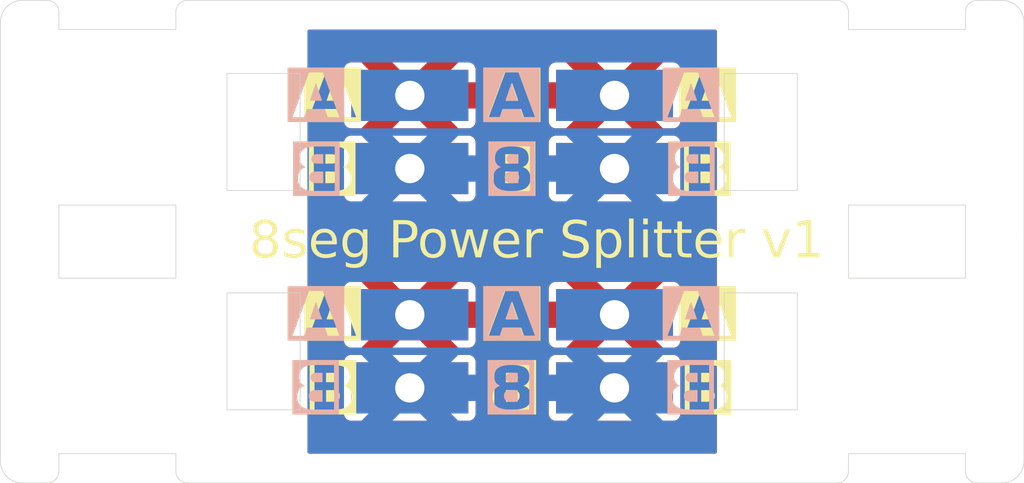
<source format=kicad_pcb>
(kicad_pcb (version 20231007) (generator pcbnew)

  (general
    (thickness 1.6)
  )

  (paper "A4")
  (layers
    (0 "F.Cu" signal)
    (31 "B.Cu" signal)
    (32 "B.Adhes" user "B.Adhesive")
    (33 "F.Adhes" user "F.Adhesive")
    (34 "B.Paste" user)
    (35 "F.Paste" user)
    (36 "B.SilkS" user "B.Silkscreen")
    (37 "F.SilkS" user "F.Silkscreen")
    (38 "B.Mask" user)
    (39 "F.Mask" user)
    (40 "Dwgs.User" user "User.Drawings")
    (41 "Cmts.User" user "User.Comments")
    (42 "Eco1.User" user "User.Eco1")
    (43 "Eco2.User" user "User.Eco2")
    (44 "Edge.Cuts" user)
    (45 "Margin" user)
    (46 "B.CrtYd" user "B.Courtyard")
    (47 "F.CrtYd" user "F.Courtyard")
    (48 "B.Fab" user)
    (49 "F.Fab" user)
    (50 "User.1" user)
    (51 "User.2" user)
    (52 "User.3" user)
    (53 "User.4" user)
    (54 "User.5" user)
    (55 "User.6" user)
    (56 "User.7" user)
    (57 "User.8" user)
    (58 "User.9" user)
  )

  (setup
    (pad_to_mask_clearance 0)
    (pcbplotparams
      (layerselection 0x00010fc_ffffffff)
      (plot_on_all_layers_selection 0x0000000_00000000)
      (disableapertmacros false)
      (usegerberextensions false)
      (usegerberattributes true)
      (usegerberadvancedattributes true)
      (creategerberjobfile true)
      (dashed_line_dash_ratio 12.000000)
      (dashed_line_gap_ratio 3.000000)
      (svgprecision 4)
      (plotframeref false)
      (viasonmask false)
      (mode 1)
      (useauxorigin false)
      (hpglpennumber 1)
      (hpglpenspeed 20)
      (hpglpendiameter 15.000000)
      (pdf_front_fp_property_popups true)
      (pdf_back_fp_property_popups true)
      (dxfpolygonmode true)
      (dxfimperialunits true)
      (dxfusepcbnewfont true)
      (psnegative false)
      (psa4output false)
      (plotreference true)
      (plotvalue true)
      (plotfptext true)
      (plotinvisibletext false)
      (sketchpadsonfab false)
      (subtractmaskfromsilk false)
      (outputformat 1)
      (mirror false)
      (drillshape 0)
      (scaleselection 1)
      (outputdirectory "gerber")
    )
  )

  (net 0 "")
  (net 1 "Net-(J1-Pin_1)")
  (net 2 "Net-(J1-Pin_2)")

  (footprint "footprints:double_wire_pads" (layer "F.Cu") (at 128 75 90))

  (footprint "footprints:double_wire_pads" (layer "F.Cu") (at 128 90 90))

  (footprint "footprints:double_wire_pads" (layer "F.Cu") (at 142 75 90))

  (footprint "footprints:double_wire_pads" (layer "F.Cu") (at 142 90 90))

  (gr_line (start 166 68) (end 166 66.8)
    (stroke (width 0.05) (type default)) (layer "Edge.Cuts") (tstamp 10acfa8e-f18b-4359-bdae-060588abcb82))
  (gr_line (start 166 97) (end 158 97)
    (stroke (width 0.05) (type default)) (layer "Edge.Cuts") (tstamp 186e077e-d168-491a-8f40-d9c41565106b))
  (gr_line (start 158 68) (end 166 68)
    (stroke (width 0.05) (type default)) (layer "Edge.Cuts") (tstamp 1c694629-68b5-4bd6-b743-ef65b8488197))
  (gr_arc (start 104 98.2) (mid 103.765685 98.765685) (end 103.2 99)
    (stroke (width 0.05) (type default)) (layer "Edge.Cuts") (tstamp 23f1ca69-06df-48f7-a1ba-03e4ca5c2118))
  (gr_line (start 166 98.2) (end 166 97)
    (stroke (width 0.05) (type default)) (layer "Edge.Cuts") (tstamp 24fb50ea-aa05-45e7-a0ce-07b670f364c9))
  (gr_line (start 100 97.5) (end 100 67.5)
    (stroke (width 0.05) (type default)) (layer "Edge.Cuts") (tstamp 2bd09780-93df-4768-be85-64bfa84b856c))
  (gr_line (start 170 67.5) (end 170 82)
    (stroke (width 0.05) (type default)) (layer "Edge.Cuts") (tstamp 2d4bac1a-1fc1-4e94-8f4d-5aca0867dbb7))
  (gr_arc (start 157.2 66) (mid 157.765685 66.234315) (end 158 66.8)
    (stroke (width 0.05) (type default)) (layer "Edge.Cuts") (tstamp 2e2c97ef-81b9-4874-a813-a77f04842312))
  (gr_rect (start 104 80) (end 112 85)
    (stroke (width 0.05) (type default)) (fill none) (layer "Edge.Cuts") (tstamp 3143352f-0b3f-4414-a9e8-a6cf2964b9d2))
  (gr_line (start 170 82) (end 170 97.5)
    (stroke (width 0.05) (type default)) (layer "Edge.Cuts") (tstamp 367b9d12-e237-43a8-9d7c-285c69c34e76))
  (gr_arc (start 103.2 66) (mid 103.765685 66.234315) (end 104 66.8)
    (stroke (width 0.05) (type default)) (layer "Edge.Cuts") (tstamp 3a2708bf-8e29-418d-8163-0a3f9d057c28))
  (gr_arc (start 158 98.2) (mid 157.765685 98.765685) (end 157.2 99)
    (stroke (width 0.05) (type default)) (layer "Edge.Cuts") (tstamp 3a46c129-b04e-470a-a43b-65dc774d744f))
  (gr_line (start 158 97) (end 158 98.2)
    (stroke (width 0.05) (type default)) (layer "Edge.Cuts") (tstamp 417c15f0-5ccd-4b3b-b85f-34459bf94c1a))
  (gr_arc (start 101.5 99) (mid 100.43934 98.56066) (end 100 97.5)
    (stroke (width 0.05) (type default)) (layer "Edge.Cuts") (tstamp 4b57f389-c7a8-400b-99c8-b3f9ba75225f))
  (gr_arc (start 170 97.5) (mid 169.56066 98.56066) (end 168.5 99)
    (stroke (width 0.05) (type default)) (layer "Edge.Cuts") (tstamp 52fe8a5b-8e1f-440f-9d79-2dd9cb0b9496))
  (gr_rect (start 115.5 86) (end 120.5 94)
    (stroke (width 0.05) (type default)) (fill none) (layer "Edge.Cuts") (tstamp 5539a889-4a64-4609-b382-094cf0ccd4e3))
  (gr_arc (start 166 66.8) (mid 166.234315 66.234315) (end 166.8 66)
    (stroke (width 0.05) (type default)) (layer "Edge.Cuts") (tstamp 5c59a486-cb4b-4526-84fd-4b6e75ec76fd))
  (gr_arc (start 112 66.8) (mid 112.234315 66.234315) (end 112.8 66)
    (stroke (width 0.05) (type default)) (layer "Edge.Cuts") (tstamp 601b1276-ed8c-4249-93d9-0c56a373348d))
  (gr_line (start 104 97) (end 104 98.2)
    (stroke (width 0.05) (type default)) (layer "Edge.Cuts") (tstamp 8449a9ca-942c-45c0-a5bc-a291a02e2682))
  (gr_line (start 104 66.8) (end 104 68)
    (stroke (width 0.05) (type default)) (layer "Edge.Cuts") (tstamp 8a8f878f-32b6-4142-9830-8d0e38b5c2a8))
  (gr_line (start 112.8 66) (end 157.2 66)
    (stroke (width 0.05) (type default)) (layer "Edge.Cuts") (tstamp 94ffa09d-b021-4b9a-adbd-9398549d956b))
  (gr_line (start 112 68) (end 112 66.8)
    (stroke (width 0.05) (type default)) (layer "Edge.Cuts") (tstamp 9b72130d-e5d2-47d6-a9d3-bb3168342b1a))
  (gr_rect (start 115.5 71) (end 120.5 79)
    (stroke (width 0.05) (type default)) (fill none) (layer "Edge.Cuts") (tstamp a1dcf086-d706-4343-a88c-32e10f825e9c))
  (gr_arc (start 168.5 66) (mid 169.56066 66.43934) (end 170 67.5)
    (stroke (width 0.05) (type default)) (layer "Edge.Cuts") (tstamp a3710172-7579-44c2-9413-d12737b0039f))
  (gr_arc (start 166.8 99) (mid 166.234315 98.765685) (end 166 98.2)
    (stroke (width 0.05) (type default)) (layer "Edge.Cuts") (tstamp a8ac4234-5cc2-49bd-80ae-b1ced087e49f))
  (gr_line (start 104 68) (end 112 68)
    (stroke (width 0.05) (type default)) (layer "Edge.Cuts") (tstamp a9ee207b-348b-445a-89ae-70d863ec105a))
  (gr_line (start 166.8 66) (end 168.5 66)
    (stroke (width 0.05) (type default)) (layer "Edge.Cuts") (tstamp ae33e2ae-7172-488d-a354-a6406815bd98))
  (gr_line (start 112 98.2) (end 112 97)
    (stroke (width 0.05) (type default)) (layer "Edge.Cuts") (tstamp af385079-3b19-4125-b156-4799f13f3c98))
  (gr_arc (start 100 67.5) (mid 100.43934 66.43934) (end 101.5 66)
    (stroke (width 0.05) (type default)) (layer "Edge.Cuts") (tstamp b6213bbb-0f5f-41fe-9f9b-615f95aa1c78))
  (gr_line (start 101.5 66) (end 103.2 66)
    (stroke (width 0.05) (type default)) (layer "Edge.Cuts") (tstamp b96f8a93-abd5-4763-9d08-15cedb938dd0))
  (gr_arc (start 112.8 99) (mid 112.234315 98.765685) (end 112 98.2)
    (stroke (width 0.05) (type default)) (layer "Edge.Cuts") (tstamp bc2d9459-683c-4fdb-9f91-da8d2ac2aa7b))
  (gr_rect (start 158 80) (end 166 85)
    (stroke (width 0.05) (type default)) (fill none) (layer "Edge.Cuts") (tstamp cc89dab2-f962-4ac8-a73d-6fd0efc0f4e6))
  (gr_line (start 168.5 99) (end 166.8 99)
    (stroke (width 0.05) (type default)) (layer "Edge.Cuts") (tstamp cd6d76d0-7e9c-4df4-bfae-6a287b7ba50b))
  (gr_line (start 103.2 99) (end 101.5 99)
    (stroke (width 0.05) (type default)) (layer "Edge.Cuts") (tstamp d8980e88-a0a4-4734-abb9-73b61931980f))
  (gr_line (start 157.2 99) (end 112.8 99)
    (stroke (width 0.05) (type default)) (layer "Edge.Cuts") (tstamp e6e1d918-4e24-4799-9b66-a5ac1c7336c3))
  (gr_rect (start 149.5 71) (end 154.5 79)
    (stroke (width 0.05) (type default)) (fill none) (layer "Edge.Cuts") (tstamp e75efefb-11eb-457d-8b5b-db41f842dca6))
  (gr_rect (start 149.5 86) (end 154.5 94)
    (stroke (width 0.05) (type default)) (fill none) (layer "Edge.Cuts") (tstamp eff1da6d-75e9-4b03-b333-ff1f135224d2))
  (gr_line (start 158 66.8) (end 158 68)
    (stroke (width 0.05) (type default)) (layer "Edge.Cuts") (tstamp febea6b0-ea91-4472-8898-a54c82dbbc47))
  (gr_line (start 112 97) (end 104 97)
    (stroke (width 0.05) (type default)) (layer "Edge.Cuts") (tstamp ffa76b5c-bba6-48ba-9d62-64125e18c9d0))
  (gr_text "A" (at 123.20422 74.5 0) (layer "B.SilkS" knockout) (tstamp 1352b715-3999-4451-89c2-cd9c345a488c)
    (effects (font (face "Fira Sans Compressed") (size 3 3) (thickness 0.2) bold) (justify left bottom mirror))
    (render_cache "A" 0
      (polygon
        (pts
          (xy 123.242321 73.965819)          (xy 122.586529 73.965819)          (xy 122.473689 73.333475)          (xy 121.82669 73.333475)
          (xy 121.708721 73.965819)          (xy 121.041205 73.965819)          (xy 121.307835 72.867459)          (xy 121.910954 72.867459)
          (xy 122.385029 72.867459)          (xy 122.149823 71.555143)          (xy 121.910954 72.867459)          (xy 121.307835 72.867459)
          (xy 121.746822 71.059085)          (xy 122.536704 71.059085)
        )
      )
    )
  )
  (gr_text "A" (at 123.20422 89.45 0) (layer "B.SilkS" knockout) (tstamp 41a65711-05c2-4ca2-a893-f5aa46c5d7a5)
    (effects (font (face "Fira Sans Compressed") (size 3 3) (thickness 0.2) bold) (justify left bottom mirror))
    (render_cache "A" 0
      (polygon
        (pts
          (xy 123.242321 88.915819)          (xy 122.586529 88.915819)          (xy 122.473689 88.283475)          (xy 121.82669 88.283475)
          (xy 121.708721 88.915819)          (xy 121.041205 88.915819)          (xy 121.307835 87.817459)          (xy 121.910954 87.817459)
          (xy 122.385029 87.817459)          (xy 122.149823 86.505143)          (xy 121.910954 87.817459)          (xy 121.307835 87.817459)
          (xy 121.746822 86.009085)          (xy 122.536704 86.009085)
        )
      )
    )
  )
  (gr_text "B" (at 135.00422 79.55 0) (layer "B.SilkS" knockout) (tstamp 4d79fae8-06d2-4156-a901-960ded881b97)
    (effects (font (face "Fira Sans Compressed") (size 3 3) (thickness 0.2) bold) (justify bottom mirror))
    (render_cache "B" 0
      (polygon
        (pts
          (xy 135.887889 79.04)          (xy 135.086284 79.04)          (xy 135.054712 79.039803)          (xy 135.023559 79.039212)
          (xy 134.992825 79.038229)          (xy 134.96251 79.036851)          (xy 134.932615 79.03508)          (xy 134.903139 79.032916)
          (xy 134.845445 79.027406)          (xy 134.789429 79.020322)          (xy 134.73509 79.011664)          (xy 134.682428 79.001431)
          (xy 134.631443 78.989624)          (xy 134.582135 78.976244)          (xy 134.534505 78.961288)          (xy 134.488552 78.944759)
          (xy 134.444277 78.926656)          (xy 134.401678 78.906978)          (xy 134.360757 78.885726)          (xy 134.321513 78.8629)
          (xy 134.283946 78.838499)          (xy 134.248277 78.812413)          (xy 134.21491 78.784529)          (xy 134.183843 78.754848)
          (xy 134.155078 78.723369)          (xy 134.128614 78.690093)          (xy 134.104451 78.655019)          (xy 134.082589 78.618148)
          (xy 134.063029 78.57948)          (xy 134.04577 78.539014)          (xy 134.030812 78.49675)          (xy 134.018155 78.452689)
          (xy 134.007799 78.40683)          (xy 133.999745 78.359174)          (xy 133.993992 78.309721)          (xy 133.99054 78.25847)
          (xy 133.98939 78.205422)          (xy 133.989836 78.178311)          (xy 134.662034 78.178311)          (xy 134.662137 78.19134)
          (xy 134.663672 78.229052)          (xy 134.667048 78.264704)          (xy 134.672267 78.298295)          (xy 134.679327 78.329825)
          (xy 134.688229 78.359295)          (xy 134.702964 78.395382)          (xy 134.720973 78.427805)          (xy 134.742257 78.456564)
          (xy 134.766814 78.48166)          (xy 134.780307 78.49284)          (xy 134.809662 78.513036)          (xy 134.842177 78.530347)
          (xy 134.877851 78.544772)          (xy 134.906681 78.553698)          (xy 134.937288 78.561001)          (xy 134.969673 78.566681)
          (xy 135.003835 78.570738)          (xy 135.039774 78.573173)          (xy 135.077491 78.573984)          (xy 135.228433 78.573984)
          (xy 135.228433 77.770914)          (xy 135.065035 77.770914)          (xy 135.052003 77.771012)          (xy 135.014248 77.772494)
          (xy 134.978501 77.775752)          (xy 134.944764 77.780788)          (xy 134.913037 77.787602)          (xy 134.883318 77.796193)
          (xy 134.846819 77.810412)          (xy 134.813892 77.827792)          (xy 134.784537 77.848331)          (xy 134.758754 77.87203)
          (xy 134.747042 77.88499)          (xy 134.725885 77.913384)          (xy 134.70775 77.945074)          (xy 134.692637 77.980062)
          (xy 134.683286 78.008467)          (xy 134.675636 78.038726)          (xy 134.669685 78.07084)          (xy 134.665435 78.104809)
          (xy 134.662884 78.140632)          (xy 134.662034 78.178311)          (xy 133.989836 78.178311)          (xy 133.990013 78.167532)
          (xy 133.991885 78.130798)          (xy 133.995005 78.09522)          (xy 133.999373 78.060799)          (xy 134.004989 78.027535)
          (xy 134.011852 77.995426)          (xy 134.019964 77.964474)          (xy 134.029323 77.934678)          (xy 134.039931 77.906039)
          (xy 134.051786 77.878556)          (xy 134.071909 77.8395)          (xy 134.094839 77.803045)          (xy 134.120578 77.769192)
          (xy 134.149124 77.737941)          (xy 134.180034 77.708847)          (xy 134.212863 77.681466)          (xy 134.247611 77.655799)
          (xy 134.284278 77.631844)          (xy 134.309789 77.616826)          (xy 134.336153 77.602569)          (xy 134.36337 77.589074)
          (xy 134.39144 77.57634)          (xy 134.420363 77.564367)          (xy 134.450138 77.553156)          (xy 134.480767 77.542706)
          (xy 134.512249 77.533017)          (xy 134.544583 77.52409)          (xy 134.577771 77.515924)          (xy 134.550806 77.507584)
          (xy 134.511592 77.493678)          (xy 134.47386 77.478097)          (xy 134.43761 77.460842)          (xy 134.40284 77.441913)
          (xy 134.369552 77.421309)          (xy 134.337745 77.399031)          (xy 134.307419 77.375079)          (xy 134.278574 77.349452)
          (xy 134.25121 77.32215)          (xy 134.225328 77.293175)          (xy 134.209002 77.272942)          (xy 134.186488 77.24125)
          (xy 134.166343 77.207949)          (xy 134.148569 77.173038)          (xy 134.133165 77.136517)          (xy 134.12013 77.098386)
          (xy 134.109465 77.058644)          (xy 134.101171 77.017293)          (xy 134.095246 76.974332)          (xy 134.092613 76.944797)
          (xy 134.092324 76.939267)          (xy 134.754358 76.939267)          (xy 134.75467 76.961543)          (xy 134.756308 76.99366)
          (xy 134.75935 77.024217)          (xy 134.765589 77.062537)          (xy 134.774325 77.098086)          (xy 134.785556 77.130864)
          (xy 134.799284 77.160871)          (xy 134.815507 77.188108)          (xy 134.834226 77.212575)          (xy 134.850154 77.229074)
          (xy 134.874357 77.248548)          (xy 134.901949 77.265138)          (xy 134.932929 77.278842)          (xy 134.967299 77.289661)
          (xy 135.005057 77.297595)          (xy 135.0356 77.301653)          (xy 135.068049 77.304087)          (xy 135.102404 77.304898)
          (xy 135.228433 77.304898)          (xy 135.228433 76.598548)          (xy 135.115593 76.598548)          (xy 135.081056 76.599308)
          (xy 135.048334 76.601588)          (xy 135.017428 76.605387)          (xy 134.988339 76.610707)          (xy 134.952378 76.620163)
          (xy 134.919646 76.632322)          (xy 134.890142 76.647183)          (xy 134.863867 76.664745)          (xy 134.84082 76.68501)
          (xy 134.83035 76.69605)          (xy 134.811437 76.720069)          (xy 134.795225 76.746677)          (xy 134.781715 76.775871)
          (xy 134.770907 76.807653)          (xy 134.762802 76.842023)          (xy 134.757398 76.87898)          (xy 134.755118 76.908396)
          (xy 134.754358 76.939267)          (xy 134.092324 76.939267)          (xy 134.091033 76.914546)          (xy 134.090506 76.883579)
          (xy 134.091622 76.837592)          (xy 134.094971 76.793053)          (xy 134.100552 76.749962)          (xy 134.108366 76.70832)
          (xy 134.118413 76.668126)          (xy 134.130692 76.62938)          (xy 134.145203 76.592082)          (xy 134.161947 76.556233)
          (xy 134.180924 76.521832)          (xy 134.202133 76.488879)          (xy 134.225574 76.457375)          (xy 134.251248 76.427318)
          (xy 134.279155 76.398711)          (xy 134.309294 76.371551)          (xy 134.341666 76.34584)          (xy 134.37627 76.321577)
          (xy 134.394356 76.309946)          (xy 134.43188 76.287792)          (xy 134.471206 76.267116)          (xy 134.512337 76.247916)
          (xy 134.55527 76.230193)          (xy 134.600006 76.213947)          (xy 134.646546 76.199178)          (xy 134.694889 76.185886)
          (xy 134.745035 76.174071)          (xy 134.796984 76.163732)          (xy 134.850737 76.154871)          (xy 134.906293 76.147486)
          (xy 134.963652 76.141579)          (xy 134.993007 76.139179)          (xy 135.022814 76.137148)          (xy 135.053071 76.135486)
          (xy 135.083779 76.134194)          (xy 135.114938 76.133271)          (xy 135.146547 76.132717)          (xy 135.178608 76.132533)
          (xy 135.887889 76.132533)
        )
      )
    )
  )
  (gr_text "B" (at 148.90422 79.55 0) (layer "B.SilkS" knockout) (tstamp 4e6a6dd8-5fed-4d79-a09c-17defdfeb59e)
    (effects (font (face "Fira Sans Compressed") (size 3 3) (thickness 0.2) bold) (justify left bottom mirror))
    (render_cache "B" 0
      (polygon
        (pts
          (xy 148.710779 79.04)          (xy 147.909174 79.04)          (xy 147.877602 79.039803)          (xy 147.846449 79.039212)
          (xy 147.815715 79.038229)          (xy 147.7854 79.036851)          (xy 147.755505 79.03508)          (xy 147.726029 79.032916)
          (xy 147.668335 79.027406)          (xy 147.612319 79.020322)          (xy 147.55798 79.011664)          (xy 147.505318 79.001431)
          (xy 147.454333 78.989624)          (xy 147.405025 78.976244)          (xy 147.357395 78.961288)          (xy 147.311442 78.944759)
          (xy 147.267167 78.926656)          (xy 147.224568 78.906978)          (xy 147.183647 78.885726)          (xy 147.144403 78.8629)
          (xy 147.106836 78.838499)          (xy 147.071167 78.812413)          (xy 147.0378 78.784529)          (xy 147.006733 78.754848)
          (xy 146.977968 78.723369)          (xy 146.951504 78.690093)          (xy 146.927341 78.655019)          (xy 146.905479 78.618148)
          (xy 146.885919 78.57948)          (xy 146.86866 78.539014)          (xy 146.853702 78.49675)          (xy 146.841045 78.452689)
          (xy 146.830689 78.40683)          (xy 146.822635 78.359174)          (xy 146.816882 78.309721)          (xy 146.81343 78.25847)
          (xy 146.81228 78.205422)          (xy 146.812726 78.178311)          (xy 147.484924 78.178311)          (xy 147.485027 78.19134)
          (xy 147.486562 78.229052)          (xy 147.489938 78.264704)          (xy 147.495157 78.298295)          (xy 147.502217 78.329825)
          (xy 147.511119 78.359295)          (xy 147.525854 78.395382)          (xy 147.543863 78.427805)          (xy 147.565147 78.456564)
          (xy 147.589704 78.48166)          (xy 147.603197 78.49284)          (xy 147.632552 78.513036)          (xy 147.665067 78.530347)
          (xy 147.700741 78.544772)          (xy 147.729571 78.553698)          (xy 147.760178 78.561001)          (xy 147.792563 78.566681)
          (xy 147.826725 78.570738)          (xy 147.862664 78.573173)          (xy 147.900381 78.573984)          (xy 148.051323 78.573984)
          (xy 148.051323 77.770914)          (xy 147.887925 77.770914)          (xy 147.874893 77.771012)          (xy 147.837138 77.772494)
          (xy 147.801391 77.775752)          (xy 147.767654 77.780788)          (xy 147.735927 77.787602)          (xy 147.706208 77.796193)
          (xy 147.669709 77.810412)          (xy 147.636782 77.827792)          (xy 147.607427 77.848331)          (xy 147.581644 77.87203)
          (xy 147.569932 77.88499)          (xy 147.548775 77.913384)          (xy 147.53064 77.945074)          (xy 147.515527 77.980062)
          (xy 147.506176 78.008467)          (xy 147.498526 78.038726)          (xy 147.492575 78.07084)          (xy 147.488325 78.104809)
          (xy 147.485774 78.140632)          (xy 147.484924 78.178311)          (xy 146.812726 78.178311)          (xy 146.812903 78.167532)
          (xy 146.814775 78.130798)          (xy 146.817895 78.09522)          (xy 146.822263 78.060799)          (xy 146.827879 78.027535)
          (xy 146.834742 77.995426)          (xy 146.842854 77.964474)          (xy 146.852213 77.934678)          (xy 146.862821 77.906039)
          (xy 146.874676 77.878556)          (xy 146.894799 77.8395)          (xy 146.917729 77.803045)          (xy 146.943468 77.769192)
          (xy 146.972014 77.737941)          (xy 147.002924 77.708847)          (xy 147.035753 77.681466)          (xy 147.070501 77.655799)
          (xy 147.107168 77.631844)          (xy 147.132679 77.616826)          (xy 147.159043 77.602569)          (xy 147.18626 77.589074)
          (xy 147.21433 77.57634)          (xy 147.243253 77.564367)          (xy 147.273028 77.553156)          (xy 147.303657 77.542706)
          (xy 147.335139 77.533017)          (xy 147.367473 77.52409)          (xy 147.400661 77.515924)          (xy 147.373696 77.507584)
          (xy 147.334482 77.493678)          (xy 147.29675 77.478097)          (xy 147.2605 77.460842)          (xy 147.22573 77.441913)
          (xy 147.192442 77.421309)          (xy 147.160635 77.399031)          (xy 147.130309 77.375079)          (xy 147.101464 77.349452)
          (xy 147.0741 77.32215)          (xy 147.048218 77.293175)          (xy 147.031892 77.272942)          (xy 147.009378 77.24125)
          (xy 146.989233 77.207949)          (xy 146.971459 77.173038)          (xy 146.956055 77.136517)          (xy 146.94302 77.098386)
          (xy 146.932355 77.058644)          (xy 146.924061 77.017293)          (xy 146.918136 76.974332)          (xy 146.915503 76.944797)
          (xy 146.915214 76.939267)          (xy 147.577248 76.939267)          (xy 147.57756 76.961543)          (xy 147.579198 76.99366)
          (xy 147.58224 77.024217)          (xy 147.588479 77.062537)          (xy 147.597215 77.098086)          (xy 147.608446 77.130864)
          (xy 147.622174 77.160871)          (xy 147.638397 77.188108)          (xy 147.657116 77.212575)          (xy 147.673044 77.229074)
          (xy 147.697247 77.248548)          (xy 147.724839 77.265138)          (xy 147.755819 77.278842)          (xy 147.790189 77.289661)
          (xy 147.827947 77.297595)          (xy 147.85849 77.301653)          (xy 147.890939 77.304087)          (xy 147.925294 77.304898)
          (xy 148.051323 77.304898)          (xy 148.051323 76.598548)          (xy 147.938483 76.598548)          (xy 147.903946 76.599308)
          (xy 147.871224 76.601588)          (xy 147.840318 76.605387)          (xy 147.811229 76.610707)          (xy 147.775268 76.620163)
          (xy 147.742536 76.632322)          (xy 147.713032 76.647183)          (xy 147.686757 76.664745)          (xy 147.66371 76.68501)
          (xy 147.65324 76.69605)          (xy 147.634327 76.720069)          (xy 147.618115 76.746677)          (xy 147.604605 76.775871)
          (xy 147.593797 76.807653)          (xy 147.585692 76.842023)          (xy 147.580288 76.87898)          (xy 147.578008 76.908396)
          (xy 147.577248 76.939267)          (xy 146.915214 76.939267)          (xy 146.913923 76.914546)          (xy 146.913396 76.883579)
          (xy 146.914512 76.837592)          (xy 146.917861 76.793053)          (xy 146.923442 76.749962)          (xy 146.931256 76.70832)
          (xy 146.941303 76.668126)          (xy 146.953582 76.62938)          (xy 146.968093 76.592082)          (xy 146.984837 76.556233)
          (xy 147.003814 76.521832)          (xy 147.025023 76.488879)          (xy 147.048464 76.457375)          (xy 147.074138 76.427318)
          (xy 147.102045 76.398711)          (xy 147.132184 76.371551)          (xy 147.164556 76.34584)          (xy 147.19916 76.321577)
          (xy 147.217246 76.309946)          (xy 147.25477 76.287792)          (xy 147.294096 76.267116)          (xy 147.335227 76.247916)
          (xy 147.37816 76.230193)          (xy 147.422896 76.213947)          (xy 147.469436 76.199178)          (xy 147.517779 76.185886)
          (xy 147.567925 76.174071)          (xy 147.619874 76.163732)          (xy 147.673627 76.154871)          (xy 147.729183 76.147486)
          (xy 147.786542 76.141579)          (xy 147.815897 76.139179)          (xy 147.845704 76.137148)          (xy 147.875961 76.135486)
          (xy 147.906669 76.134194)          (xy 147.937828 76.133271)          (xy 147.969437 76.132717)          (xy 148.001498 76.132533)
          (xy 148.710779 76.132533)
        )
      )
    )
  )
  (gr_text "A" (at 134.95422 89.45 0) (layer "B.SilkS" knockout) (tstamp 715e67f3-3fcd-4f57-ad63-9e6abfd33dac)
    (effects (font (face "Fira Sans Compressed") (size 3 3) (thickness 0.2) bold) (justify bottom mirror))
    (render_cache "A" 0
      (polygon
        (pts
          (xy 136.054777 88.915819)          (xy 135.398985 88.915819)          (xy 135.286145 88.283475)          (xy 134.639146 88.283475)
          (xy 134.521177 88.915819)          (xy 133.853661 88.915819)          (xy 134.120291 87.817459)          (xy 134.72341 87.817459)
          (xy 135.197485 87.817459)          (xy 134.962279 86.505143)          (xy 134.72341 87.817459)          (xy 134.120291 87.817459)
          (xy 134.559278 86.009085)          (xy 135.34916 86.009085)
        )
      )
    )
  )
  (gr_text "A" (at 148.85422 89.45 0) (layer "B.SilkS" knockout) (tstamp 89663e6b-67ba-4993-b549-dad4bda0bdb5)
    (effects (font (face "Fira Sans Compressed") (size 3 3) (thickness 0.2) bold) (justify left bottom mirror))
    (render_cache "A" 0
      (polygon
        (pts
          (xy 148.892321 88.915819)          (xy 148.236529 88.915819)          (xy 148.123689 88.283475)          (xy 147.47669 88.283475)
          (xy 147.358721 88.915819)          (xy 146.691205 88.915819)          (xy 146.957835 87.817459)          (xy 147.560954 87.817459)
          (xy 148.035029 87.817459)          (xy 147.799823 86.505143)          (xy 147.560954 87.817459)          (xy 146.957835 87.817459)
          (xy 147.396822 86.009085)          (xy 148.186704 86.009085)
        )
      )
    )
  )
  (gr_text "B" (at 148.85422 94.5 0) (layer "B.SilkS" knockout) (tstamp 98ee4e73-3fe6-43ee-a8f3-00c8b62094a2)
    (effects (font (face "Fira Sans Compressed") (size 3 3) (thickness 0.2) bold) (justify left bottom mirror))
    (render_cache "B" 0
      (polygon
        (pts
          (xy 148.660779 93.99)          (xy 147.859174 93.99)          (xy 147.827602 93.989803)          (xy 147.796449 93.989212)
          (xy 147.765715 93.988229)          (xy 147.7354 93.986851)          (xy 147.705505 93.98508)          (xy 147.676029 93.982916)
          (xy 147.618335 93.977406)          (xy 147.562319 93.970322)          (xy 147.50798 93.961664)          (xy 147.455318 93.951431)
          (xy 147.404333 93.939624)          (xy 147.355025 93.926244)          (xy 147.307395 93.911288)          (xy 147.261442 93.894759)
          (xy 147.217167 93.876656)          (xy 147.174568 93.856978)          (xy 147.133647 93.835726)          (xy 147.094403 93.8129)
          (xy 147.056836 93.788499)          (xy 147.021167 93.762413)          (xy 146.9878 93.734529)          (xy 146.956733 93.704848)
          (xy 146.927968 93.673369)          (xy 146.901504 93.640093)          (xy 146.877341 93.605019)          (xy 146.855479 93.568148)
          (xy 146.835919 93.52948)          (xy 146.81866 93.489014)          (xy 146.803702 93.44675)          (xy 146.791045 93.402689)
          (xy 146.780689 93.35683)          (xy 146.772635 93.309174)          (xy 146.766882 93.259721)          (xy 146.76343 93.20847)
          (xy 146.76228 93.155422)          (xy 146.762726 93.128311)          (xy 147.434924 93.128311)          (xy 147.435027 93.14134)
          (xy 147.436562 93.179052)          (xy 147.439938 93.214704)          (xy 147.445157 93.248295)          (xy 147.452217 93.279825)
          (xy 147.461119 93.309295)          (xy 147.475854 93.345382)          (xy 147.493863 93.377805)          (xy 147.515147 93.406564)
          (xy 147.539704 93.43166)          (xy 147.553197 93.44284)          (xy 147.582552 93.463036)          (xy 147.615067 93.480347)
          (xy 147.650741 93.494772)          (xy 147.679571 93.503698)          (xy 147.710178 93.511001)          (xy 147.742563 93.516681)
          (xy 147.776725 93.520738)          (xy 147.812664 93.523173)          (xy 147.850381 93.523984)          (xy 148.001323 93.523984)
          (xy 148.001323 92.720914)          (xy 147.837925 92.720914)          (xy 147.824893 92.721012)          (xy 147.787138 92.722494)
          (xy 147.751391 92.725752)          (xy 147.717654 92.730788)          (xy 147.685927 92.737602)          (xy 147.656208 92.746193)
          (xy 147.619709 92.760412)          (xy 147.586782 92.777792)          (xy 147.557427 92.798331)          (xy 147.531644 92.82203)
          (xy 147.519932 92.83499)          (xy 147.498775 92.863384)          (xy 147.48064 92.895074)          (xy 147.465527 92.930062)
          (xy 147.456176 92.958467)          (xy 147.448526 92.988726)          (xy 147.442575 93.02084)          (xy 147.438325 93.054809)
          (xy 147.435774 93.090632)          (xy 147.434924 93.128311)          (xy 146.762726 93.128311)          (xy 146.762903 93.117532)
          (xy 146.764775 93.080798)          (xy 146.767895 93.04522)          (xy 146.772263 93.010799)          (xy 146.777879 92.977535)
          (xy 146.784742 92.945426)          (xy 146.792854 92.914474)          (xy 146.802213 92.884678)          (xy 146.812821 92.856039)
          (xy 146.824676 92.828556)          (xy 146.844799 92.7895)          (xy 146.867729 92.753045)          (xy 146.893468 92.719192)
          (xy 146.922014 92.687941)          (xy 146.952924 92.658847)          (xy 146.985753 92.631466)          (xy 147.020501 92.605799)
          (xy 147.057168 92.581844)          (xy 147.082679 92.566826)          (xy 147.109043 92.552569)          (xy 147.13626 92.539074)
          (xy 147.16433 92.52634)          (xy 147.193253 92.514367)          (xy 147.223028 92.503156)          (xy 147.253657 92.492706)
          (xy 147.285139 92.483017)          (xy 147.317473 92.47409)          (xy 147.350661 92.465924)          (xy 147.323696 92.457584)
          (xy 147.284482 92.443678)          (xy 147.24675 92.428097)          (xy 147.2105 92.410842)          (xy 147.17573 92.391913)
          (xy 147.142442 92.371309)          (xy 147.110635 92.349031)          (xy 147.080309 92.325079)          (xy 147.051464 92.299452)
          (xy 147.0241 92.27215)          (xy 146.998218 92.243175)          (xy 146.981892 92.222942)          (xy 146.959378 92.19125)
          (xy 146.939233 92.157949)          (xy 146.921459 92.123038)          (xy 146.906055 92.086517)          (xy 146.89302 92.048386)
          (xy 146.882355 92.008644)          (xy 146.874061 91.967293)          (xy 146.868136 91.924332)          (xy 146.865503 91.894797)
          (xy 146.865214 91.889267)          (xy 147.527248 91.889267)          (xy 147.52756 91.911543)          (xy 147.529198 91.94366)
          (xy 147.53224 91.974217)          (xy 147.538479 92.012537)          (xy 147.547215 92.048086)          (xy 147.558446 92.080864)
          (xy 147.572174 92.110871)          (xy 147.588397 92.138108)          (xy 147.607116 92.162575)          (xy 147.623044 92.179074)
          (xy 147.647247 92.198548)          (xy 147.674839 92.215138)          (xy 147.705819 92.228842)          (xy 147.740189 92.239661)
          (xy 147.777947 92.247595)          (xy 147.80849 92.251653)          (xy 147.840939 92.254087)          (xy 147.875294 92.254898)
          (xy 148.001323 92.254898)          (xy 148.001323 91.548548)          (xy 147.888483 91.548548)          (xy 147.853946 91.549308)
          (xy 147.821224 91.551588)          (xy 147.790318 91.555387)          (xy 147.761229 91.560707)          (xy 147.725268 91.570163)
          (xy 147.692536 91.582322)          (xy 147.663032 91.597183)          (xy 147.636757 91.614745)          (xy 147.61371 91.63501)
          (xy 147.60324 91.64605)          (xy 147.584327 91.670069)          (xy 147.568115 91.696677)          (xy 147.554605 91.725871)
          (xy 147.543797 91.757653)          (xy 147.535692 91.792023)          (xy 147.530288 91.82898)          (xy 147.528008 91.858396)
          (xy 147.527248 91.889267)          (xy 146.865214 91.889267)          (xy 146.863923 91.864546)          (xy 146.863396 91.833579)
          (xy 146.864512 91.787592)          (xy 146.867861 91.743053)          (xy 146.873442 91.699962)          (xy 146.881256 91.65832)
          (xy 146.891303 91.618126)          (xy 146.903582 91.57938)          (xy 146.918093 91.542082)          (xy 146.934837 91.506233)
          (xy 146.953814 91.471832)          (xy 146.975023 91.438879)          (xy 146.998464 91.407375)          (xy 147.024138 91.377318)
          (xy 147.052045 91.348711)          (xy 147.082184 91.321551)          (xy 147.114556 91.29584)          (xy 147.14916 91.271577)
          (xy 147.167246 91.259946)          (xy 147.20477 91.237792)          (xy 147.244096 91.217116)          (xy 147.285227 91.197916)
          (xy 147.32816 91.180193)          (xy 147.372896 91.163947)          (xy 147.419436 91.149178)          (xy 147.467779 91.135886)
          (xy 147.517925 91.124071)          (xy 147.569874 91.113732)          (xy 147.623627 91.104871)          (xy 147.679183 91.097486)
          (xy 147.736542 91.091579)          (xy 147.765897 91.089179)          (xy 147.795704 91.087148)          (xy 147.825961 91.085486)
          (xy 147.856669 91.084194)          (xy 147.887828 91.083271)          (xy 147.919437 91.082717)          (xy 147.951498 91.082533)
          (xy 148.660779 91.082533)
        )
      )
    )
  )
  (gr_text "A" (at 134.95422 74.5 0) (layer "B.SilkS" knockout) (tstamp c01277a9-500a-4bcb-979b-13c10e8ddfe6)
    (effects (font (face "Fira Sans Compressed") (size 3 3) (thickness 0.2) bold) (justify bottom mirror))
    (render_cache "A" 0
      (polygon
        (pts
          (xy 136.054777 73.965819)          (xy 135.398985 73.965819)          (xy 135.286145 73.333475)          (xy 134.639146 73.333475)
          (xy 134.521177 73.965819)          (xy 133.853661 73.965819)          (xy 134.120291 72.867459)          (xy 134.72341 72.867459)
          (xy 135.197485 72.867459)          (xy 134.962279 71.555143)          (xy 134.72341 72.867459)          (xy 134.120291 72.867459)
          (xy 134.559278 71.059085)          (xy 135.34916 71.059085)
        )
      )
    )
  )
  (gr_text "B" (at 123.20422 94.5 0) (layer "B.SilkS" knockout) (tstamp d1d83977-6d68-4905-812d-6005c84868a5)
    (effects (font (face "Fira Sans Compressed") (size 3 3) (thickness 0.2) bold) (justify left bottom mirror))
    (render_cache "B" 0
      (polygon
        (pts
          (xy 123.010779 93.99)          (xy 122.209174 93.99)          (xy 122.177602 93.989803)          (xy 122.146449 93.989212)
          (xy 122.115715 93.988229)          (xy 122.0854 93.986851)          (xy 122.055505 93.98508)          (xy 122.026029 93.982916)
          (xy 121.968335 93.977406)          (xy 121.912319 93.970322)          (xy 121.85798 93.961664)          (xy 121.805318 93.951431)
          (xy 121.754333 93.939624)          (xy 121.705025 93.926244)          (xy 121.657395 93.911288)          (xy 121.611442 93.894759)
          (xy 121.567167 93.876656)          (xy 121.524568 93.856978)          (xy 121.483647 93.835726)          (xy 121.444403 93.8129)
          (xy 121.406836 93.788499)          (xy 121.371167 93.762413)          (xy 121.3378 93.734529)          (xy 121.306733 93.704848)
          (xy 121.277968 93.673369)          (xy 121.251504 93.640093)          (xy 121.227341 93.605019)          (xy 121.205479 93.568148)
          (xy 121.185919 93.52948)          (xy 121.16866 93.489014)          (xy 121.153702 93.44675)          (xy 121.141045 93.402689)
          (xy 121.130689 93.35683)          (xy 121.122635 93.309174)          (xy 121.116882 93.259721)          (xy 121.11343 93.20847)
          (xy 121.11228 93.155422)          (xy 121.112726 93.128311)          (xy 121.784924 93.128311)          (xy 121.785027 93.14134)
          (xy 121.786562 93.179052)          (xy 121.789938 93.214704)          (xy 121.795157 93.248295)          (xy 121.802217 93.279825)
          (xy 121.811119 93.309295)          (xy 121.825854 93.345382)          (xy 121.843863 93.377805)          (xy 121.865147 93.406564)
          (xy 121.889704 93.43166)          (xy 121.903197 93.44284)          (xy 121.932552 93.463036)          (xy 121.965067 93.480347)
          (xy 122.000741 93.494772)          (xy 122.029571 93.503698)          (xy 122.060178 93.511001)          (xy 122.092563 93.516681)
          (xy 122.126725 93.520738)          (xy 122.162664 93.523173)          (xy 122.200381 93.523984)          (xy 122.351323 93.523984)
          (xy 122.351323 92.720914)          (xy 122.187925 92.720914)          (xy 122.174893 92.721012)          (xy 122.137138 92.722494)
          (xy 122.101391 92.725752)          (xy 122.067654 92.730788)          (xy 122.035927 92.737602)          (xy 122.006208 92.746193)
          (xy 121.969709 92.760412)          (xy 121.936782 92.777792)          (xy 121.907427 92.798331)          (xy 121.881644 92.82203)
          (xy 121.869932 92.83499)          (xy 121.848775 92.863384)          (xy 121.83064 92.895074)          (xy 121.815527 92.930062)
          (xy 121.806176 92.958467)          (xy 121.798526 92.988726)          (xy 121.792575 93.02084)          (xy 121.788325 93.054809)
          (xy 121.785774 93.090632)          (xy 121.784924 93.128311)          (xy 121.112726 93.128311)          (xy 121.112903 93.117532)
          (xy 121.114775 93.080798)          (xy 121.117895 93.04522)          (xy 121.122263 93.010799)          (xy 121.127879 92.977535)
          (xy 121.134742 92.945426)          (xy 121.142854 92.914474)          (xy 121.152213 92.884678)          (xy 121.162821 92.856039)
          (xy 121.174676 92.828556)          (xy 121.194799 92.7895)          (xy 121.217729 92.753045)          (xy 121.243468 92.719192)
          (xy 121.272014 92.687941)          (xy 121.302924 92.658847)          (xy 121.335753 92.631466)          (xy 121.370501 92.605799)
          (xy 121.407168 92.581844)          (xy 121.432679 92.566826)          (xy 121.459043 92.552569)          (xy 121.48626 92.539074)
          (xy 121.51433 92.52634)          (xy 121.543253 92.514367)          (xy 121.573028 92.503156)          (xy 121.603657 92.492706)
          (xy 121.635139 92.483017)          (xy 121.667473 92.47409)          (xy 121.700661 92.465924)          (xy 121.673696 92.457584)
          (xy 121.634482 92.443678)          (xy 121.59675 92.428097)          (xy 121.5605 92.410842)          (xy 121.52573 92.391913)
          (xy 121.492442 92.371309)          (xy 121.460635 92.349031)          (xy 121.430309 92.325079)          (xy 121.401464 92.299452)
          (xy 121.3741 92.27215)          (xy 121.348218 92.243175)          (xy 121.331892 92.222942)          (xy 121.309378 92.19125)
          (xy 121.289233 92.157949)          (xy 121.271459 92.123038)          (xy 121.256055 92.086517)          (xy 121.24302 92.048386)
          (xy 121.232355 92.008644)          (xy 121.224061 91.967293)          (xy 121.218136 91.924332)          (xy 121.215503 91.894797)
          (xy 121.215214 91.889267)          (xy 121.877248 91.889267)          (xy 121.87756 91.911543)          (xy 121.879198 91.94366)
          (xy 121.88224 91.974217)          (xy 121.888479 92.012537)          (xy 121.897215 92.048086)          (xy 121.908446 92.080864)
          (xy 121.922174 92.110871)          (xy 121.938397 92.138108)          (xy 121.957116 92.162575)          (xy 121.973044 92.179074)
          (xy 121.997247 92.198548)          (xy 122.024839 92.215138)          (xy 122.055819 92.228842)          (xy 122.090189 92.239661)
          (xy 122.127947 92.247595)          (xy 122.15849 92.251653)          (xy 122.190939 92.254087)          (xy 122.225294 92.254898)
          (xy 122.351323 92.254898)          (xy 122.351323 91.548548)          (xy 122.238483 91.548548)          (xy 122.203946 91.549308)
          (xy 122.171224 91.551588)          (xy 122.140318 91.555387)          (xy 122.111229 91.560707)          (xy 122.075268 91.570163)
          (xy 122.042536 91.582322)          (xy 122.013032 91.597183)          (xy 121.986757 91.614745)          (xy 121.96371 91.63501)
          (xy 121.95324 91.64605)          (xy 121.934327 91.670069)          (xy 121.918115 91.696677)          (xy 121.904605 91.725871)
          (xy 121.893797 91.757653)          (xy 121.885692 91.792023)          (xy 121.880288 91.82898)          (xy 121.878008 91.858396)
          (xy 121.877248 91.889267)          (xy 121.215214 91.889267)          (xy 121.213923 91.864546)          (xy 121.213396 91.833579)
          (xy 121.214512 91.787592)          (xy 121.217861 91.743053)          (xy 121.223442 91.699962)          (xy 121.231256 91.65832)
          (xy 121.241303 91.618126)          (xy 121.253582 91.57938)          (xy 121.268093 91.542082)          (xy 121.284837 91.506233)
          (xy 121.303814 91.471832)          (xy 121.325023 91.438879)          (xy 121.348464 91.407375)          (xy 121.374138 91.377318)
          (xy 121.402045 91.348711)          (xy 121.432184 91.321551)          (xy 121.464556 91.29584)          (xy 121.49916 91.271577)
          (xy 121.517246 91.259946)          (xy 121.55477 91.237792)          (xy 121.594096 91.217116)          (xy 121.635227 91.197916)
          (xy 121.67816 91.180193)          (xy 121.722896 91.163947)          (xy 121.769436 91.149178)          (xy 121.817779 91.135886)
          (xy 121.867925 91.124071)          (xy 121.919874 91.113732)          (xy 121.973627 91.104871)          (xy 122.029183 91.097486)
          (xy 122.086542 91.091579)          (xy 122.115897 91.089179)          (xy 122.145704 91.087148)          (xy 122.175961 91.085486)
          (xy 122.206669 91.084194)          (xy 122.237828 91.083271)          (xy 122.269437 91.082717)          (xy 122.301498 91.082533)
          (xy 123.010779 91.082533)
        )
      )
    )
  )
  (gr_text "B" (at 123.25422 79.55 0) (layer "B.SilkS" knockout) (tstamp da56ece7-68e2-4f62-8946-c6ec7d954660)
    (effects (font (face "Fira Sans Compressed") (size 3 3) (thickness 0.2) bold) (justify left bottom mirror))
    (render_cache "B" 0
      (polygon
        (pts
          (xy 123.060779 79.04)          (xy 122.259174 79.04)          (xy 122.227602 79.039803)          (xy 122.196449 79.039212)
          (xy 122.165715 79.038229)          (xy 122.1354 79.036851)          (xy 122.105505 79.03508)          (xy 122.076029 79.032916)
          (xy 122.018335 79.027406)          (xy 121.962319 79.020322)          (xy 121.90798 79.011664)          (xy 121.855318 79.001431)
          (xy 121.804333 78.989624)          (xy 121.755025 78.976244)          (xy 121.707395 78.961288)          (xy 121.661442 78.944759)
          (xy 121.617167 78.926656)          (xy 121.574568 78.906978)          (xy 121.533647 78.885726)          (xy 121.494403 78.8629)
          (xy 121.456836 78.838499)          (xy 121.421167 78.812413)          (xy 121.3878 78.784529)          (xy 121.356733 78.754848)
          (xy 121.327968 78.723369)          (xy 121.301504 78.690093)          (xy 121.277341 78.655019)          (xy 121.255479 78.618148)
          (xy 121.235919 78.57948)          (xy 121.21866 78.539014)          (xy 121.203702 78.49675)          (xy 121.191045 78.452689)
          (xy 121.180689 78.40683)          (xy 121.172635 78.359174)          (xy 121.166882 78.309721)          (xy 121.16343 78.25847)
          (xy 121.16228 78.205422)          (xy 121.162726 78.178311)          (xy 121.834924 78.178311)          (xy 121.835027 78.19134)
          (xy 121.836562 78.229052)          (xy 121.839938 78.264704)          (xy 121.845157 78.298295)          (xy 121.852217 78.329825)
          (xy 121.861119 78.359295)          (xy 121.875854 78.395382)          (xy 121.893863 78.427805)          (xy 121.915147 78.456564)
          (xy 121.939704 78.48166)          (xy 121.953197 78.49284)          (xy 121.982552 78.513036)          (xy 122.015067 78.530347)
          (xy 122.050741 78.544772)          (xy 122.079571 78.553698)          (xy 122.110178 78.561001)          (xy 122.142563 78.566681)
          (xy 122.176725 78.570738)          (xy 122.212664 78.573173)          (xy 122.250381 78.573984)          (xy 122.401323 78.573984)
          (xy 122.401323 77.770914)          (xy 122.237925 77.770914)          (xy 122.224893 77.771012)          (xy 122.187138 77.772494)
          (xy 122.151391 77.775752)          (xy 122.117654 77.780788)          (xy 122.085927 77.787602)          (xy 122.056208 77.796193)
          (xy 122.019709 77.810412)          (xy 121.986782 77.827792)          (xy 121.957427 77.848331)          (xy 121.931644 77.87203)
          (xy 121.919932 77.88499)          (xy 121.898775 77.913384)          (xy 121.88064 77.945074)          (xy 121.865527 77.980062)
          (xy 121.856176 78.008467)          (xy 121.848526 78.038726)          (xy 121.842575 78.07084)          (xy 121.838325 78.104809)
          (xy 121.835774 78.140632)          (xy 121.834924 78.178311)          (xy 121.162726 78.178311)          (xy 121.162903 78.167532)
          (xy 121.164775 78.130798)          (xy 121.167895 78.09522)          (xy 121.172263 78.060799)          (xy 121.177879 78.027535)
          (xy 121.184742 77.995426)          (xy 121.192854 77.964474)          (xy 121.202213 77.934678)          (xy 121.212821 77.906039)
          (xy 121.224676 77.878556)          (xy 121.244799 77.8395)          (xy 121.267729 77.803045)          (xy 121.293468 77.769192)
          (xy 121.322014 77.737941)          (xy 121.352924 77.708847)          (xy 121.385753 77.681466)          (xy 121.420501 77.655799)
          (xy 121.457168 77.631844)          (xy 121.482679 77.616826)          (xy 121.509043 77.602569)          (xy 121.53626 77.589074)
          (xy 121.56433 77.57634)          (xy 121.593253 77.564367)          (xy 121.623028 77.553156)          (xy 121.653657 77.542706)
          (xy 121.685139 77.533017)          (xy 121.717473 77.52409)          (xy 121.750661 77.515924)          (xy 121.723696 77.507584)
          (xy 121.684482 77.493678)          (xy 121.64675 77.478097)          (xy 121.6105 77.460842)          (xy 121.57573 77.441913)
          (xy 121.542442 77.421309)          (xy 121.510635 77.399031)          (xy 121.480309 77.375079)          (xy 121.451464 77.349452)
          (xy 121.4241 77.32215)          (xy 121.398218 77.293175)          (xy 121.381892 77.272942)          (xy 121.359378 77.24125)
          (xy 121.339233 77.207949)          (xy 121.321459 77.173038)          (xy 121.306055 77.136517)          (xy 121.29302 77.098386)
          (xy 121.282355 77.058644)          (xy 121.274061 77.017293)          (xy 121.268136 76.974332)          (xy 121.265503 76.944797)
          (xy 121.265214 76.939267)          (xy 121.927248 76.939267)          (xy 121.92756 76.961543)          (xy 121.929198 76.99366)
          (xy 121.93224 77.024217)          (xy 121.938479 77.062537)          (xy 121.947215 77.098086)          (xy 121.958446 77.130864)
          (xy 121.972174 77.160871)          (xy 121.988397 77.188108)          (xy 122.007116 77.212575)          (xy 122.023044 77.229074)
          (xy 122.047247 77.248548)          (xy 122.074839 77.265138)          (xy 122.105819 77.278842)          (xy 122.140189 77.289661)
          (xy 122.177947 77.297595)          (xy 122.20849 77.301653)          (xy 122.240939 77.304087)          (xy 122.275294 77.304898)
          (xy 122.401323 77.304898)          (xy 122.401323 76.598548)          (xy 122.288483 76.598548)          (xy 122.253946 76.599308)
          (xy 122.221224 76.601588)          (xy 122.190318 76.605387)          (xy 122.161229 76.610707)          (xy 122.125268 76.620163)
          (xy 122.092536 76.632322)          (xy 122.063032 76.647183)          (xy 122.036757 76.664745)          (xy 122.01371 76.68501)
          (xy 122.00324 76.69605)          (xy 121.984327 76.720069)          (xy 121.968115 76.746677)          (xy 121.954605 76.775871)
          (xy 121.943797 76.807653)          (xy 121.935692 76.842023)          (xy 121.930288 76.87898)          (xy 121.928008 76.908396)
          (xy 121.927248 76.939267)          (xy 121.265214 76.939267)          (xy 121.263923 76.914546)          (xy 121.263396 76.883579)
          (xy 121.264512 76.837592)          (xy 121.267861 76.793053)          (xy 121.273442 76.749962)          (xy 121.281256 76.70832)
          (xy 121.291303 76.668126)          (xy 121.303582 76.62938)          (xy 121.318093 76.592082)          (xy 121.334837 76.556233)
          (xy 121.353814 76.521832)          (xy 121.375023 76.488879)          (xy 121.398464 76.457375)          (xy 121.424138 76.427318)
          (xy 121.452045 76.398711)          (xy 121.482184 76.371551)          (xy 121.514556 76.34584)          (xy 121.54916 76.321577)
          (xy 121.567246 76.309946)          (xy 121.60477 76.287792)          (xy 121.644096 76.267116)          (xy 121.685227 76.247916)
          (xy 121.72816 76.230193)          (xy 121.772896 76.213947)          (xy 121.819436 76.199178)          (xy 121.867779 76.185886)
          (xy 121.917925 76.174071)          (xy 121.969874 76.163732)          (xy 122.023627 76.154871)          (xy 122.079183 76.147486)
          (xy 122.136542 76.141579)          (xy 122.165897 76.139179)          (xy 122.195704 76.137148)          (xy 122.225961 76.135486)
          (xy 122.256669 76.134194)          (xy 122.287828 76.133271)          (xy 122.319437 76.132717)          (xy 122.351498 76.132533)
          (xy 123.060779 76.132533)
        )
      )
    )
  )
  (gr_text "B" (at 134.95422 94.5 0) (layer "B.SilkS" knockout) (tstamp e1f3e52a-1148-43e4-b195-4048bc200278)
    (effects (font (face "Fira Sans Compressed") (size 3 3) (thickness 0.2) bold) (justify bottom mirror))
    (render_cache "B" 0
      (polygon
        (pts
          (xy 135.837889 93.99)          (xy 135.036284 93.99)          (xy 135.004712 93.989803)          (xy 134.973559 93.989212)
          (xy 134.942825 93.988229)          (xy 134.91251 93.986851)          (xy 134.882615 93.98508)          (xy 134.853139 93.982916)
          (xy 134.795445 93.977406)          (xy 134.739429 93.970322)          (xy 134.68509 93.961664)          (xy 134.632428 93.951431)
          (xy 134.581443 93.939624)          (xy 134.532135 93.926244)          (xy 134.484505 93.911288)          (xy 134.438552 93.894759)
          (xy 134.394277 93.876656)          (xy 134.351678 93.856978)          (xy 134.310757 93.835726)          (xy 134.271513 93.8129)
          (xy 134.233946 93.788499)          (xy 134.198277 93.762413)          (xy 134.16491 93.734529)          (xy 134.133843 93.704848)
          (xy 134.105078 93.673369)          (xy 134.078614 93.640093)          (xy 134.054451 93.605019)          (xy 134.032589 93.568148)
          (xy 134.013029 93.52948)          (xy 133.99577 93.489014)          (xy 133.980812 93.44675)          (xy 133.968155 93.402689)
          (xy 133.957799 93.35683)          (xy 133.949745 93.309174)          (xy 133.943992 93.259721)          (xy 133.94054 93.20847)
          (xy 133.93939 93.155422)          (xy 133.939836 93.128311)          (xy 134.612034 93.128311)          (xy 134.612137 93.14134)
          (xy 134.613672 93.179052)          (xy 134.617048 93.214704)          (xy 134.622267 93.248295)          (xy 134.629327 93.279825)
          (xy 134.638229 93.309295)          (xy 134.652964 93.345382)          (xy 134.670973 93.377805)          (xy 134.692257 93.406564)
          (xy 134.716814 93.43166)          (xy 134.730307 93.44284)          (xy 134.759662 93.463036)          (xy 134.792177 93.480347)
          (xy 134.827851 93.494772)          (xy 134.856681 93.503698)          (xy 134.887288 93.511001)          (xy 134.919673 93.516681)
          (xy 134.953835 93.520738)          (xy 134.989774 93.523173)          (xy 135.027491 93.523984)          (xy 135.178433 93.523984)
          (xy 135.178433 92.720914)          (xy 135.015035 92.720914)          (xy 135.002003 92.721012)          (xy 134.964248 92.722494)
          (xy 134.928501 92.725752)          (xy 134.894764 92.730788)          (xy 134.863037 92.737602)          (xy 134.833318 92.746193)
          (xy 134.796819 92.760412)          (xy 134.763892 92.777792)          (xy 134.734537 92.798331)          (xy 134.708754 92.82203)
          (xy 134.697042 92.83499)          (xy 134.675885 92.863384)          (xy 134.65775 92.895074)          (xy 134.642637 92.930062)
          (xy 134.633286 92.958467)          (xy 134.625636 92.988726)          (xy 134.619685 93.02084)          (xy 134.615435 93.054809)
          (xy 134.612884 93.090632)          (xy 134.612034 93.128311)          (xy 133.939836 93.128311)          (xy 133.940013 93.117532)
          (xy 133.941885 93.080798)          (xy 133.945005 93.04522)          (xy 133.949373 93.010799)          (xy 133.954989 92.977535)
          (xy 133.961852 92.945426)          (xy 133.969964 92.914474)          (xy 133.979323 92.884678)          (xy 133.989931 92.856039)
          (xy 134.001786 92.828556)          (xy 134.021909 92.7895)          (xy 134.044839 92.753045)          (xy 134.070578 92.719192)
          (xy 134.099124 92.687941)          (xy 134.130034 92.658847)          (xy 134.162863 92.631466)          (xy 134.197611 92.605799)
          (xy 134.234278 92.581844)          (xy 134.259789 92.566826)          (xy 134.286153 92.552569)          (xy 134.31337 92.539074)
          (xy 134.34144 92.52634)          (xy 134.370363 92.514367)          (xy 134.400138 92.503156)          (xy 134.430767 92.492706)
          (xy 134.462249 92.483017)          (xy 134.494583 92.47409)          (xy 134.527771 92.465924)          (xy 134.500806 92.457584)
          (xy 134.461592 92.443678)          (xy 134.42386 92.428097)          (xy 134.38761 92.410842)          (xy 134.35284 92.391913)
          (xy 134.319552 92.371309)          (xy 134.287745 92.349031)          (xy 134.257419 92.325079)          (xy 134.228574 92.299452)
          (xy 134.20121 92.27215)          (xy 134.175328 92.243175)          (xy 134.159002 92.222942)          (xy 134.136488 92.19125)
          (xy 134.116343 92.157949)          (xy 134.098569 92.123038)          (xy 134.083165 92.086517)          (xy 134.07013 92.048386)
          (xy 134.059465 92.008644)          (xy 134.051171 91.967293)          (xy 134.045246 91.924332)          (xy 134.042613 91.894797)
          (xy 134.042324 91.889267)          (xy 134.704358 91.889267)          (xy 134.70467 91.911543)          (xy 134.706308 91.94366)
          (xy 134.70935 91.974217)          (xy 134.715589 92.012537)          (xy 134.724325 92.048086)          (xy 134.735556 92.080864)
          (xy 134.749284 92.110871)          (xy 134.765507 92.138108)          (xy 134.784226 92.162575)          (xy 134.800154 92.179074)
          (xy 134.824357 92.198548)          (xy 134.851949 92.215138)          (xy 134.882929 92.228842)          (xy 134.917299 92.239661)
          (xy 134.955057 92.247595)          (xy 134.9856 92.251653)          (xy 135.018049 92.254087)          (xy 135.052404 92.254898)
          (xy 135.178433 92.254898)          (xy 135.178433 91.548548)          (xy 135.065593 91.548548)          (xy 135.031056 91.549308)
          (xy 134.998334 91.551588)          (xy 134.967428 91.555387)          (xy 134.938339 91.560707)          (xy 134.902378 91.570163)
          (xy 134.869646 91.582322)          (xy 134.840142 91.597183)          (xy 134.813867 91.614745)          (xy 134.79082 91.63501)
          (xy 134.78035 91.64605)          (xy 134.761437 91.670069)          (xy 134.745225 91.696677)          (xy 134.731715 91.725871)
          (xy 134.720907 91.757653)          (xy 134.712802 91.792023)          (xy 134.707398 91.82898)          (xy 134.705118 91.858396)
          (xy 134.704358 91.889267)          (xy 134.042324 91.889267)          (xy 134.041033 91.864546)          (xy 134.040506 91.833579)
          (xy 134.041622 91.787592)          (xy 134.044971 91.743053)          (xy 134.050552 91.699962)          (xy 134.058366 91.65832)
          (xy 134.068413 91.618126)          (xy 134.080692 91.57938)          (xy 134.095203 91.542082)          (xy 134.111947 91.506233)
          (xy 134.130924 91.471832)          (xy 134.152133 91.438879)          (xy 134.175574 91.407375)          (xy 134.201248 91.377318)
          (xy 134.229155 91.348711)          (xy 134.259294 91.321551)          (xy 134.291666 91.29584)          (xy 134.32627 91.271577)
          (xy 134.344356 91.259946)          (xy 134.38188 91.237792)          (xy 134.421206 91.217116)          (xy 134.462337 91.197916)
          (xy 134.50527 91.180193)          (xy 134.550006 91.163947)          (xy 134.596546 91.149178)          (xy 134.644889 91.135886)
          (xy 134.695035 91.124071)          (xy 134.746984 91.113732)          (xy 134.800737 91.104871)          (xy 134.856293 91.097486)
          (xy 134.913652 91.091579)          (xy 134.943007 91.089179)          (xy 134.972814 91.087148)          (xy 135.003071 91.085486)
          (xy 135.033779 91.084194)          (xy 135.064938 91.083271)          (xy 135.096547 91.082717)          (xy 135.128608 91.082533)
          (xy 135.837889 91.082533)
        )
      )
    )
  )
  (gr_text "A" (at 148.85422 74.5 0) (layer "B.SilkS" knockout) (tstamp f701ad5f-5e15-4724-84ec-b17ea55cca23)
    (effects (font (face "Fira Sans Compressed") (size 3 3) (thickness 0.2) bold) (justify left bottom mirror))
    (render_cache "A" 0
      (polygon
        (pts
          (xy 148.892321 73.965819)          (xy 148.236529 73.965819)          (xy 148.123689 73.333475)          (xy 147.47669 73.333475)
          (xy 147.358721 73.965819)          (xy 146.691205 73.965819)          (xy 146.957835 72.867459)          (xy 147.560954 72.867459)
          (xy 148.035029 72.867459)          (xy 147.799823 71.555143)          (xy 147.560954 72.867459)          (xy 146.957835 72.867459)
          (xy 147.396822 71.059085)          (xy 148.186704 71.059085)
        )
      )
    )
  )
  (gr_text "B" (at 134.95 79.55 0) (layer "F.SilkS" knockout) (tstamp 2604377d-825b-4b8c-b439-9c647af1ba70)
    (effects (font (face "Fira Sans Compressed") (size 3 3) (thickness 0.2) bold) (justify bottom))
    (render_cache "B" 0
      (polygon
        (pts
          (xy 134.807672 76.132717)          (xy 134.839281 76.133271)          (xy 134.87044 76.134194)          (xy 134.901148 76.135486)
          (xy 134.931405 76.137148)          (xy 134.961212 76.139179)          (xy 134.990567 76.141579)          (xy 135.047926 76.147486)
          (xy 135.103482 76.154871)          (xy 135.157235 76.163732)          (xy 135.209184 76.174071)          (xy 135.25933 76.185886)
          (xy 135.307673 76.199178)          (xy 135.354213 76.213947)          (xy 135.398949 76.230193)          (xy 135.441882 76.247916)
          (xy 135.483013 76.267116)          (xy 135.522339 76.287792)          (xy 135.559863 76.309946)          (xy 135.577949 76.321577)
          (xy 135.612553 76.34584)          (xy 135.644925 76.371551)          (xy 135.675064 76.398711)          (xy 135.702971 76.427318)
          (xy 135.728645 76.457375)          (xy 135.752086 76.488879)          (xy 135.773295 76.521832)          (xy 135.792272 76.556233)
          (xy 135.809016 76.592082)          (xy 135.823527 76.62938)          (xy 135.835806 76.668126)          (xy 135.845853 76.70832)
          (xy 135.853667 76.749962)          (xy 135.859248 76.793053)          (xy 135.862597 76.837592)          (xy 135.863713 76.883579)
          (xy 135.863186 76.914546)          (xy 135.861606 76.944797)          (xy 135.858973 76.974332)          (xy 135.853048 77.017293)
          (xy 135.844754 77.058644)          (xy 135.834089 77.098386)          (xy 135.821054 77.136517)          (xy 135.80565 77.173038)
          (xy 135.787876 77.207949)          (xy 135.767731 77.24125)          (xy 135.745217 77.272942)          (xy 135.728891 77.293175)
          (xy 135.703009 77.32215)          (xy 135.675645 77.349452)          (xy 135.6468 77.375079)          (xy 135.616474 77.399031)
          (xy 135.584667 77.421309)          (xy 135.551379 77.441913)          (xy 135.516609 77.460842)          (xy 135.480359 77.478097)
          (xy 135.442627 77.493678)          (xy 135.403413 77.507584)          (xy 135.376448 77.515924)          (xy 135.409636 77.52409)
          (xy 135.44197 77.533017)          (xy 135.473452 77.542706)          (xy 135.504081 77.553156)          (xy 135.533856 77.564367)
          (xy 135.562779 77.57634)          (xy 135.590849 77.589074)          (xy 135.618066 77.602569)          (xy 135.64443 77.616826)
          (xy 135.669941 77.631844)          (xy 135.706608 77.655799)          (xy 135.741356 77.681466)          (xy 135.774185 77.708847)
          (xy 135.805095 77.737941)          (xy 135.833641 77.769192)          (xy 135.85938 77.803045)          (xy 135.88231 77.8395)
          (xy 135.902433 77.878556)          (xy 135.914288 77.906039)          (xy 135.924896 77.934678)          (xy 135.934255 77.964474)
          (xy 135.942367 77.995426)          (xy 135.94923 78.027535)          (xy 135.954846 78.060799)          (xy 135.959214 78.09522)
          (xy 135.962334 78.130798)          (xy 135.964206 78.167532)          (xy 135.964829 78.205422)          (xy 135.963679 78.25847)
          (xy 135.960227 78.309721)          (xy 135.954474 78.359174)          (xy 135.94642 78.40683)          (xy 135.936064 78.452689)
          (xy 135.923407 78.49675)          (xy 135.908449 78.539014)          (xy 135.89119 78.57948)          (xy 135.87163 78.618148)
          (xy 135.849768 78.655019)          (xy 135.825605 78.690093)          (xy 135.799141 78.723369)          (xy 135.770376 78.754848)
          (xy 135.739309 78.784529)          (xy 135.705942 78.812413)          (xy 135.670273 78.838499)          (xy 135.632706 78.8629)
          (xy 135.593462 78.885726)          (xy 135.552541 78.906978)          (xy 135.509942 78.926656)          (xy 135.465667 78.944759)
          (xy 135.419714 78.961288)          (xy 135.372084 78.976244)          (xy 135.322776 78.989624)          (xy 135.271791 79.001431)
          (xy 135.219129 79.011664)          (xy 135.16479 79.020322)          (xy 135.108774 79.027406)          (xy 135.05108 79.032916)
          (xy 135.021604 79.03508)          (xy 134.991709 79.036851)          (xy 134.961394 79.038229)          (xy 134.93066 79.039212)
          (xy 134.899507 79.039803)          (xy 134.867935 79.04)          (xy 134.06633 79.04)          (xy 134.06633 77.770914)
          (xy 134.725786 77.770914)          (xy 134.725786 78.573984)          (xy 134.876728 78.573984)          (xy 134.914445 78.573173)
          (xy 134.950384 78.570738)          (xy 134.984546 78.566681)          (xy 135.016931 78.561001)          (xy 135.047538 78.553698)
          (xy 135.076368 78.544772)          (xy 135.112042 78.530347)          (xy 135.144557 78.513036)          (xy 135.173912 78.49284)
          (xy 135.187405 78.48166)          (xy 135.211962 78.456564)          (xy 135.233246 78.427805)          (xy 135.251255 78.395382)
          (xy 135.26599 78.359295)          (xy 135.274892 78.329825)          (xy 135.281952 78.298295)          (xy 135.287171 78.264704)
          (xy 135.290547 78.229052)          (xy 135.292082 78.19134)          (xy 135.292185 78.178311)          (xy 135.291335 78.140632)
          (xy 135.288784 78.104809)          (xy 135.284534 78.07084)          (xy 135.278583 78.038726)          (xy 135.270933 78.008467)
          (xy 135.261582 77.980062)          (xy 135.246469 77.945074)          (xy 135.228334 77.913384)          (xy 135.207177 77.88499)
          (xy 135.195465 77.87203)          (xy 135.169682 77.848331)          (xy 135.140327 77.827792)          (xy 135.1074 77.810412)
          (xy 135.070901 77.796193)          (xy 135.041182 77.787602)          (xy 135.009455 77.780788)          (xy 134.975718 77.775752)
          (xy 134.939971 77.772494)          (xy 134.902216 77.771012)          (xy 134.889184 77.770914)          (xy 134.725786 77.770914)
          (xy 134.06633 77.770914)          (xy 134.06633 76.598548)          (xy 134.725786 76.598548)          (xy 134.725786 77.304898)
          (xy 134.851815 77.304898)          (xy 134.88617 77.304087)          (xy 134.918619 77.301653)          (xy 134.949162 77.297595)
          (xy 134.98692 77.289661)          (xy 135.02129 77.278842)          (xy 135.05227 77.265138)          (xy 135.079862 77.248548)
          (xy 135.104065 77.229074)          (xy 135.119993 77.212575)          (xy 135.138712 77.188108)          (xy 135.154935 77.160871)
          (xy 135.168663 77.130864)          (xy 135.179894 77.098086)          (xy 135.18863 77.062537)          (xy 135.194869 77.024217)
          (xy 135.197911 76.99366)          (xy 135.199549 76.961543)          (xy 135.199861 76.939267)          (xy 135.199101 76.908396)
          (xy 135.196821 76.87898)          (xy 135.191417 76.842023)          (xy 135.183312 76.807653)          (xy 135.172504 76.775871)
          (xy 135.158994 76.746677)          (xy 135.142782 76.720069)          (xy 135.123869 76.69605)          (xy 135.113399 76.68501)
          (xy 135.090352 76.664745)          (xy 135.064077 76.647183)          (xy 135.034573 76.632322)          (xy 135.001841 76.620163)
          (xy 134.96588 76.610707)          (xy 134.936791 76.605387)          (xy 134.905885 76.601588)          (xy 134.873163 76.599308)
          (xy 134.838626 76.598548)          (xy 134.725786 76.598548)          (xy 134.06633 76.598548)          (xy 134.06633 76.132533)
          (xy 134.775611 76.132533)
        )
      )
    )
  )
  (gr_text "B" (at 146.75 94.5 0) (layer "F.SilkS" knockout) (tstamp 3cec68b5-65f1-4cd1-9d8e-f87f30218b54)
    (effects (font (face "Fira Sans Compressed") (size 3 3) (thickness 0.2) bold) (justify left bottom))
    (render_cache "B" 0
      (polygon
        (pts
          (xy 147.684782 91.082717)          (xy 147.716391 91.083271)          (xy 147.74755 91.084194)          (xy 147.778258 91.085486)
          (xy 147.808515 91.087148)          (xy 147.838322 91.089179)          (xy 147.867677 91.091579)          (xy 147.925036 91.097486)
          (xy 147.980592 91.104871)          (xy 148.034345 91.113732)          (xy 148.086294 91.124071)          (xy 148.13644 91.135886)
          (xy 148.184783 91.149178)          (xy 148.231323 91.163947)          (xy 148.276059 91.180193)          (xy 148.318992 91.197916)
          (xy 148.360123 91.217116)          (xy 148.399449 91.237792)          (xy 148.436973 91.259946)          (xy 148.455059 91.271577)
          (xy 148.489663 91.29584)          (xy 148.522035 91.321551)          (xy 148.552174 91.348711)          (xy 148.580081 91.377318)
          (xy 148.605755 91.407375)          (xy 148.629196 91.438879)          (xy 148.650405 91.471832)          (xy 148.669382 91.506233)
          (xy 148.686126 91.542082)          (xy 148.700637 91.57938)          (xy 148.712916 91.618126)          (xy 148.722963 91.65832)
          (xy 148.730777 91.699962)          (xy 148.736358 91.743053)          (xy 148.739707 91.787592)          (xy 148.740823 91.833579)
          (xy 148.740296 91.864546)          (xy 148.738716 91.894797)          (xy 148.736083 91.924332)          (xy 148.730158 91.967293)
          (xy 148.721864 92.008644)          (xy 148.711199 92.048386)          (xy 148.698164 92.086517)          (xy 148.68276 92.123038)
          (xy 148.664986 92.157949)          (xy 148.644841 92.19125)          (xy 148.622327 92.222942)          (xy 148.606001 92.243175)
          (xy 148.580119 92.27215)          (xy 148.552755 92.299452)          (xy 148.52391 92.325079)          (xy 148.493584 92.349031)
          (xy 148.461777 92.371309)          (xy 148.428489 92.391913)          (xy 148.393719 92.410842)          (xy 148.357469 92.428097)
          (xy 148.319737 92.443678)          (xy 148.280523 92.457584)          (xy 148.253558 92.465924)          (xy 148.286746 92.47409)
          (xy 148.31908 92.483017)          (xy 148.350562 92.492706)          (xy 148.381191 92.503156)          (xy 148.410966 92.514367)
          (xy 148.439889 92.52634)          (xy 148.467959 92.539074)          (xy 148.495176 92.552569)          (xy 148.52154 92.566826)
          (xy 148.547051 92.581844)          (xy 148.583718 92.605799)          (xy 148.618466 92.631466)          (xy 148.651295 92.658847)
          (xy 148.682205 92.687941)          (xy 148.710751 92.719192)          (xy 148.73649 92.753045)          (xy 148.75942 92.7895)
          (xy 148.779543 92.828556)          (xy 148.791398 92.856039)          (xy 148.802006 92.884678)          (xy 148.811365 92.914474)
          (xy 148.819477 92.945426)          (xy 148.82634 92.977535)          (xy 148.831956 93.010799)          (xy 148.836324 93.04522)
          (xy 148.839444 93.080798)          (xy 148.841316 93.117532)          (xy 148.841939 93.155422)          (xy 148.840789 93.20847)
          (xy 148.837337 93.259721)          (xy 148.831584 93.309174)          (xy 148.82353 93.35683)          (xy 148.813174 93.402689)
          (xy 148.800517 93.44675)          (xy 148.785559 93.489014)          (xy 148.7683 93.52948)          (xy 148.74874 93.568148)
          (xy 148.726878 93.605019)          (xy 148.702715 93.640093)          (xy 148.676251 93.673369)          (xy 148.647486 93.704848)
          (xy 148.616419 93.734529)          (xy 148.583052 93.762413)          (xy 148.547383 93.788499)          (xy 148.509816 93.8129)
          (xy 148.470572 93.835726)          (xy 148.429651 93.856978)          (xy 148.387052 93.876656)          (xy 148.342777 93.894759)
          (xy 148.296824 93.911288)          (xy 148.249194 93.926244)          (xy 148.199886 93.939624)          (xy 148.148901 93.951431)
          (xy 148.096239 93.961664)          (xy 148.0419 93.970322)          (xy 147.985884 93.977406)          (xy 147.92819 93.982916)
          (xy 147.898714 93.98508)          (xy 147.868819 93.986851)          (xy 147.838504 93.988229)          (xy 147.80777 93.989212)
          (xy 147.776617 93.989803)          (xy 147.745045 93.99)          (xy 146.94344 93.99)          (xy 146.94344 92.720914)
          (xy 147.602896 92.720914)          (xy 147.602896 93.523984)          (xy 147.753838 93.523984)          (xy 147.791555 93.523173)
          (xy 147.827494 93.520738)          (xy 147.861656 93.516681)          (xy 147.894041 93.511001)          (xy 147.924648 93.503698)
          (xy 147.953478 93.494772)          (xy 147.989152 93.480347)          (xy 148.021667 93.463036)          (xy 148.051022 93.44284)
          (xy 148.064515 93.43166)          (xy 148.089072 93.406564)          (xy 148.110356 93.377805)          (xy 148.128365 93.345382)
          (xy 148.1431 93.309295)          (xy 148.152002 93.279825)          (xy 148.159062 93.248295)          (xy 148.164281 93.214704)
          (xy 148.167657 93.179052)          (xy 148.169192 93.14134)          (xy 148.169295 93.128311)          (xy 148.168445 93.090632)
          (xy 148.165894 93.054809)          (xy 148.161644 93.02084)          (xy 148.155693 92.988726)          (xy 148.148043 92.958467)
          (xy 148.138692 92.930062)          (xy 148.123579 92.895074)          (xy 148.105444 92.863384)          (xy 148.084287 92.83499)
          (xy 148.072575 92.82203)          (xy 148.046792 92.798331)          (xy 148.017437 92.777792)          (xy 147.98451 92.760412)
          (xy 147.948011 92.746193)          (xy 147.918292 92.737602)          (xy 147.886565 92.730788)          (xy 147.852828 92.725752)
          (xy 147.817081 92.722494)          (xy 147.779326 92.721012)          (xy 147.766294 92.720914)          (xy 147.602896 92.720914)
          (xy 146.94344 92.720914)          (xy 146.94344 91.548548)          (xy 147.602896 91.548548)          (xy 147.602896 92.254898)
          (xy 147.728925 92.254898)          (xy 147.76328 92.254087)          (xy 147.795729 92.251653)          (xy 147.826272 92.247595)
          (xy 147.86403 92.239661)          (xy 147.8984 92.228842)          (xy 147.92938 92.215138)          (xy 147.956972 92.198548)
          (xy 147.981175 92.179074)          (xy 147.997103 92.162575)          (xy 148.015822 92.138108)          (xy 148.032045 92.110871)
          (xy 148.045773 92.080864)          (xy 148.057004 92.048086)          (xy 148.06574 92.012537)          (xy 148.071979 91.974217)
          (xy 148.075021 91.94366)          (xy 148.076659 91.911543)          (xy 148.076971 91.889267)          (xy 148.076211 91.858396)
          (xy 148.073931 91.82898)          (xy 148.068527 91.792023)          (xy 148.060422 91.757653)          (xy 148.049614 91.725871)
          (xy 148.036104 91.696677)          (xy 148.019892 91.670069)          (xy 148.000979 91.64605)          (xy 147.990509 91.63501)
          (xy 147.967462 91.614745)          (xy 147.941187 91.597183)          (xy 147.911683 91.582322)          (xy 147.878951 91.570163)
          (xy 147.84299 91.560707)          (xy 147.813901 91.555387)          (xy 147.782995 91.551588)          (xy 147.750273 91.549308)
          (xy 147.715736 91.548548)          (xy 147.602896 91.548548)          (xy 146.94344 91.548548)          (xy 146.94344 91.082533)
          (xy 147.652721 91.082533)
        )
      )
    )
  )
  (gr_text "A" (at 135 74.5 0) (layer "F.SilkS" knockout) (tstamp 4207dc0b-5be5-47c0-8620-2fd0582aee20)
    (effects (font (face "Fira Sans Compressed") (size 3 3) (thickness 0.2) bold) (justify bottom))
    (render_cache "A" 0
      (polygon
        (pts
          (xy 136.100558 73.965819)          (xy 135.433042 73.965819)          (xy 135.315073 73.333475)          (xy 134.668074 73.333475)
          (xy 134.555234 73.965819)          (xy 133.899442 73.965819)          (xy 134.166072 72.867459)          (xy 134.756734 72.867459)
          (xy 135.230809 72.867459)          (xy 134.99194 71.555143)          (xy 134.756734 72.867459)          (xy 134.166072 72.867459)
          (xy 134.605059 71.059085)          (xy 135.394941 71.059085)
        )
      )
    )
  )
  (gr_text "A" (at 146.75 74.5 0) (layer "F.SilkS" knockout) (tstamp 55c72e27-6c5a-4cb5-beae-bac594df6d5b)
    (effects (font (face "Fira Sans Compressed") (size 3 3) (thickness 0.2) bold) (justify left bottom))
    (render_cache "A" 0
      (polygon
        (pts
          (xy 148.913014 73.965819)          (xy 148.245498 73.965819)          (xy 148.127529 73.333475)          (xy 147.48053 73.333475)
          (xy 147.36769 73.965819)          (xy 146.711898 73.965819)          (xy 146.978528 72.867459)          (xy 147.56919 72.867459)
          (xy 148.043265 72.867459)          (xy 147.804396 71.555143)          (xy 147.56919 72.867459)          (xy 146.978528 72.867459)
          (xy 147.417515 71.059085)          (xy 148.207397 71.059085)
        )
      )
    )
  )
  (gr_text "A" (at 135 89.45 0) (layer "F.SilkS" knockout) (tstamp 616f7817-3a15-4c70-87df-1c34a9e237c7)
    (effects (font (face "Fira Sans Compressed") (size 3 3) (thickness 0.2) bold) (justify bottom))
    (render_cache "A" 0
      (polygon
        (pts
          (xy 136.100558 88.915819)          (xy 135.433042 88.915819)          (xy 135.315073 88.283475)          (xy 134.668074 88.283475)
          (xy 134.555234 88.915819)          (xy 133.899442 88.915819)          (xy 134.166072 87.817459)          (xy 134.756734 87.817459)
          (xy 135.230809 87.817459)          (xy 134.99194 86.505143)          (xy 134.756734 87.817459)          (xy 134.166072 87.817459)
          (xy 134.605059 86.009085)          (xy 135.394941 86.009085)
        )
      )
    )
  )
  (gr_text "A" (at 146.75 89.45 0) (layer "F.SilkS" knockout) (tstamp 73a70d58-c648-496a-a3f2-d162ab78f906)
    (effects (font (face "Fira Sans Compressed") (size 3 3) (thickness 0.2) bold) (justify left bottom))
    (render_cache "A" 0
      (polygon
        (pts
          (xy 148.913014 88.915819)          (xy 148.245498 88.915819)          (xy 148.127529 88.283475)          (xy 147.48053 88.283475)
          (xy 147.36769 88.915819)          (xy 146.711898 88.915819)          (xy 146.978528 87.817459)          (xy 147.56919 87.817459)
          (xy 148.043265 87.817459)          (xy 147.804396 86.505143)          (xy 147.56919 87.817459)          (xy 146.978528 87.817459)
          (xy 147.417515 86.009085)          (xy 148.207397 86.009085)
        )
      )
    )
  )
  (gr_text "A" (at 121.1 74.5 0) (layer "F.SilkS" knockout) (tstamp c89efb43-960f-4b54-953a-856d7ad424b2)
    (effects (font (face "Fira Sans Compressed") (size 3 3) (thickness 0.2) bold) (justify left bottom))
    (render_cache "A" 0
      (polygon
        (pts
          (xy 123.263014 73.965819)          (xy 122.595498 73.965819)          (xy 122.477529 73.333475)          (xy 121.83053 73.333475)
          (xy 121.71769 73.965819)          (xy 121.061898 73.965819)          (xy 121.328528 72.867459)          (xy 121.91919 72.867459)
          (xy 122.393265 72.867459)          (xy 122.154396 71.555143)          (xy 121.91919 72.867459)          (xy 121.328528 72.867459)
          (xy 121.767515 71.059085)          (xy 122.557397 71.059085)
        )
      )
    )
  )
  (gr_text "8seg Power Splitter v1" (at 117 84 0) (layer "F.SilkS") (tstamp d667ebdb-eadd-4687-9274-1c9e44e63544)
    (effects (font (face "Bodoni Moda") (size 2.5 2.5) (thickness 0.1)) (justify left bottom))
    (render_cache "8seg Power Splitter v1" 0
      (polygon
        (pts
          (xy 118.043441 81.035484)          (xy 118.083331 81.037316)          (xy 118.122286 81.040369)          (xy 118.160306 81.044644)
          (xy 118.197391 81.050139)          (xy 118.23354 81.056856)          (xy 118.268755 81.064794)          (xy 118.303035 81.073953)
          (xy 118.33638 81.084333)          (xy 118.36879 81.095935)          (xy 118.400265 81.108757)          (xy 118.430805 81.122801)
          (xy 118.46041 81.138066)          (xy 118.489079 81.154553)          (xy 118.516814 81.17226)          (xy 118.543614 81.191189)
          (xy 118.569198 81.211194)          (xy 118.593131 81.232281)          (xy 118.615413 81.254452)          (xy 118.636045 81.277705)
          (xy 118.655026 81.302041)          (xy 118.672357 81.32746)          (xy 118.688037 81.353961)          (xy 118.702067 81.381546)
          (xy 118.714446 81.410214)          (xy 118.725175 81.439964)          (xy 118.734253 81.470797)          (xy 118.74168 81.502713)
          (xy 118.747457 81.535712)          (xy 118.751583 81.569794)          (xy 118.754059 81.604959)          (xy 118.754884 81.641207)
          (xy 118.75431 81.669485)          (xy 118.752587 81.697077)          (xy 118.749716 81.723982)          (xy 118.745697 81.7502)
          (xy 118.740529 81.775731)          (xy 118.734212 81.800575)          (xy 118.726747 81.824732)          (xy 118.718133 81.848203)
          (xy 118.708371 81.870986)          (xy 118.697461 81.893082)          (xy 118.689549 81.907431)          (xy 118.672672 81.935271)
          (xy 118.6591 81.955625)          (xy 118.644744 81.975528)          (xy 118.629604 81.994981)          (xy 118.613681 82.013982)
          (xy 118.596975 82.032533)          (xy 118.579485 82.050633)          (xy 118.561212 82.068282)          (xy 118.542155 82.085481)
          (xy 118.522314 82.102228)          (xy 118.515526 82.107711)          (xy 118.49496 82.123796)          (xy 118.474017 82.139538)
          (xy 118.452699 82.154937)          (xy 118.431005 82.169993)          (xy 118.408935 82.184704)          (xy 118.38649 82.199073)
          (xy 118.363669 82.213098)          (xy 118.340473 82.226779)          (xy 118.316901 82.240117)          (xy 118.292953 82.253111)
          (xy 118.276779 82.261584)          (xy 118.305498 82.275489)          (xy 118.333723 82.289726)          (xy 118.361454 82.304297)
          (xy 118.388692 82.3192)          (xy 118.415436 82.334436)          (xy 118.441686 82.350005)          (xy 118.467442 82.365906)
          (xy 118.492705 82.38214)          (xy 118.517474 82.398707)          (xy 118.541749 82.415607)          (xy 118.557658 82.427058)
          (xy 118.581021 82.444609)          (xy 118.603482 82.462686)          (xy 118.625042 82.481288)          (xy 118.6457 82.500417)
          (xy 118.665457 82.520071)          (xy 118.684312 82.540252)          (xy 118.702265 82.560958)          (xy 118.719316 82.58219)
          (xy 118.735467 82.603949)          (xy 118.750715 82.626233)          (xy 118.76038 82.641381)          (xy 118.773911 82.664708)
          (xy 118.786111 82.688894)          (xy 118.79698 82.713939)          (xy 118.806519 82.739842)          (xy 118.814726 82.766603)
          (xy 118.821603 82.794224)          (xy 118.827148 82.822703)          (xy 118.831363 82.852041)          (xy 118.834247 82.882237)
          (xy 118.835799 82.913292)          (xy 118.836095 82.934473)          (xy 118.835222 82.973194)          (xy 118.832603 83.010894)
          (xy 118.828238 83.047573)          (xy 118.822127 83.083232)          (xy 118.814271 83.117869)          (xy 118.804668 83.151486)
          (xy 118.793319 83.184082)          (xy 118.780225 83.215657)          (xy 118.765384 83.246211)          (xy 118.748797 83.275745)
          (xy 118.730465 83.304257)          (xy 118.710386 83.331749)          (xy 118.688562 83.35822)          (xy 118.664992 83.38367)
          (xy 118.639675 83.408099)          (xy 118.612613 83.431507)          (xy 118.584081 83.453615)          (xy 118.554357 83.474297)
          (xy 118.52344 83.493553)          (xy 118.491331 83.511382)          (xy 118.458029 83.527785)          (xy 118.423535 83.542761)
          (xy 118.387847 83.556312)          (xy 118.350968 83.568435)          (xy 118.312895 83.579133)          (xy 118.273631 83.588404)
          (xy 118.233173 83.596249)          (xy 118.191523 83.602668)          (xy 118.14868 83.60766)          (xy 118.104645 83.611226)
          (xy 118.059417 83.613365)          (xy 118.012997 83.614078)          (xy 117.987877 83.613907)          (xy 117.963123 83.613391)
          (xy 117.914708 83.611331)          (xy 117.867753 83.607896)          (xy 117.822258 83.603087)          (xy 117.778223 83.596905)
          (xy 117.735648 83.589349)          (xy 117.694532 83.580419)          (xy 117.654876 83.570115)          (xy 117.616679 83.558437)
          (xy 117.579943 83.545385)          (xy 117.544666 83.530959)          (xy 117.510849 83.51516)          (xy 117.478491 83.497987)
          (xy 117.447594 83.479439)          (xy 117.418156 83.459518)          (xy 117.390177 83.438224)          (xy 117.363781 83.415617)
          (xy 117.339087 83.391913)          (xy 117.316096 83.367112)          (xy 117.294808 83.341213)          (xy 117.275224 83.314218)
          (xy 117.257342 83.286125)          (xy 117.241163 83.256935)          (xy 117.226687 83.226648)          (xy 117.213915 83.195264)
          (xy 117.202845 83.162782)          (xy 117.193478 83.129204)          (xy 117.185815 83.094528)          (xy 117.179854 83.058755)
          (xy 117.175597 83.021885)          (xy 117.173042 82.983917)          (xy 117.172191 82.944853)          (xy 117.172276 82.940579)
          (xy 117.475052 82.940579)          (xy 117.476195 82.973707)          (xy 117.479624 83.005773)          (xy 117.48534 83.036776)
          (xy 117.493341 83.066717)          (xy 117.503629 83.095595)          (xy 117.516203 83.12341)          (xy 117.531064 83.150163)
          (xy 117.54821 83.175853)          (xy 117.567643 83.200481)          (xy 117.589362 83.224046)          (xy 117.605111 83.239166)
          (xy 117.630732 83.260444)          (xy 117.658821 83.27963)          (xy 117.689379 83.296723)          (xy 117.722405 83.311723)
          (xy 117.745794 83.32056)          (xy 117.77028 83.328467)          (xy 117.795864 83.335444)          (xy 117.822545 83.34149)
          (xy 117.850322 83.346606)          (xy 117.879197 83.350792)          (xy 117.90917 83.354048)          (xy 117.940239 83.356374)
          (xy 117.972406 83.357769)          (xy 118.005669 83.358234)          (xy 118.037326 83.357769)          (xy 118.068028 83.356374)
          (xy 118.097776 83.354048)          (xy 118.12657 83.350792)          (xy 118.15441 83.346606)          (xy 118.181295 83.34149)
          (xy 118.207227 83.335444)          (xy 118.232205 83.328467)          (xy 118.256228 83.32056)          (xy 118.279298 83.311723)
          (xy 118.312113 83.296723)          (xy 118.342782 83.27963)          (xy 118.371304 83.260444)          (xy 118.397679 83.239166)
          (xy 118.421904 83.216218)          (xy 118.443747 83.192025)          (xy 118.463206 83.166587)          (xy 118.480283 83.139904)
          (xy 118.494977 83.111976)          (xy 118.507288 83.082802)          (xy 118.517216 83.052384)          (xy 118.524762 83.020721)
          (xy 118.529925 82.987813)          (xy 118.532704 82.953659)          (xy 118.533234 82.930198)          (xy 118.531967 82.897179)
          (xy 118.528168 82.865212)          (xy 118.521835 82.834296)          (xy 118.512969 82.804432)          (xy 118.501571 82.775621)
          (xy 118.487639 82.747861)          (xy 118.471174 82.721153)          (xy 118.452176 82.695496)          (xy 118.430645 82.670892)
          (xy 118.406581 82.647339)          (xy 118.389131 82.632222)          (xy 118.361274 82.610154)          (xy 118.331743 82.588602)
          (xy 118.311126 82.57452)          (xy 118.289764 82.560667)          (xy 118.267658 82.547042)          (xy 118.244808 82.533647)
          (xy 118.221214 82.520481)          (xy 118.196875 82.507544)          (xy 118.171793 82.494836)          (xy 118.145966 82.482356)
          (xy 118.119395 82.470106)          (xy 118.09208 82.458085)          (xy 118.064021 82.446292)          (xy 118.035217 82.434729)
          (xy 118.005669 82.423394)          (xy 117.949494 82.402634)          (xy 117.920921 82.41481)          (xy 117.893213 82.42722)
          (xy 117.866368 82.439864)          (xy 117.840386 82.452742)          (xy 117.815267 82.465853)          (xy 117.791012 82.479198)
          (xy 117.767621 82.492777)          (xy 117.745093 82.50659)          (xy 117.723428 82.520636)          (xy 117.702627 82.534916)
          (xy 117.682689 82.54943)          (xy 117.654402 82.571639)          (xy 117.628057 82.594374)          (xy 117.603654 82.617635)
          (xy 117.595952 82.625505)          (xy 117.574346 82.649648)          (xy 117.554865 82.674907)          (xy 117.537509 82.701283)
          (xy 117.522278 82.728774)          (xy 117.509173 82.757382)          (xy 117.498193 82.787106)          (xy 117.489338 82.817947)
          (xy 117.482608 82.849904)          (xy 117.478004 82.882977)          (xy 117.475524 82.917166)          (xy 117.475052 82.940579)
          (xy 117.172276 82.940579)          (xy 117.172824 82.913199)          (xy 117.174724 82.882349)          (xy 117.17789 82.852305)
          (xy 117.182323 82.823065)          (xy 117.188022 82.794631)          (xy 117.194988 82.767002)          (xy 117.203221 82.740177)
          (xy 117.21272 82.714158)          (xy 117.223485 82.688944)          (xy 117.235517 82.664534)          (xy 117.244242 82.648709)
          (xy 117.258171 82.625435)          (xy 117.272936 82.602784)          (xy 117.288539 82.580756)          (xy 117.304979 82.55935)
          (xy 117.322256 82.538567)          (xy 117.34037 82.518406)          (xy 117.359322 82.498868)          (xy 117.37911 82.479952)
          (xy 117.399736 82.461659)          (xy 117.421199 82.443988)          (xy 117.435973 82.432554)          (xy 117.458568 82.415742)
          (xy 117.481475 82.399423)          (xy 117.504693 82.383599)          (xy 117.528222 82.368268)          (xy 117.552063 82.353431)
          (xy 117.576215 82.339088)          (xy 117.600678 82.325238)          (xy 117.625452 82.311882)          (xy 117.650538 82.29902)
          (xy 117.675934 82.286652)          (xy 117.693039 82.278681)          (xy 117.670355 82.265228)          (xy 117.648102 82.251432)
          (xy 117.626277 82.237293)          (xy 117.604882 82.22281)          (xy 117.583916 82.207984)          (xy 117.56338 82.192814)
          (xy 117.543273 82.177301)          (xy 117.523595 82.161444)          (xy 117.504347 82.145244)          (xy 117.485528 82.1287)
          (xy 117.467138 82.111813)          (xy 117.449177 82.094583)          (xy 117.431646 82.077009)          (xy 117.414544 82.059091)
          (xy 117.397872 82.04083)          (xy 117.381629 82.022226)          (xy 117.366101 82.003049)          (xy 117.351576 81.983223)
          (xy 117.338052 81.962749)          (xy 117.325529 81.941625)          (xy 117.314009 81.919853)          (xy 117.30349 81.897433)
          (xy 117.293973 81.874363)          (xy 117.285458 81.850645)          (xy 117.277945 81.826278)          (xy 117.271433 81.801262)
          (xy 117.265924 81.775598)          (xy 117.261416 81.749284)          (xy 117.257909 81.722322)          (xy 117.255405 81.694711)
          (xy 117.253902 81.666452)          (xy 117.253708 81.655251)          (xy 117.555652 81.655251)          (xy 117.556616 81.687403)
          (xy 117.559506 81.71822)          (xy 117.564325 81.7477)          (xy 117.57107 81.775846)          (xy 117.579742 81.802655)
          (xy 117.590342 81.828129)          (xy 117.602869 81.852267)          (xy 117.617323 81.875069)          (xy 117.633419 81.89665)
          (xy 117.650869 81.91743)          (xy 117.669673 81.937408)          (xy 117.689833 81.956585)          (xy 117.711347 81.974961)
          (xy 117.734216 81.992535)          (xy 117.75844 82.009307)          (xy 117.784019 82.025279)          (xy 117.810762 82.04062)
          (xy 117.838172 82.055809)          (xy 117.866251 82.070845)          (xy 117.894997 82.085729)          (xy 117.916995 82.096791)
          (xy 117.939368 82.107768)          (xy 117.962118 82.118659)          (xy 117.985243 82.129463)          (xy 118.008743 82.140182)
          (xy 118.01666 82.143736)          (xy 118.039255 82.133845)          (xy 118.072298 82.118552)          (xy 118.104321 82.102711)
          (xy 118.135324 82.086323)          (xy 118.165307 82.069388)          (xy 118.194271 82.051905)          (xy 118.222216 82.033875)
          (xy 118.24914 82.015297)          (xy 118.275045 81.996172)          (xy 118.29993 81.9765)          (xy 118.323796 81.95628)
          (xy 118.346166 81.934958)          (xy 118.366335 81.912209)          (xy 118.384305 81.888032)          (xy 118.400074 81.862428)
          (xy 118.413643 81.835396)          (xy 118.425011 81.806937)          (xy 118.434179 81.77705)          (xy 118.441147 81.745735)
          (xy 118.445914 81.712993)          (xy 118.448481 81.678823)          (xy 118.44897 81.655251)          (xy 118.447886 81.622784)
          (xy 118.444634 81.591788)          (xy 118.439214 81.562263)          (xy 118.431625 81.534207)          (xy 118.421869 81.507623)
          (xy 118.409944 81.482509)          (xy 118.395851 81.458865)          (xy 118.37959 81.436692)          (xy 118.361161 81.415989)
          (xy 118.340564 81.396756)          (xy 118.325628 81.384752)          (xy 118.301902 81.367947)          (xy 118.276748 81.352795)
          (xy 118.250167 81.339296)          (xy 118.222158 81.32745)          (xy 118.192722 81.317257)          (xy 118.161858 81.308717)
          (xy 118.129567 81.30183)          (xy 118.095848 81.296595)          (xy 118.060702 81.293014)          (xy 118.024128 81.291086)
          (xy 117.998953 81.290718)          (xy 117.963261 81.291545)          (xy 117.928771 81.294024)          (xy 117.895483 81.298156)
          (xy 117.863398 81.303942)          (xy 117.832515 81.31138)          (xy 117.802833 81.320471)          (xy 117.774354 81.331215)
          (xy 117.747077 81.343612)          (xy 117.721002 81.357662)          (xy 117.69613 81.373365)          (xy 117.680216 81.384752)
          (xy 117.657955 81.403004)          (xy 117.637884 81.422726)          (xy 117.620002 81.443919)          (xy 117.60431 81.466583)
          (xy 117.590807 81.490717)          (xy 117.579494 81.516321)          (xy 117.570371 81.543396)          (xy 117.563437 81.571941)
          (xy 117.558693 81.601957)          (xy 117.556139 81.633443)          (xy 117.555652 81.655251)          (xy 117.253708 81.655251)
          (xy 117.253401 81.637543)          (xy 117.254265 81.601459)          (xy 117.256858 81.566481)          (xy 117.261178 81.532609)
          (xy 117.267226 81.499842)          (xy 117.275002 81.46818)          (xy 117.284507 81.437624)          (xy 117.295739 81.408174)
          (xy 117.3087 81.379829)          (xy 117.323388 81.352589)          (xy 117.339805 81.326455)          (xy 117.351709 81.309647)
          (xy 117.370759 81.285236)          (xy 117.391043 81.26192)          (xy 117.412562 81.239698)          (xy 117.435315 81.218571)
          (xy 117.459302 81.198539)          (xy 117.484523 81.179602)          (xy 117.510979 81.16176)          (xy 117.538669 81.145012)
          (xy 117.567594 81.129359)          (xy 117.597753 81.114801)          (xy 117.618545 81.105704)          (xy 117.65066 81.093046)
          (xy 117.683581 81.081633)          (xy 117.717307 81.071465)          (xy 117.751838 81.062542)          (xy 117.787174 81.054864)
          (xy 117.823315 81.048431)          (xy 117.847856 81.044834)          (xy 117.872755 81.041791)          (xy 117.898012 81.039301)
          (xy 117.923626 81.037364)          (xy 117.949599 81.035981)          (xy 117.975929 81.035151)          (xy 118.002616 81.034874)
        )
      )
      (polygon
        (pts
          (xy 120.526866 83.059647)          (xy 120.52607 83.093321)          (xy 120.52368 83.125955)          (xy 120.519696 83.157549)
          (xy 120.51412 83.188104)          (xy 120.50695 83.217618)          (xy 120.498187 83.246092)          (xy 120.48783 83.273527)
          (xy 120.475881 83.299921)          (xy 120.462337 83.325275)          (xy 120.447201 83.34959)          (xy 120.430471 83.372865)
          (xy 120.412148 83.395099)          (xy 120.392232 83.416294)          (xy 120.370723 83.436449)          (xy 120.34762 83.455564)
          (xy 120.322923 83.473639)          (xy 120.29688 83.490645)          (xy 120.269734 83.506554)          (xy 120.241486 83.521366)
          (xy 120.212136 83.535081)          (xy 120.181685 83.547699)          (xy 120.150131 83.559219)          (xy 120.117476 83.569642)
          (xy 120.083718 83.578968)          (xy 120.048859 83.587197)          (xy 120.012897 83.594329)          (xy 119.975834 83.600364)
          (xy 119.937669 83.605301)          (xy 119.898401 83.609141)          (xy 119.858032 83.611884)          (xy 119.816561 83.61353)
          (xy 119.773988 83.614078)          (xy 119.737594 83.613794)          (xy 119.702146 83.612941)          (xy 119.667642 83.611518)
          (xy 119.634082 83.609527)          (xy 119.601467 83.606968)          (xy 119.569797 83.603839)          (xy 119.539071 83.600141)
          (xy 119.509289 83.595875)          (xy 119.480453 83.591039)          (xy 119.45256 83.585635)          (xy 119.43449 83.581716)
          (xy 119.408109 83.575543)          (xy 119.382319 83.568929)          (xy 119.357119 83.561876)          (xy 119.332509 83.554382)
          (xy 119.30849 83.546448)          (xy 119.285061 83.538074)          (xy 119.262222 83.529261)          (xy 119.232689 83.516824)
          (xy 119.204205 83.503606)          (xy 119.183531 83.493178)          (xy 119.183531 83.209856)          (xy 119.212363 83.223471)
          (xy 119.234963 83.233519)          (xy 119.258401 83.243428)          (xy 119.282677 83.253197)          (xy 119.307789 83.262827)
          (xy 119.333739 83.272317)          (xy 119.360526 83.281667)          (xy 119.38815 83.290878)          (xy 119.416611 83.29995)
          (xy 119.445909 83.308882)          (xy 119.455861 83.311828)          (xy 119.485906 83.320121)          (xy 119.516047 83.327599)
          (xy 119.546284 83.33426)          (xy 119.576618 83.340107)          (xy 119.607049 83.345137)          (xy 119.637577 83.349352)
          (xy 119.668201 83.35275)          (xy 119.698921 83.355334)          (xy 119.729738 83.357101)          (xy 119.760652 83.358053)
          (xy 119.781315 83.358234)          (xy 119.810266 83.357941)          (xy 119.838197 83.35706)          (xy 119.865106 83.355594)
          (xy 119.890995 83.35354)          (xy 119.915863 83.3509)          (xy 119.951251 83.345839)          (xy 119.984342 83.339458)
          (xy 120.015136 83.331757)          (xy 120.043633 83.322735)          (xy 120.069833 83.312394)          (xy 120.093736 83.300732)
          (xy 120.115342 83.28775)          (xy 120.122034 83.283129)          (xy 120.146792 83.263418)          (xy 120.168249 83.242142)
          (xy 120.186405 83.219302)          (xy 120.20126 83.194897)          (xy 120.212814 83.168927)          (xy 120.221067 83.141392)
          (xy 120.226018 83.112293)          (xy 120.227669 83.081629)          (xy 120.226316 83.055812)          (xy 120.222259 83.031025)
          (xy 120.215497 83.007268)          (xy 120.20603 82.984542)          (xy 120.193859 82.962847)          (xy 120.1892 82.955844)
          (xy 120.172585 82.934778)          (xy 120.155394 82.917223)          (xy 120.135162 82.899668)          (xy 120.111888 82.882113)
          (xy 120.09108 82.868069)          (xy 120.068325 82.854025)          (xy 120.049982 82.843492)          (xy 120.023602 82.829238)
          (xy 119.994531 82.814565)          (xy 119.970963 82.803284)          (xy 119.945881 82.791767)          (xy 119.919285 82.780014)
          (xy 119.891176 82.768025)          (xy 119.861554 82.7558)          (xy 119.830419 82.743338)          (xy 119.79777 82.730641)
          (xy 119.763607 82.717707)          (xy 119.729728 82.704546)          (xy 119.696782 82.691396)          (xy 119.664769 82.678257)
          (xy 119.633691 82.665128)          (xy 119.603547 82.65201)          (xy 119.574336 82.638903)          (xy 119.546059 82.625807)
          (xy 119.518716 82.612721)          (xy 119.492306 82.599646)          (xy 119.466831 82.586582)          (xy 119.450366 82.577878)
          (xy 119.426506 82.56447)          (xy 119.403697 82.55058)          (xy 119.381941 82.536206)          (xy 119.361236 82.521349)
          (xy 119.341584 82.506009)          (xy 119.317016 82.484805)          (xy 119.294319 82.462742)          (xy 119.273491 82.439821)
          (xy 119.254534 82.41604)          (xy 119.250087 82.409961)          (xy 119.233629 82.384506)          (xy 119.219366 82.357296)
          (xy 119.207297 82.328331)          (xy 119.197422 82.297609)          (xy 119.191456 82.273416)          (xy 119.186724 82.248236)
          (xy 119.183227 82.222068)          (xy 119.180964 82.194913)          (xy 119.179935 82.16677)          (xy 119.179867 82.15717)
          (xy 119.180628 82.127827)          (xy 119.18291 82.099334)          (xy 119.186715 82.07169)          (xy 119.192041 82.044894)
          (xy 119.198889 82.018948)          (xy 119.207258 81.993851)          (xy 119.21715 81.969604)          (xy 119.228563 81.946205)
          (xy 119.241498 81.923655)          (xy 119.255954 81.901955)          (xy 119.271933 81.881104)          (xy 119.289433 81.861102)
          (xy 119.308455 81.841949)          (xy 119.328998 81.823645)          (xy 119.351063 81.80619)          (xy 119.374651 81.789584)
          (xy 119.39955 81.773909)          (xy 119.425398 81.759245)          (xy 119.452195 81.745592)          (xy 119.479942 81.73295)
          (xy 119.508638 81.72132)          (xy 119.538284 81.710701)          (xy 119.568879 81.701094)          (xy 119.600423 81.692498)
          (xy 119.632916 81.684913)          (xy 119.666359 81.678339)          (xy 119.700751 81.672777)          (xy 119.736092 81.668226)
          (xy 119.772382 81.664687)          (xy 119.809622 81.662158)          (xy 119.847811 81.660641)          (xy 119.88695 81.660136)
          (xy 119.919032 81.660436)          (xy 119.950706 81.661338)          (xy 119.981972 81.66284)          (xy 120.01283 81.664944)
          (xy 120.043281 81.667649)          (xy 120.073323 81.670955)          (xy 120.102958 81.674862)          (xy 120.132185 81.67937)
          (xy 120.161004 81.684479)          (xy 120.189415 81.690189)          (xy 120.208129 81.69433)          (xy 120.236007 81.700977)
          (xy 120.263542 81.708097)          (xy 120.290733 81.715689)          (xy 120.317581 81.723753)          (xy 120.344085 81.73229)
          (xy 120.370245 81.741299)          (xy 120.396063 81.75078)          (xy 120.421536 81.760733)          (xy 120.446667 81.771159)
          (xy 120.471454 81.782057)          (xy 120.487787 81.789584)          (xy 120.382763 82.050314)          (xy 120.360232 82.04004)
          (xy 120.337518 82.030056)          (xy 120.314622 82.020362)          (xy 120.291544 82.010958)          (xy 120.268283 82.001844)
          (xy 120.24484 81.993019)          (xy 120.221214 81.984484)          (xy 120.197406 81.976239)          (xy 120.173415 81.968284)
          (xy 120.149241 81.960619)          (xy 120.133025 81.955669)          (xy 120.108574 81.948576)          (xy 120.083995 81.942181)
          (xy 120.059287 81.936484)          (xy 120.03445 81.931484)          (xy 120.009484 81.927181)          (xy 119.984389 81.923577)
          (xy 119.959166 81.92067)          (xy 119.933814 81.918461)          (xy 119.908333 81.916949)          (xy 119.882723 81.916135)
          (xy 119.865579 81.91598)          (xy 119.830762 81.916522)          (xy 119.797522 81.918148)          (xy 119.765861 81.920858)
          (xy 119.735777 81.924652)          (xy 119.707271 81.929531)          (xy 119.680343 81.935493)          (xy 119.654993 81.94254)
          (xy 119.63122 81.95067)          (xy 119.601978 81.963197)          (xy 119.57554 81.977651)          (xy 119.55207 81.993603)
          (xy 119.531729 82.010929)          (xy 119.514518 82.029629)          (xy 119.500436 82.049703)          (xy 119.487234 82.076727)
          (xy 119.478921 82.105898)          (xy 119.475792 82.13078)          (xy 119.475401 82.143736)          (xy 119.476989 82.172001)
          (xy 119.481755 82.198634)          (xy 119.489698 82.223635)          (xy 119.500817 82.247005)          (xy 119.515114 82.268744)
          (xy 119.520586 82.275628)          (xy 119.539927 82.295899)          (xy 119.559357 82.312628)          (xy 119.581799 82.329208)
          (xy 119.607252 82.345639)          (xy 119.629782 82.358677)          (xy 119.65424 82.371619)          (xy 119.673848 82.381263)
          (xy 119.701831 82.394238)          (xy 119.724283 82.40437)          (xy 119.747992 82.414846)          (xy 119.772955 82.425665)
          (xy 119.799175 82.436828)          (xy 119.826651 82.448334)          (xy 119.855382 82.460184)          (xy 119.885369 82.472377)
          (xy 119.916612 82.484913)          (xy 119.949111 82.497793)          (xy 119.960223 82.502163)          (xy 119.993416 82.514674)
          (xy 120.025675 82.52725)          (xy 120.057 82.53989)          (xy 120.087391 82.552595)          (xy 120.116849 82.565364)
          (xy 120.145373 82.578198)          (xy 120.172963 82.591096)          (xy 120.199619 82.604058)          (xy 120.225341 82.617085)
          (xy 120.25013 82.630176)          (xy 120.266137 82.638939)          (xy 120.289419 82.652368)          (xy 120.311639 82.666323)
          (xy 120.332796 82.680804)          (xy 120.352891 82.695811)          (xy 120.371923 82.711344)          (xy 120.395646 82.732873)
          (xy 120.41748 82.755336)          (xy 120.437425 82.778735)          (xy 120.455481 82.803069)          (xy 120.459699 82.809298)
          (xy 120.475442 82.834982)          (xy 120.489085 82.862268)          (xy 120.500629 82.891158)          (xy 120.510075 82.92165)
          (xy 120.515781 82.945571)          (xy 120.520307 82.970394)          (xy 120.523652 82.996118)          (xy 120.525817 83.022744)
          (xy 120.526801 83.050271)
        )
      )
      (polygon
        (pts
          (xy 121.73293 81.660548)          (xy 121.76243 81.661786)          (xy 121.791395 81.663849)          (xy 121.819827 81.666738)
          (xy 121.847724 81.670451)          (xy 121.875087 81.674991)          (xy 121.901915 81.680355)          (xy 121.92821 81.686544)
          (xy 121.95397 81.693559)          (xy 121.979195 81.701399)          (xy 122.003887 81.710065)          (xy 122.028044 81.719555)
          (xy 122.051667 81.729871)          (xy 122.074755 81.741012)          (xy 122.09731 81.752979)          (xy 122.11933 81.765771)
          (xy 122.140839 81.779311)          (xy 122.16171 81.793525)          (xy 122.181941 81.808411)          (xy 122.201533 81.823969)
          (xy 122.220485 81.8402)          (xy 122.238799 81.857104)          (xy 122.256473 81.87468)          (xy 122.273508 81.89293)
          (xy 122.289904 81.911851)          (xy 122.30566 81.931445)          (xy 122.320777 81.951712)          (xy 122.335256 81.972652)
          (xy 122.349094 81.994264)          (xy 122.362294 82.016549)          (xy 122.374854 82.039506)          (xy 122.386775 82.063136)
          (xy 122.398088 82.087284)          (xy 122.408671 82.111947)          (xy 122.418525 82.137125)          (xy 122.427648 82.162818)
          (xy 122.436041 82.189026)          (xy 122.443705 82.21575)          (xy 122.450639 82.242989)          (xy 122.456843 82.270743)
          (xy 122.462317 82.299012)          (xy 122.467061 82.327796)          (xy 122.471075 82.357096)          (xy 122.474359 82.386911)
          (xy 122.476914 82.417241)          (xy 122.478739 82.448086)          (xy 122.479833 82.479446)          (xy 122.480198 82.511322)
          (xy 122.480198 82.697557)          (xy 121.189375 82.697557)          (xy 121.190799 82.737332)          (xy 121.193392 82.775906)
          (xy 121.197153 82.813277)          (xy 121.202083 82.849446)          (xy 121.208182 82.884412)          (xy 121.21545 82.918177)
          (xy 121.223886 82.95074)          (xy 121.233491 82.9821)          (xy 121.244265 83.012258)          (xy 121.256208 83.041214)
          (xy 121.269319 83.068968)          (xy 121.283599 83.09552)          (xy 121.299048 83.12087)          (xy 121.315666 83.145018)
          (xy 121.333452 83.167963)          (xy 121.352407 83.189706)          (xy 121.372509 83.210114)          (xy 121.393585 83.229205)
          (xy 121.415633 83.246979)          (xy 121.438655 83.263437)          (xy 121.46265 83.278578)          (xy 121.487618 83.292403)
          (xy 121.51356 83.304911)          (xy 121.540474 83.316102)          (xy 121.568362 83.325977)          (xy 121.597222 83.334535)
          (xy 121.627056 83.341776)          (xy 121.657863 83.347701)          (xy 121.689643 83.352309)          (xy 121.722397 83.355601)
          (xy 121.756123 83.357576)          (xy 121.790823 83.358234)          (xy 121.824123 83.357939)          (xy 121.856704 83.357053)
          (xy 121.888566 83.355577)          (xy 121.919709 83.353511)          (xy 121.950132 83.350855)          (xy 121.979837 83.347608)
          (xy 122.008822 83.343771)          (xy 122.037088 83.339343)          (xy 122.064636 83.334325)          (xy 122.091463 83.328717)
          (xy 122.108949 83.324651)          (xy 122.135128 83.318091)          (xy 122.161457 83.311005)          (xy 122.187936 83.303393)
          (xy 122.214565 83.295256)          (xy 122.241345 83.286592)          (xy 122.268275 83.277402)          (xy 122.295355 83.267687)
          (xy 122.322585 83.257446)          (xy 122.349966 83.246678)          (xy 122.377497 83.235385)          (xy 122.395935 83.227564)
          (xy 122.395935 83.49501)          (xy 122.368838 83.506174)          (xy 122.341817 83.51677)          (xy 122.314871 83.526797)
          (xy 122.288 83.536255)          (xy 122.261204 83.545144)          (xy 122.234484 83.553464)          (xy 122.207838 83.561215)
          (xy 122.181268 83.568397)          (xy 122.154773 83.575011)          (xy 122.128353 83.581055)          (xy 122.110781 83.584769)
          (xy 122.083982 83.590007)          (xy 122.056249 83.59473)          (xy 122.027582 83.598937)          (xy 121.997981 83.602629)
          (xy 121.967446 83.605807)          (xy 121.935978 83.608468)          (xy 121.903576 83.610615)          (xy 121.87024 83.612247)
          (xy 121.83597 83.613363)          (xy 121.800767 83.613964)          (xy 121.776779 83.614078)          (xy 121.743589 83.613654)
          (xy 121.710881 83.61238)          (xy 121.678655 83.610257)          (xy 121.64691 83.607285)          (xy 121.615648 83.603464)
          (xy 121.584867 83.598794)          (xy 121.554568 83.593275)          (xy 121.524751 83.586906)          (xy 121.495416 83.579689)
          (xy 121.466562 83.571622)          (xy 121.43819 83.562706)          (xy 121.4103 83.552941)          (xy 121.382892 83.542327)
          (xy 121.355966 83.530864)          (xy 121.329521 83.518552)          (xy 121.303558 83.50539)          (xy 121.278194 83.491311)
          (xy 121.253546 83.476396)          (xy 121.229613 83.460647)          (xy 121.206396 83.444062)          (xy 121.183894 83.426643)
          (xy 121.162108 83.40839)          (xy 121.141037 83.389301)          (xy 121.120682 83.369378)          (xy 121.101042 83.348619)
          (xy 121.082118 83.327026)          (xy 121.063909 83.304598)          (xy 121.046417 83.281336)          (xy 121.029639 83.257238)
          (xy 121.013577 83.232306)          (xy 120.998231 83.206539)          (xy 120.9836 83.179937)          (xy 120.969773 83.15254)
          (xy 120.956839 83.124391)          (xy 120.944796 83.095487)          (xy 120.933645 83.065829)          (xy 120.923386 83.035418)
          (xy 120.91402 83.004254)          (xy 120.905545 82.972335)          (xy 120.897963 82.939663)          (xy 120.891272 82.906237)
          (xy 120.885474 82.872057)          (xy 120.880568 82.837124)          (xy 120.876553 82.801437)          (xy 120.873431 82.764996)
          (xy 120.871201 82.727801)          (xy 120.869863 82.689853)          (xy 120.869417 82.651151)          (xy 120.869822 82.612871)
          (xy 120.871039 82.575273)          (xy 120.873066 82.538358)          (xy 120.875905 82.502125)          (xy 120.879554 82.466573)
          (xy 120.882734 82.441713)          (xy 121.196092 82.441713)          (xy 122.156577 82.441713)          (xy 122.155706 82.412823)
          (xy 122.15401 82.384621)          (xy 122.151489 82.357105)          (xy 122.148143 82.330277)          (xy 122.143971 82.304135)
          (xy 122.138974 82.278681)          (xy 122.133152 82.253913)          (xy 122.126504 82.229832)          (xy 122.119031 82.206438)
          (xy 122.106275 82.172635)          (xy 122.091661 82.140378)          (xy 122.075191 82.109666)          (xy 122.056864 82.0805)
          (xy 122.043614 82.061915)          (xy 122.022119 82.035835)          (xy 121.998391 82.01232)          (xy 121.972431 81.99137)
          (xy 121.944238 81.972986)          (xy 121.913813 81.957167)          (xy 121.881155 81.943913)          (xy 121.846264 81.933224)
          (xy 121.821764 81.927524)          (xy 121.796271 81.922963)          (xy 121.769786 81.919543)          (xy 121.742308 81.917263)
          (xy 121.713839 81.916122)          (xy 121.699232 81.91598)          (xy 121.671891 81.916524)          (xy 121.645279 81.918155)
          (xy 121.619397 81.920874)          (xy 121.594246 81.924681)          (xy 121.569824 81.929576)          (xy 121.546132 81.935558)
          (xy 121.511962 81.94657)          (xy 121.479435 81.96003)          (xy 121.44855 81.975936)          (xy 121.419307 81.99429)
          (xy 121.391706 82.015092)          (xy 121.365747 82.03834)          (xy 121.349354 82.055198)          (xy 121.326218 82.082252)
          (xy 121.304897 82.111205)          (xy 121.285389 82.142058)          (xy 121.273391 82.163682)          (xy 121.2622 82.18615)
          (xy 121.251815 82.209463)          (xy 121.242236 82.23362)          (xy 121.233463 82.258622)          (xy 121.225497 82.284468)
          (xy 121.218336 82.311158)          (xy 121.211982 82.338692)          (xy 121.206434 82.367071)          (xy 121.201693 82.396295)
          (xy 121.197757 82.426362)          (xy 121.196092 82.441713)          (xy 120.882734 82.441713)          (xy 120.884014 82.431704)
          (xy 120.889285 82.397518)          (xy 120.895368 82.364013)          (xy 120.902261 82.33119)          (xy 120.909965 82.29905)
          (xy 120.91848 82.267592)          (xy 120.927806 82.236816)          (xy 120.937943 82.206722)          (xy 120.948891 82.17731)
          (xy 120.96065 82.148581)          (xy 120.97322 82.120533)          (xy 120.986525 82.093228)          (xy 121.000487 82.066724)
          (xy 121.015109 82.041021)          (xy 121.030388 82.01612)          (xy 121.046326 81.99202)          (xy 121.062922 81.968721)
          (xy 121.080176 81.946224)          (xy 121.098089 81.924528)          (xy 121.11666 81.903634)          (xy 121.13589 81.883541)
          (xy 121.155777 81.86425)          (xy 121.176323 81.84576)          (xy 121.197527 81.828072)          (xy 121.21939 81.811185)
          (xy 121.241911 81.795099)          (xy 121.26509 81.779815)          (xy 121.288839 81.765322)          (xy 121.313071 81.751765)
          (xy 121.337783 81.739142)          (xy 121.362978 81.727455)          (xy 121.388655 81.716703)          (xy 121.414813 81.706885)
          (xy 121.441453 81.698003)          (xy 121.468575 81.690055)          (xy 121.496179 81.683043)          (xy 121.524264 81.676965)
          (xy 121.552832 81.671823)          (xy 121.581881 81.667616)          (xy 121.611412 81.664343)          (xy 121.641425 81.662006)
          (xy 121.671919 81.660603)          (xy 121.702896 81.660136)
        )
      )
      (polygon
        (pts
          (xy 123.651135 81.660753)          (xy 123.685088 81.662604)          (xy 123.718398 81.66569)          (xy 123.751063 81.67001)
          (xy 123.783084 81.675565)          (xy 123.814461 81.682354)          (xy 123.845194 81.690377)          (xy 123.875283 81.699634)
          (xy 123.904728 81.710126)          (xy 123.933529 81.721852)          (xy 123.952372 81.730355)          (xy 123.980036 81.744171)
          (xy 124.006926 81.759285)          (xy 124.033044 81.775698)          (xy 124.058389 81.79341)          (xy 124.082961 81.812421)
          (xy 124.10676 81.83273)          (xy 124.129787 81.854338)          (xy 124.152041 81.877245)          (xy 124.173522 81.90145)
          (xy 124.19423 81.926954)          (xy 124.207606 81.944678)          (xy 124.224703 81.944678)          (xy 124.267445 81.699214)
          (xy 124.51352 81.699214)          (xy 124.51352 83.620184)          (xy 124.513319 83.645328)          (xy 124.512716 83.67008)
          (xy 124.510305 83.718406)          (xy 124.506286 83.765163)          (xy 124.500659 83.81035)          (xy 124.493425 83.853968)
          (xy 124.484583 83.896017)          (xy 124.474134 83.936496)          (xy 124.462076 83.975405)          (xy 124.448412 84.012745)
          (xy 124.433139 84.048516)          (xy 124.416259 84.082717)          (xy 124.397772 84.115349)          (xy 124.377677 84.146411)
          (xy 124.355974 84.175904)          (xy 124.332664 84.203827)          (xy 124.307745 84.230181)          (xy 124.281136 84.254951)
          (xy 124.252753 84.278123)          (xy 124.222594 84.299697)          (xy 124.190662 84.319673)          (xy 124.156954 84.338051)
          (xy 124.121472 84.354831)          (xy 124.084216 84.370012)          (xy 124.045184 84.383596)          (xy 124.004379 84.395582)
          (xy 123.961798 84.405969)          (xy 123.917444 84.414758)          (xy 123.871314 84.42195)          (xy 123.82341 84.427543)
          (xy 123.798793 84.42974)          (xy 123.773731 84.431538)          (xy 123.748227 84.432936)          (xy 123.722278 84.433935)
          (xy 123.695886 84.434535)          (xy 123.66905 84.434734)          (xy 123.643285 84.434619)          (xy 123.617814 84.434272)
          (xy 123.592638 84.433693)          (xy 123.567756 84.432883)          (xy 123.543169 84.431842)          (xy 123.494879 84.429066)
          (xy 123.447767 84.425364)          (xy 123.401833 84.420737)          (xy 123.357077 84.415184)          (xy 123.3135 84.408706)
          (xy 123.271101 84.401302)          (xy 123.22988 84.392973)          (xy 123.189838 84.383719)          (xy 123.150974 84.373539)
          (xy 123.113288 84.362433)          (xy 123.07678 84.350403)          (xy 123.041451 84.337446)          (xy 123.0073 84.323564)
          (xy 122.990666 84.316277)          (xy 122.990666 84.029291)          (xy 123.025943 84.047407)          (xy 123.062317 84.064353)
          (xy 123.099788 84.080131)          (xy 123.138357 84.094741)          (xy 123.178022 84.108181)          (xy 123.218785 84.120453)
          (xy 123.260645 84.131556)          (xy 123.303602 84.14149)          (xy 123.347656 84.150256)          (xy 123.392808 84.157853)
          (xy 123.439057 84.164281)          (xy 123.486403 84.16954)          (xy 123.534846 84.173631)          (xy 123.559479 84.175238)
          (xy 123.584386 84.176552)          (xy 123.609568 84.177575)          (xy 123.635023 84.178306)          (xy 123.660754 84.178744)
          (xy 123.686758 84.17889)          (xy 123.716728 84.178322)          (xy 123.745882 84.176619)          (xy 123.77422 84.173781)
          (xy 123.801743 84.169807)          (xy 123.82845 84.164698)          (xy 123.854341 84.158454)          (xy 123.879417 84.151074)
          (xy 123.903676 84.142559)          (xy 123.92712 84.132908)          (xy 123.949748 84.122123)          (xy 123.971561 84.110201)
          (xy 123.992558 84.097145)          (xy 124.012739 84.082953)          (xy 124.032104 84.067626)          (xy 124.050654 84.051163)
          (xy 124.068387 84.033565)          (xy 124.085246 84.015061)          (xy 124.101017 83.995727)          (xy 124.1157 83.975563)
          (xy 124.129296 83.954568)          (xy 124.141803 83.932744)          (xy 124.153224 83.910089)          (xy 124.163556 83.886605)
          (xy 124.172801 83.86229)          (xy 124.180959 83.837146)          (xy 124.188028 83.811171)          (xy 124.19401 83.784366)
          (xy 124.198905 83.756731)          (xy 124.202712 83.728267)          (xy 124.205431 83.698972)          (xy 124.207062 83.668847)
          (xy 124.207606 83.637892)          (xy 124.207606 83.562787)          (xy 124.207847 83.53575)          (xy 124.208369 83.51058)
          (xy 124.209049 83.486123)          (xy 124.209943 83.459003)          (xy 124.210659 83.439445)          (xy 124.212033 83.410916)
          (xy 124.213407 83.385778)          (xy 124.21501 83.360738)          (xy 124.21707 83.335327)          (xy 124.217986 83.326482)
          (xy 124.203942 83.326482)          (xy 124.179408 83.361308)          (xy 124.153281 83.393888)          (xy 124.12556 83.42422)
          (xy 124.096246 83.452306)          (xy 124.065339 83.478144)          (xy 124.032839 83.501736)          (xy 123.998745 83.523081)
          (xy 123.963058 83.542179)          (xy 123.925777 83.559031)          (xy 123.886904 83.573635)          (xy 123.846437 83.585993)
          (xy 123.804376 83.596104)          (xy 123.760723 83.603968)          (xy 123.715476 83.609585)          (xy 123.668635 83.612955)
          (xy 123.620202 83.614078)          (xy 123.575108 83.613077)          (xy 123.531263 83.610071)          (xy 123.488669 83.605062)
          (xy 123.447324 83.59805)          (xy 123.407229 83.589034)          (xy 123.368384 83.578014)          (xy 123.330788 83.564991)
          (xy 123.294443 83.549965)          (xy 123.259347 83.532934)          (xy 123.225502 83.513901)          (xy 123.192906 83.492863)
          (xy 123.16156 83.469822)          (xy 123.131463 83.444778)          (xy 123.102617 83.41773)          (xy 123.07502 83.388678)
          (xy 123.048674 83.357623)          (xy 123.023756 83.32477)          (xy 123.000445 83.290323)          (xy 122.978742 83.254283)
          (xy 122.958647 83.216649)          (xy 122.94016 83.177423)          (xy 122.92328 83.136603)          (xy 122.908007 83.094189)
          (xy 122.894343 83.050183)          (xy 122.882286 83.004583)          (xy 122.871836 82.957389)          (xy 122.867214 82.933195)
          (xy 122.862994 82.908603)          (xy 122.859176 82.883612)          (xy 122.85576 82.858223)          (xy 122.852746 82.832436)
          (xy 122.850133 82.80625)          (xy 122.847923 82.779666)          (xy 122.846114 82.752683)          (xy 122.844708 82.725303)
          (xy 122.843703 82.697524)          (xy 122.8431 82.669346)          (xy 122.842899 82.640771)          (xy 123.162857 82.640771)
          (xy 123.163358 82.68364)          (xy 123.164861 82.725235)          (xy 123.167365 82.765556)          (xy 123.170871 82.804604)
          (xy 123.175379 82.842378)          (xy 123.180889 82.878879)          (xy 123.187401 82.914106)          (xy 123.194914 82.948059)
          (xy 123.203429 82.980738)          (xy 123.212946 83.012144)          (xy 123.223465 83.042276)          (xy 123.234985 83.071134)
          (xy 123.247507 83.098719)          (xy 123.261031 83.12503)          (xy 123.275557 83.150067)          (xy 123.291085 83.173831)
          (xy 123.307576 83.196161)          (xy 123.324992 83.21705)          (xy 123.343334 83.236499)          (xy 123.362602 83.254507)
          (xy 123.382795 83.271075)          (xy 123.403913 83.286201)          (xy 123.425957 83.299888)          (xy 123.448927 83.312133)
          (xy 123.472821 83.322938)          (xy 123.497642 83.332302)          (xy 123.523387 83.340226)          (xy 123.550058 83.346709)
          (xy 123.577655 83.351751)          (xy 123.606177 83.355353)          (xy 123.635624 83.357514)          (xy 123.665997 83.358234)
          (xy 123.700962 83.357638)          (xy 123.734719 83.355849)          (xy 123.76727 83.352867)          (xy 123.798614 83.348693)
          (xy 123.82875 83.343327)          (xy 123.85768 83.336767)          (xy 123.885403 83.329015)          (xy 123.911919 83.320071)
          (xy 123.937229 83.309934)          (xy 123.961331 83.298604)          (xy 123.984226 83.286082)          (xy 124.005915 83.272367)
          (xy 124.026396 83.25746)          (xy 124.045671 83.24136)          (xy 124.063739 83.224067)          (xy 124.0806 83.205582)
          (xy 124.096349 83.18569)          (xy 124.111082 83.164328)          (xy 124.124799 83.141497)          (xy 124.137501 83.117197)
          (xy 124.149186 83.091427)          (xy 124.159855 83.064188)          (xy 124.169507 83.03548)          (xy 124.178144 83.005303)
          (xy 124.185765 82.973656)          (xy 124.192369 82.940541)          (xy 124.197958 82.905955)          (xy 124.20253 82.869901)
          (xy 124.206087 82.832377)          (xy 124.208627 82.793384)          (xy 124.210151 82.752922)          (xy 124.210659 82.71099)
          (xy 124.210659 82.637107)          (xy 124.210137 82.589577)          (xy 124.20857 82.54377)          (xy 124.205958 82.499685)
          (xy 124.202301 82.457321)          (xy 124.1976 82.41668)          (xy 124.191854 82.377761)          (xy 124.185064 82.340564)
          (xy 124.177228 82.305089)          (xy 124.168348 82.271337)          (xy 124.158423 82.239306)          (xy 124.147454 82.208997)
          (xy 124.13544 82.180411)          (xy 124.122381 82.153547)          (xy 124.108277 82.128404)          (xy 124.093129 82.104984)
          (xy 124.076936 82.083286)          (xy 124.059703 82.063027)          (xy 124.041282 82.044074)          (xy 124.021674 82.026428)
          (xy 124.000877 82.01009)          (xy 123.978893 81.995058)          (xy 123.955721 81.981334)          (xy 123.931361 81.968917)
          (xy 123.905813 81.957807)          (xy 123.879078 81.948003)          (xy 123.851154 81.939507)          (xy 123.822043 81.932318)
          (xy 123.791744 81.926437)          (xy 123.760257 81.921862)          (xy 123.727583 81.918594)          (xy 123.69372 81.916634)
          (xy 123.65867 81.91598)          (xy 123.629621 81.916715)          (xy 123.601397 81.918919)          (xy 123.573998 81.922592)
          (xy 123.547425 81.927734)          (xy 123.521677 81.934346)          (xy 123.496754 81.942427)          (xy 123.472657 81.951977)
          (xy 123.449385 81.962997)          (xy 123.426938 81.975486)          (xy 123.405316 81.989444)          (xy 123.384519 82.004871)
          (xy 123.364548 82.021768)          (xy 123.345402 82.040134)          (xy 123.327082 82.059969)          (xy 123.309587 82.081273)
          (xy 123.292916 82.104047)          (xy 123.277167 82.128183)          (xy 123.262434 82.153573)          (xy 123.248717 82.180218)
          (xy 123.236016 82.208117)          (xy 123.22433 82.237271)          (xy 123.213662 82.26768)          (xy 123.204009 82.299343)
          (xy 123.195372 82.332261)          (xy 123.187751 82.366434)          (xy 123.181147 82.401861)          (xy 123.175558 82.438543)
          (xy 123.170986 82.476479)          (xy 123.16743 82.51567)          (xy 123.164889 82.556116)          (xy 123.163365 82.597816)
          (xy 123.162857 82.640771)          (xy 122.842899 82.640771)          (xy 122.8431 82.612825)          (xy 122.843703 82.585241)
          (xy 122.844708 82.558018)          (xy 122.846114 82.531157)          (xy 122.847923 82.504657)          (xy 122.850133 82.478518)
          (xy 122.852746 82.452741)          (xy 122.85576 82.427325)          (xy 122.859176 82.402271)          (xy 122.862994 82.377577)
          (xy 122.867214 82.353246)          (xy 122.87686 82.305666)          (xy 122.888113 82.259532)          (xy 122.900974 82.214843)
          (xy 122.915443 82.1716)          (xy 122.931519 82.129802)          (xy 122.949202 82.089449)          (xy 122.968494 82.050542)
          (xy 122.989393 82.01308)          (xy 123.011899 81.977064)          (xy 123.036014 81.942493)          (xy 123.048674 81.92575)
          (xy 123.075006 81.893585)          (xy 123.10256 81.863496)          (xy 123.131335 81.835482)          (xy 123.161331 81.809544)
          (xy 123.192548 81.78568)          (xy 123.224986 81.763891)          (xy 123.258646 81.744178)          (xy 123.293527 81.726539)
          (xy 123.329629 81.710976)          (xy 123.366953 81.697488)          (xy 123.405497 81.686074)          (xy 123.445263 81.676736)
          (xy 123.48625 81.669474)          (xy 123.528458 81.664286)          (xy 123.571888 81.661173)          (xy 123.616538 81.660136)
        )
      )
      (polygon
        (pts
          (xy 126.745905 81.074141)          (xy 126.775917 81.074704)          (xy 126.805406 81.075643)          (xy 126.834371 81.076958)
          (xy 126.862812 81.078649)          (xy 126.89073 81.080715)          (xy 126.918125 81.083157)          (xy 126.944996 81.085974)
          (xy 126.971343 81.089167)          (xy 126.997167 81.092736)          (xy 127.022467 81.096681)          (xy 127.047244 81.101001)
          (xy 127.071497 81.105697)          (xy 127.118433 81.116215)          (xy 127.163274 81.128237)          (xy 127.206021 81.141761)
          (xy 127.246674 81.156787)          (xy 127.285233 81.173317)          (xy 127.321698 81.191349)          (xy 127.356069 81.210883)
          (xy 127.388345 81.231921)          (xy 127.418527 81.25446)          (xy 127.432833 81.266294)          (xy 127.460117 81.29095)
          (xy 127.485641 81.316831)          (xy 127.509404 81.343939)          (xy 127.531408 81.372272)          (xy 127.551651 81.401832)
          (xy 127.570133 81.432618)          (xy 127.586856 81.464629)          (xy 127.601818 81.497867)          (xy 127.61502 81.53233)
          (xy 127.626462 81.56802)          (xy 127.636143 81.604935)          (xy 127.644065 81.643077)          (xy 127.650226 81.682444)
          (xy 127.654626 81.723038)          (xy 127.657267 81.764857)          (xy 127.658147 81.807903)          (xy 127.657782 81.833598)
          (xy 127.656687 81.859089)          (xy 127.654862 81.884374)          (xy 127.652308 81.909454)          (xy 127.649023 81.934329)
          (xy 127.645009 81.958999)          (xy 127.640265 81.983464)          (xy 127.634791 82.007724)          (xy 127.628587 82.031778)
          (xy 127.621653 82.055628)          (xy 127.61399 82.079272)          (xy 127.605596 82.102711)          (xy 127.596473 82.125945)
          (xy 127.58662 82.148974)          (xy 127.576037 82.171798)          (xy 127.564724 82.194417)          (xy 127.552626 82.216666)
          (xy 127.539536 82.238381)          (xy 127.525454 82.259561)          (xy 127.51038 82.280207)          (xy 127.494313 82.300319)
          (xy 127.477254 82.319897)          (xy 127.459203 82.33894)          (xy 127.44016 82.357449)          (xy 127.420124 82.375424)
          (xy 127.399097 82.392864)          (xy 127.377077 82.40977)          (xy 127.354064 82.426142)          (xy 127.33006 82.44198)
          (xy 127.305063 82.457283)          (xy 127.279074 82.472052)          (xy 127.252093 82.486287)          (xy 127.224003 82.499818)
          (xy 127.194686 82.512476)          (xy 127.164144 82.524262)          (xy 127.132376 82.535174)          (xy 127.099382 82.545213)
          (xy 127.065161 82.554379)          (xy 127.029715 82.562673)          (xy 126.993043 82.570093)          (xy 126.955145 82.57664)
          (xy 126.916021 82.582315)          (xy 126.87567 82.587116)          (xy 126.834094 82.591044)          (xy 126.791292 82.5941)
          (xy 126.747264 82.596282)          (xy 126.70201 82.597592)          (xy 126.65553 82.598028)          (xy 126.367323 82.598028)
          (xy 126.367323 83.575)          (xy 126.051029 83.575)          (xy 126.051029 81.329797)          (xy 126.367323 81.329797)
          (xy 126.367323 82.342184)          (xy 126.620725 82.342184)          (xy 126.664815 82.341721)          (xy 126.707479 82.340333)
          (xy 126.748717 82.338019)          (xy 126.788528 82.33478)          (xy 126.826912 82.330616)          (xy 126.863871 82.325526)
          (xy 126.899403 82.31951)          (xy 126.933509 82.312569)          (xy 126.966188 82.304703)          (xy 126.997441 82.295911)
          (xy 127.027268 82.286194)          (xy 127.055668 82.275551)          (xy 127.082642 82.263983)          (xy 127.10819 82.251489)
          (xy 127.132311 82.23807)          (xy 127.155006 82.223726)          (xy 127.176301 82.208272)          (xy 127.196222 82.191526)
          (xy 127.21477 82.173487)          (xy 127.231943 82.154155)          (xy 127.247742 82.13353)          (xy 127.262168 82.111613)
          (xy 127.27522 82.088403)          (xy 127.286898 82.0639)          (xy 127.297202 82.038104)          (xy 127.306132 82.011015)
          (xy 127.313688 81.982634)          (xy 127.31987 81.95296)          (xy 127.324679 81.921993)          (xy 127.328114 81.889733)
          (xy 127.330174 81.856181)          (xy 127.330861 81.821336)          (xy 127.330255 81.790913)          (xy 127.328438 81.761468)
          (xy 127.325409 81.733001)          (xy 127.321168 81.705511)          (xy 127.315715 81.679)          (xy 127.309051 81.653467)
          (xy 127.301175 81.628911)          (xy 127.292088 81.605334)          (xy 127.281789 81.582734)          (xy 127.270278 81.561112)
          (xy 127.250739 81.530513)          (xy 127.228475 81.502115)          (xy 127.203484 81.475916)          (xy 127.175767 81.451919)
          (xy 127.155755 81.43713)          (xy 127.134341 81.423296)          (xy 127.111525 81.410416)          (xy 127.087305 81.39849)
          (xy 127.061684 81.387519)          (xy 127.03466 81.377501)          (xy 127.006233 81.368437)          (xy 126.976404 81.360327)
          (xy 126.945172 81.353172)          (xy 126.912538 81.34697)          (xy 126.878502 81.341723)          (xy 126.843063 81.33743)
          (xy 126.806221 81.33409)          (xy 126.767977 81.331705)          (xy 126.72833 81.330274)          (xy 126.687281 81.329797)
          (xy 126.367323 81.329797)          (xy 126.051029 81.329797)          (xy 126.051029 81.073953)          (xy 126.715369 81.073953)
        )
      )
      (polygon
        (pts
          (xy 128.928348 81.660582)          (xy 128.959751 81.66192)          (xy 128.990668 81.66415)          (xy 129.021098 81.667272)
          (xy 129.051042 81.671286)          (xy 129.080499 81.676193)          (xy 129.109469 81.681991)          (xy 129.137953 81.688681)
          (xy 129.16595 81.696264)          (xy 129.193461 81.704739)          (xy 129.220485 81.714105)          (xy 129.247023 81.724364)
          (xy 129.273074 81.735515)          (xy 129.298638 81.747557)          (xy 129.323716 81.760492)          (xy 129.348307 81.774319)
          (xy 129.3724 81.78899)          (xy 129.39583 81.804458)          (xy 129.418596 81.820723)          (xy 129.4407 81.837784)
          (xy 129.46214 81.855642)          (xy 129.482917 81.874296)          (xy 129.503032 81.893748)          (xy 129.522483 81.913995)
          (xy 129.541271 81.93504)          (xy 129.559396 81.956881)          (xy 129.576858 81.979519)          (xy 129.593657 82.002953)
          (xy 129.609793 82.027184)          (xy 129.625265 82.052212)          (xy 129.640075 82.078037)          (xy 129.654221 82.104658)
          (xy 129.667679 82.132054)          (xy 129.680268 82.160204)          (xy 129.691988 82.189107)          (xy 129.702841 82.218765)
          (xy 129.712825 82.249176)          (xy 129.721942 82.280341)          (xy 129.73019 82.312259)          (xy 129.737569 82.344931)
          (xy 129.744081 82.378357)          (xy 129.749724 82.412537)          (xy 129.754499 82.447471)          (xy 129.758406 82.483158)
          (xy 129.761445 82.519598)          (xy 129.763615 82.556793)          (xy 129.764918 82.594741)          (xy 129.765352 82.633443)
          (xy 129.76512 82.66247)          (xy 129.764424 82.691084)          (xy 129.763264 82.719285)          (xy 129.761641 82.747073)
          (xy 129.759553 82.774449)          (xy 129.757001 82.801413)          (xy 129.753986 82.827963)          (xy 129.750507 82.854101)
          (xy 129.746563 82.879827)          (xy 129.742156 82.90514)          (xy 129.737285 82.93004)          (xy 129.73195 82.954527)
          (xy 129.726151 82.978602)          (xy 129.719888 83.002264)          (xy 129.70597 83.048351)          (xy 129.690197 83.092787)
          (xy 129.672568 83.135572)          (xy 129.653084 83.176707)          (xy 129.631743 83.216191)          (xy 129.608548 83.254025)
          (xy 129.583496 83.290209)          (xy 129.556589 83.324741)          (xy 129.527826 83.357623)          (xy 129.497484 83.388678)
          (xy 129.46584 83.41773)          (xy 129.432893 83.444778)          (xy 129.398644 83.469822)          (xy 129.363093 83.492863)
          (xy 129.32624 83.513901)          (xy 129.288084 83.532934)          (xy 129.248626 83.549965)          (xy 129.207865 83.564991)
          (xy 129.165803 83.578014)          (xy 129.122437 83.589034)          (xy 129.07777 83.59805)          (xy 129.0318 83.605062)
          (xy 128.984529 83.610071)          (xy 128.935954 83.613077)          (xy 128.911179 83.613828)          (xy 128.886078 83.614078)
          (xy 128.855073 83.613632)          (xy 128.824492 83.612294)          (xy 128.794336 83.610064)          (xy 128.764605 83.606942)
          (xy 128.735298 83.602928)          (xy 128.706416 83.598021)          (xy 128.677958 83.592223)          (xy 128.649925 83.585532)
          (xy 128.622317 83.57795)          (xy 128.595133 83.569475)          (xy 128.568374 83.560109)          (xy 128.542039 83.54985)
          (xy 128.516128 83.538699)          (xy 128.490643 83.526657)          (xy 128.465582 83.513722)          (xy 128.440945 83.499895)
          (xy 128.416845 83.485209)          (xy 128.393394 83.469698)          (xy 128.370592 83.453362)          (xy 128.348438 83.436201)
          (xy 128.326933 83.418214)          (xy 128.306077 83.399402)          (xy 128.28587 83.379765)          (xy 128.266311 83.359303)
          (xy 128.247402 83.338015)          (xy 128.229141 83.315902)          (xy 128.211529 83.292963)          (xy 128.194565 83.2692)
          (xy 128.17825 83.244611)          (xy 128.162585 83.219197)          (xy 128.147567 83.192957)          (xy 128.133199 83.165893)
          (xy 128.119594 83.138053)          (xy 128.106867 83.109488)          (xy 128.095017 83.080198)          (xy 128.084045 83.050183)
          (xy 128.073951 83.019442)          (xy 128.064735 82.987977)          (xy 128.056396 82.955787)          (xy 128.048935 82.922871)
          (xy 128.042352 82.88923)          (xy 128.036647 82.854865)          (xy 128.031819 82.819774)          (xy 128.027869 82.783958)
          (xy 128.024797 82.747417)          (xy 128.022603 82.710151)          (xy 128.021286 82.67216)          (xy 128.020847 82.633443)
          (xy 128.020862 82.631612)          (xy 128.340806 82.631612)          (xy 128.341321 82.672971)          (xy 128.342866 82.713242)
          (xy 128.345442 82.752426)          (xy 128.349049 82.790522)          (xy 128.353685 82.827531)          (xy 128.359353 82.863451)
          (xy 128.36605 82.898285)          (xy 128.373778 82.93203)          (xy 128.382537 82.964688)          (xy 128.392325 82.996258)
          (xy 128.403145 83.026741)          (xy 128.414994 83.056136)          (xy 128.427874 83.084443)          (xy 128.441785 83.111663)
          (xy 128.456725 83.137795)          (xy 128.472697 83.16284)          (xy 128.489794 83.186501)          (xy 128.508112 83.208635)
          (xy 128.527651 83.229243)          (xy 128.548412 83.248325)          (xy 128.570394 83.26588)          (xy 128.593597 83.281908)
          (xy 128.618021 83.29641)          (xy 128.643667 83.309385)          (xy 128.670533 83.320834)          (xy 128.698621 83.330757)
          (xy 128.72793 83.339153)          (xy 128.758461 83.346022)          (xy 128.790212 83.351365)          (xy 128.823185 83.355181)
          (xy 128.857379 83.357471)          (xy 128.892794 83.358234)          (xy 128.927847 83.357471)          (xy 128.961717 83.355181)
          (xy 128.994403 83.351365)          (xy 129.025907 83.346022)          (xy 129.056227 83.339153)          (xy 129.085365 83.330757)
          (xy 129.113319 83.320834)          (xy 129.14009 83.309385)          (xy 129.165678 83.29641)          (xy 129.190084 83.281908)
          (xy 129.213306 83.26588)          (xy 129.235345 83.248325)          (xy 129.256201 83.229243)          (xy 129.275874 83.208635)
          (xy 129.294364 83.186501)          (xy 129.311671 83.16284)          (xy 129.327864 83.137795)          (xy 129.343012 83.111663)
          (xy 129.357116 83.084443)          (xy 129.370175 83.056136)          (xy 129.382189 83.026741)          (xy 129.393158 82.996258)
          (xy 129.403083 82.964688)          (xy 129.411963 82.93203)          (xy 129.419798 82.898285)          (xy 129.426589 82.863451)
          (xy 129.432335 82.827531)          (xy 129.437036 82.790522)          (xy 129.440693 82.752426)          (xy 129.443304 82.713242)
          (xy 129.444871 82.672971)          (xy 129.445394 82.631612)          (xy 129.444871 82.590348)          (xy 129.443304 82.55021)
          (xy 129.440693 82.511198)          (xy 129.437036 82.473312)          (xy 129.432335 82.436551)          (xy 129.426589 82.400917)
          (xy 129.419798 82.366408)          (xy 129.411963 82.333025)          (xy 129.403083 82.300767)          (xy 129.393158 82.269636)
          (xy 129.382189 82.23963)          (xy 129.370175 82.210751)          (xy 129.357116 82.182997)          (xy 129.343012 82.156368)
          (xy 129.327864 82.130866)          (xy 129.311671 82.106489)          (xy 129.294352 82.08342)          (xy 129.275826 82.061839)
          (xy 129.256094 82.041746)          (xy 129.235154 82.023142)          (xy 129.213008 82.006025)          (xy 129.189654 81.990398)
          (xy 129.165094 81.976258)          (xy 129.139327 81.963607)          (xy 129.112353 81.952445)          (xy 129.084172 81.94277)
          (xy 129.054784 81.934584)          (xy 129.024189 81.927887)          (xy 128.992388 81.922678)          (xy 128.959379 81.918957)
          (xy 128.925164 81.916724)          (xy 128.889741 81.91598)          (xy 128.854259 81.916724)          (xy 128.820018 81.918957)
          (xy 128.787016 81.922678)          (xy 128.755255 81.927887)          (xy 128.724734 81.934584)          (xy 128.695454 81.94277)
          (xy 128.667414 81.952445)          (xy 128.640614 81.963607)          (xy 128.615054 81.976258)          (xy 128.590735 81.990398)
          (xy 128.567656 82.006025)          (xy 128.545817 82.023142)          (xy 128.525218 82.041746)          (xy 128.50586 82.061839)
          (xy 128.487742 82.08342)          (xy 128.470865 82.106489)          (xy 128.455115 82.130866)          (xy 128.440382 82.156368)
          (xy 128.426665 82.182997)          (xy 128.413964 82.210751)          (xy 128.402279 82.23963)          (xy 128.39161 82.269636)
          (xy 128.381957 82.300767)          (xy 128.37332 82.333025)          (xy 128.3657 82.366408)          (xy 128.359095 82.400917)
          (xy 128.353507 82.436551)          (xy 128.348934 82.473312)          (xy 128.345378 82.511198)          (xy 128.342838 82.55021)
          (xy 128.341314 82.590348)          (xy 128.340806 82.631612)          (xy 128.020862 82.631612)          (xy 128.021078 82.604458)
          (xy 128.021768 82.575891)          (xy 128.022919 82.547743)          (xy 128.02453 82.520014)          (xy 128.026602 82.492703)
          (xy 128.029134 82.46581)          (xy 128.032126 82.439336)          (xy 128.035578 82.413281)          (xy 128.039491 82.387645)
          (xy 128.043864 82.362427)          (xy 128.048698 82.337627)          (xy 128.053992 82.313247)          (xy 128.059746 82.289285)
          (xy 128.072636 82.242616)          (xy 128.087367 82.197622)          (xy 128.103939 82.154302)          (xy 128.122352 82.112657)
          (xy 128.142607 82.072686)          (xy 128.164704 82.034389)          (xy 128.188641 81.997767)          (xy 128.214421 81.96282)
          (xy 128.242041 81.929546)          (xy 128.256542 81.913538)          (xy 128.286662 81.882852)          (xy 128.318099 81.854146)
          (xy 128.350852 81.82742)          (xy 128.384922 81.802674)          (xy 128.420308 81.779908)          (xy 128.457012 81.759121)
          (xy 128.495032 81.740314)          (xy 128.534368 81.723486)          (xy 128.575021 81.708638)          (xy 128.616991 81.69577)
          (xy 128.660277 81.684882)          (xy 128.70488 81.675973)          (xy 128.7508 81.669044)          (xy 128.798036 81.664095)
          (xy 128.846589 81.661125)          (xy 128.871359 81.660383)          (xy 128.896458 81.660136)
        )
      )
      (polygon
        (pts
          (xy 131.390177 82.532693)          (xy 131.381698 82.50618)          (xy 131.373433 82.479764)          (xy 131.365383 82.453444)
          (xy 131.357548 82.42722)          (xy 131.349927 82.401094)          (xy 131.342521 82.375063)          (xy 131.33533 82.34913)
          (xy 131.328353 82.323293)          (xy 131.321591 82.297553)          (xy 131.315044 82.271909)          (xy 131.310799 82.254867)
          (xy 131.304641 82.229758)          (xy 131.298763 82.205723)          (xy 131.291359 82.175345)          (xy 131.284452 82.146875)
          (xy 131.27804 82.120314)          (xy 131.272125 82.095661)          (xy 131.265429 82.067527)          (xy 131.259508 82.042376)
          (xy 131.245464 82.042376)          (xy 131.240643 82.067527)          (xy 131.234957 82.095661)          (xy 131.229786 82.120314)
          (xy 131.224061 82.146875)          (xy 131.217784 82.175345)          (xy 131.210952 82.205723)          (xy 131.205466 82.229758)
          (xy 131.199668 82.254867)          (xy 131.193668 82.280473)          (xy 131.187346 82.306229)          (xy 131.180702 82.332136)
          (xy 131.173736 82.358193)          (xy 131.166448 82.3844)          (xy 131.158838 82.410758)          (xy 131.150907 82.437266)
          (xy 131.142653 82.463924)          (xy 131.134077 82.490732)          (xy 131.125179 82.51769)          (xy 131.119068 82.535746)
          (xy 130.781402 83.575)          (xy 130.429692 83.575)          (xy 129.912508 81.699214)          (xy 130.233077 81.699214)
          (xy 130.493196 82.703053)          (xy 130.500376 82.731363)          (xy 130.507492 82.759739)          (xy 130.514544 82.788179)
          (xy 130.521532 82.816683)          (xy 130.528455 82.845251)          (xy 130.535313 82.873884)          (xy 130.542107 82.902582)
          (xy 130.548837 82.931343)          (xy 130.555503 82.960169)          (xy 130.562104 82.98906)          (xy 130.566468 83.008356)
          (xy 130.572921 83.036751)          (xy 130.578998 83.064234)          (xy 130.584699 83.090804)          (xy 130.590025 83.116462)
          (xy 130.594974 83.141208)          (xy 130.60099 83.172783)          (xy 130.606337 83.202736)          (xy 130.611017 83.231067)
          (xy 130.615029 83.257777)          (xy 130.615928 83.2642)          (xy 130.629972 83.2642)          (xy 130.636379 83.236706)
          (xy 130.642289 83.211046)          (xy 130.648586 83.183454)          (xy 130.654129 83.158985)          (xy 130.65994 83.133175)
          (xy 130.663555 83.117044)          (xy 130.66978 83.089358)          (xy 130.676244 83.061255)          (xy 130.682947 83.032734)
          (xy 130.689887 83.003796)          (xy 130.697067 82.97444)          (xy 130.702982 82.950655)          (xy 130.707519 82.932641)
          (xy 130.713634 82.908818)          (xy 130.721306 82.87987)          (xy 130.729007 82.851847)          (xy 130.736738 82.824749)
          (xy 130.744499 82.798574)          (xy 130.752289 82.773324)          (xy 130.756978 82.758618)          (xy 131.09098 81.699214)
          (xy 131.428646 81.699214)          (xy 131.752267 82.758618)          (xy 131.761856 82.788862)          (xy 131.771387 82.819755)
          (xy 131.778498 82.84335)          (xy 131.785577 82.867311)          (xy 131.792623 82.891636)          (xy 131.799637 82.916326)
          (xy 131.806619 82.941381)          (xy 131.813569 82.966801)          (xy 131.820487 82.992586)          (xy 131.827372 83.018736)
          (xy 131.834152 83.044622)          (xy 131.840524 83.069841)          (xy 131.846488 83.094396)          (xy 131.852044 83.118284)
          (xy 131.858818 83.149101)          (xy 131.864867 83.178735)          (xy 131.870191 83.207185)          (xy 131.87479 83.234452)
          (xy 131.878663 83.260537)          (xy 131.892707 83.260537)          (xy 131.896768 83.23145)          (xy 131.900918 83.205861)
          (xy 131.90587 83.178212)          (xy 131.911623 83.148502)          (xy 131.918177 83.116732)          (xy 131.923619 83.091551)
          (xy 131.929512 83.065212)          (xy 131.935855 83.037713)          (xy 131.940334 83.018736)          (xy 131.947257 82.989706)
          (xy 131.954288 82.960547)          (xy 131.961425 82.93126)          (xy 131.96867 82.901843)          (xy 131.976023 82.872298)
          (xy 131.983482 82.842624)          (xy 131.991049 82.812821)          (xy 131.998724 82.782889)          (xy 132.006505 82.752829)
          (xy 132.014394 82.72264)          (xy 132.019713 82.702442)          (xy 132.283496 81.699214)          (xy 132.59979 81.699214)
          (xy 132.075889 83.575)          (xy 131.713189 83.575)
        )
      )
      (polygon
        (pts
          (xy 133.68129 81.660548)          (xy 133.71079 81.661786)          (xy 133.739755 81.663849)          (xy 133.768187 81.666738)
          (xy 133.796084 81.670451)          (xy 133.823447 81.674991)          (xy 133.850275 81.680355)          (xy 133.87657 81.686544)
          (xy 133.90233 81.693559)          (xy 133.927555 81.701399)          (xy 133.952247 81.710065)          (xy 133.976404 81.719555)
          (xy 134.000027 81.729871)          (xy 134.023115 81.741012)          (xy 134.04567 81.752979)          (xy 134.06769 81.765771)
          (xy 134.089199 81.779311)          (xy 134.11007 81.793525)          (xy 134.130301 81.808411)          (xy 134.149893 81.823969)
          (xy 134.168845 81.8402)          (xy 134.187159 81.857104)          (xy 134.204833 81.87468)          (xy 134.221868 81.89293)
          (xy 134.238264 81.911851)          (xy 134.25402 81.931445)          (xy 134.269138 81.951712)          (xy 134.283616 81.972652)
          (xy 134.297454 81.994264)          (xy 134.310654 82.016549)          (xy 134.323214 82.039506)          (xy 134.335136 82.063136)
          (xy 134.346449 82.087284)          (xy 134.357032 82.111947)          (xy 134.366885 82.137125)          (xy 134.376008 82.162818)
          (xy 134.384402 82.189026)          (xy 134.392065 82.21575)          (xy 134.398999 82.242989)          (xy 134.405203 82.270743)
          (xy 134.410677 82.299012)          (xy 134.415421 82.327796)          (xy 134.419435 82.357096)          (xy 134.42272 82.386911)
          (xy 134.425274 82.417241)          (xy 134.427099 82.448086)          (xy 134.428194 82.479446)          (xy 134.428558 82.511322)
          (xy 134.428558 82.697557)          (xy 133.137735 82.697557)          (xy 133.139159 82.737332)          (xy 133.141752 82.775906)
          (xy 133.145513 82.813277)          (xy 133.150443 82.849446)          (xy 133.156542 82.884412)          (xy 133.16381 82.918177)
          (xy 133.172246 82.95074)          (xy 133.181851 82.9821)          (xy 133.192625 83.012258)          (xy 133.204568 83.041214)
          (xy 133.217679 83.068968)          (xy 133.231959 83.09552)          (xy 133.247408 83.12087)          (xy 133.264026 83.145018)
          (xy 133.281812 83.167963)          (xy 133.300767 83.189706)          (xy 133.320869 83.210114)          (xy 133.341945 83.229205)
          (xy 133.363994 83.246979)          (xy 133.387015 83.263437)          (xy 133.41101 83.278578)          (xy 133.435978 83.292403)
          (xy 133.46192 83.304911)          (xy 133.488834 83.316102)          (xy 133.516722 83.325977)          (xy 133.545582 83.334535)
          (xy 133.575416 83.341776)          (xy 133.606223 83.347701)          (xy 133.638004 83.352309)          (xy 133.670757 83.355601)
          (xy 133.704483 83.357576)          (xy 133.739183 83.358234)          (xy 133.772483 83.357939)          (xy 133.805064 83.357053)
          (xy 133.836926 83.355577)          (xy 133.868069 83.353511)          (xy 133.898492 83.350855)          (xy 133.928197 83.347608)
          (xy 133.957182 83.343771)          (xy 133.985449 83.339343)          (xy 134.012996 83.334325)          (xy 134.039824 83.328717)
          (xy 134.057309 83.324651)          (xy 134.083488 83.318091)          (xy 134.109817 83.311005)          (xy 134.136296 83.303393)
          (xy 134.162925 83.295256)          (xy 134.189705 83.286592)          (xy 134.216635 83.277402)          (xy 134.243715 83.267687)
          (xy 134.270946 83.257446)          (xy 134.298326 83.246678)          (xy 134.325857 83.235385)          (xy 134.344295 83.227564)
          (xy 134.344295 83.49501)          (xy 134.317198 83.506174)          (xy 134.290177 83.51677)          (xy 134.263231 83.526797)
          (xy 134.23636 83.536255)          (xy 134.209565 83.545144)          (xy 134.182844 83.553464)          (xy 134.156198 83.561215)
          (xy 134.129628 83.568397)          (xy 134.103133 83.575011)          (xy 134.076713 83.581055)          (xy 134.059141 83.584769)
          (xy 134.032342 83.590007)          (xy 134.004609 83.59473)          (xy 133.975942 83.598937)          (xy 133.946341 83.602629)
          (xy 133.915807 83.605807)          (xy 133.884338 83.608468)          (xy 133.851936 83.610615)          (xy 133.8186 83.612247)
          (xy 133.78433 83.613363)          (xy 133.749127 83.613964)          (xy 133.725139 83.614078)          (xy 133.691949 83.613654)
          (xy 133.659241 83.61238)          (xy 133.627015 83.610257)          (xy 133.595271 83.607285)          (xy 133.564008 83.603464)
          (xy 133.533227 83.598794)          (xy 133.502928 83.593275)          (xy 133.473111 83.586906)          (xy 133.443776 83.579689)
          (xy 133.414922 83.571622)          (xy 133.38655 83.562706)          (xy 133.35866 83.552941)          (xy 133.331252 83.542327)
          (xy 133.304326 83.530864)          (xy 133.277881 83.518552)          (xy 133.251919 83.50539)          (xy 133.226555 83.491311)
          (xy 133.201906 83.476396)          (xy 133.177973 83.460647)          (xy 133.154756 83.444062)          (xy 133.132254 83.426643)
          (xy 133.110468 83.40839)          (xy 133.089397 83.389301)          (xy 133.069042 83.369378)          (xy 133.049402 83.348619)
          (xy 133.030478 83.327026)          (xy 133.01227 83.304598)          (xy 132.994777 83.281336)          (xy 132.977999 83.257238)
          (xy 132.961937 83.232306)          (xy 132.946591 83.206539)          (xy 132.93196 83.179937)          (xy 132.918134 83.15254)
          (xy 132.905199 83.124391)          (xy 132.893156 83.095487)          (xy 132.882005 83.065829)          (xy 132.871746 83.035418)
          (xy 132.86238 83.004254)          (xy 132.853905 82.972335)          (xy 132.846323 82.939663)          (xy 132.839632 82.906237)
          (xy 132.833834 82.872057)          (xy 132.828928 82.837124)          (xy 132.824913 82.801437)          (xy 132.821791 82.764996)
          (xy 132.819561 82.727801)          (xy 132.818223 82.689853)          (xy 132.817777 82.651151)          (xy 132.818182 82.612871)
          (xy 132.819399 82.575273)          (xy 132.821426 82.538358)          (xy 132.824265 82.502125)          (xy 132.827914 82.466573)
          (xy 132.831094 82.441713)          (xy 133.144452 82.441713)          (xy 134.104937 82.441713)          (xy 134.104066 82.412823)
          (xy 134.10237 82.384621)          (xy 134.099849 82.357105)          (xy 134.096503 82.330277)          (xy 134.092331 82.304135)
          (xy 134.087334 82.278681)          (xy 134.081512 82.253913)          (xy 134.074864 82.229832)          (xy 134.067392 82.206438)
          (xy 134.054635 82.172635)          (xy 134.040022 82.140378)          (xy 134.023551 82.109666)          (xy 134.005224 82.0805)
          (xy 133.991974 82.061915)          (xy 133.970479 82.035835)          (xy 133.946751 82.01232)          (xy 133.920791 81.99137)
          (xy 133.892598 81.972986)          (xy 133.862173 81.957167)          (xy 133.829515 81.943913)          (xy 133.794624 81.933224)
          (xy 133.770124 81.927524)          (xy 133.744631 81.922963)          (xy 133.718146 81.919543)          (xy 133.690668 81.917263)
          (xy 133.662199 81.916122)          (xy 133.647592 81.91598)          (xy 133.620251 81.916524)          (xy 133.593639 81.918155)
          (xy 133.567757 81.920874)          (xy 133.542606 81.924681)          (xy 133.518184 81.929576)          (xy 133.494492 81.935558)
          (xy 133.460322 81.94657)          (xy 133.427795 81.96003)          (xy 133.39691 81.975936)          (xy 133.367667 81.99429)
          (xy 133.340066 82.015092)          (xy 133.314107 82.03834)          (xy 133.297714 82.055198)          (xy 133.274578 82.082252)
          (xy 133.253257 82.111205)          (xy 133.233749 82.142058)          (xy 133.221751 82.163682)          (xy 133.21056 82.18615)
          (xy 133.200175 82.209463)          (xy 133.190596 82.23362)          (xy 133.181823 82.258622)          (xy 133.173857 82.284468)
          (xy 133.166697 82.311158)          (xy 133.160342 82.338692)          (xy 133.154794 82.367071)          (xy 133.150053 82.396295)
          (xy 133.146117 82.426362)          (xy 133.144452 82.441713)          (xy 132.831094 82.441713)          (xy 132.832374 82.431704)
          (xy 132.837645 82.397518)          (xy 132.843728 82.364013)          (xy 132.850621 82.33119)          (xy 132.858325 82.29905)
          (xy 132.86684 82.267592)          (xy 132.876166 82.236816)          (xy 132.886303 82.206722)          (xy 132.897251 82.17731)
          (xy 132.90901 82.148581)          (xy 132.92158 82.120533)          (xy 132.934885 82.093228)          (xy 132.948848 82.066724)
          (xy 132.963469 82.041021)          (xy 132.978748 82.01612)          (xy 132.994686 81.99202)          (xy 133.011282 81.968721)
          (xy 133.028537 81.946224)          (xy 133.046449 81.924528)          (xy 133.06502 81.903634)          (xy 133.08425 81.883541)
          (xy 133.104137 81.86425)          (xy 133.124683 81.84576)          (xy 133.145888 81.828072)          (xy 133.16775 81.811185)
          (xy 133.190271 81.795099)          (xy 133.21345 81.779815)          (xy 133.2372 81.765322)          (xy 133.261431 81.751765)
          (xy 133.286144 81.739142)          (xy 133.311338 81.727455)          (xy 133.337015 81.716703)          (xy 133.363173 81.706885)
          (xy 133.389813 81.698003)          (xy 133.416935 81.690055)          (xy 133.444539 81.683043)          (xy 133.472624 81.676965)
          (xy 133.501192 81.671823)          (xy 133.530241 81.667616)          (xy 133.559772 81.664343)          (xy 133.589785 81.662006)
          (xy 133.620279 81.660603)          (xy 133.651256 81.660136)
        )
      )
      (polygon
        (pts
          (xy 135.776168 81.660136)          (xy 135.802997 81.660517)          (xy 135.827411 81.661477)          (xy 135.852702 81.663022)
          (xy 135.878869 81.66515)          (xy 135.890352 81.666242)          (xy 135.916544 81.668967)          (xy 135.941159 81.672336)
          (xy 135.967358 81.676973)          (xy 135.991496 81.682449)          (xy 135.997208 81.683949)          (xy 135.95874 81.964829)
          (xy 135.932304 81.957659)          (xy 135.90767 81.951934)          (xy 135.881967 81.94682)          (xy 135.8586 81.942847)
          (xy 135.831734 81.93884)          (xy 135.805478 81.935977)          (xy 135.779832 81.93426)          (xy 135.754797 81.933688)
          (xy 135.727928 81.934385)          (xy 135.701359 81.936478)          (xy 135.675091 81.939967)          (xy 135.649124 81.94485)
          (xy 135.623457 81.951129)          (xy 135.598091 81.958804)          (xy 135.573025 81.967873)          (xy 135.548259 81.978338)
          (xy 135.523794 81.990199)          (xy 135.49963 82.003454)          (xy 135.483688 82.013066)          (xy 135.460434 82.028508)
          (xy 135.438071 82.045066)          (xy 135.416599 82.06274)          (xy 135.396018 82.081531)          (xy 135.376327 82.101438)
          (xy 135.357528 82.122461)          (xy 135.339619 82.1446)          (xy 135.322602 82.167855)          (xy 135.306475 82.192227)
          (xy 135.291239 82.217715)          (xy 135.281577 82.235327)          (xy 135.268045 82.262422)          (xy 135.255845 82.290354)
          (xy 135.244976 82.319123)          (xy 135.235438 82.348729)          (xy 135.22723 82.379172)          (xy 135.220354 82.410452)
          (xy 135.214808 82.44257)          (xy 135.210594 82.475525)          (xy 135.20771 82.509317)          (xy 135.206157 82.543946)
          (xy 135.205861 82.567498)          (xy 135.205861 83.575)          (xy 134.896894 83.575)          (xy 134.896894 81.699214)
          (xy 135.149685 81.699214)          (xy 135.185101 82.038712)          (xy 135.199145 82.038712)          (xy 135.21678 82.010122)
          (xy 135.235337 81.982283)          (xy 135.254818 81.955196)          (xy 135.275222 81.92886)          (xy 135.29655 81.903275)
          (xy 135.3188 81.878442)          (xy 135.341973 81.85436)          (xy 135.366069 81.831029)          (xy 135.391089 81.80845)
          (xy 135.417031 81.786622)          (xy 135.434839 81.772487)          (xy 135.462325 81.752409)          (xy 135.490745 81.734305)
          (xy 135.520099 81.718177)          (xy 135.550387 81.704023)          (xy 135.581608 81.691844)          (xy 135.613764 81.68164)
          (xy 135.646853 81.673412)          (xy 135.680876 81.667158)          (xy 135.715832 81.662879)          (xy 135.751723 81.660574)
        )
      )
      (polygon
        (pts
          (xy 138.715631 82.900889)          (xy 138.714682 82.942439)          (xy 138.711834 82.982825)          (xy 138.707087 83.022047)
          (xy 138.700442 83.060105)          (xy 138.691898 83.096999)          (xy 138.681456 83.132729)          (xy 138.669115 83.167295)
          (xy 138.654876 83.200697)          (xy 138.638737 83.232935)          (xy 138.620701 83.26401)          (xy 138.600765 83.29392)
          (xy 138.578931 83.322666)          (xy 138.555199 83.350248)          (xy 138.529568 83.376667)          (xy 138.502038 83.401921)
          (xy 138.472609 83.426011)          (xy 138.441647 83.448785)          (xy 138.409364 83.47009)          (xy 138.375759 83.489925)
          (xy 138.340833 83.508291)          (xy 138.304585 83.525187)          (xy 138.267016 83.540615)          (xy 138.228126 83.554573)
          (xy 138.187914 83.567062)          (xy 138.146381 83.578081)          (xy 138.103526 83.587631)          (xy 138.05935 83.595712)
          (xy 138.013853 83.602324)          (xy 137.967034 83.607467)          (xy 137.918894 83.61114)          (xy 137.894328 83.612425)
          (xy 137.869432 83.613344)          (xy 137.844206 83.613895)          (xy 137.818649 83.614078)          (xy 137.792364 83.613964)
          (xy 137.766328 83.61362)          (xy 137.740539 83.613048)          (xy 137.714999 83.612247)          (xy 137.689706 83.611216)
          (xy 137.664662 83.609957)          (xy 137.639865 83.608468)          (xy 137.615317 83.606751)          (xy 137.57896 83.603746)
          (xy 137.54316 83.600225)          (xy 137.507919 83.596189)          (xy 137.473236 83.591639)          (xy 137.439112 83.586572)
          (xy 137.427861 83.584769)          (xy 137.394836 83.579184)          (xy 137.362852 83.573192)          (xy 137.33191 83.566791)
          (xy 137.302009 83.559982)          (xy 137.273149 83.552766)          (xy 137.24533 83.545142)          (xy 137.218552 83.53711)
          (xy 137.192815 83.52867)          (xy 137.168119 83.519822)          (xy 137.144465 83.510566)          (xy 137.129274 83.504169)
          (xy 137.129274 83.208025)          (xy 137.153515 83.21869)          (xy 137.17884 83.229162)          (xy 137.20525 83.239441)
          (xy 137.232743 83.249527)          (xy 137.261321 83.259419)          (xy 137.290982 83.269119)          (xy 137.321728 83.278625)
          (xy 137.353557 83.287938)          (xy 137.386471 83.297058)          (xy 137.420469 83.305984)          (xy 137.443736 83.311828)
          (xy 137.479112 83.320121)          (xy 137.514712 83.327599)          (xy 137.550538 83.33426)          (xy 137.58659 83.340107)
          (xy 137.622867 83.345137)          (xy 137.647177 83.348037)          (xy 137.671586 83.350575)          (xy 137.696097 83.35275)
          (xy 137.720707 83.354563)          (xy 137.745417 83.356013)          (xy 137.770228 83.357101)          (xy 137.795139 83.357826)
          (xy 137.82015 83.358189)          (xy 137.832693 83.358234)          (xy 137.867336 83.357805)          (xy 137.90089 83.356517)
          (xy 137.933357 83.35437)          (xy 137.964737 83.351365)          (xy 137.995029 83.347501)          (xy 138.024233 83.342778)
          (xy 138.05235 83.337197)          (xy 138.079378 83.330757)          (xy 138.10532 83.323458)          (xy 138.130173 83.315301)
          (xy 138.153939 83.306285)          (xy 138.176618 83.29641)          (xy 138.208596 83.279988)          (xy 138.238127 83.261634)
          (xy 138.256454 83.248325)          (xy 138.28188 83.227035)          (xy 138.304805 83.204382)          (xy 138.325228 83.180367)
          (xy 138.343151 83.154988)          (xy 138.358573 83.128246)          (xy 138.371494 83.10014)          (xy 138.381915 83.070672)
          (xy 138.389834 83.039841)          (xy 138.395253 83.007646)          (xy 138.39817 82.974088)          (xy 138.398726 82.950959)
          (xy 138.397896 82.920581)          (xy 138.395406 82.891425)          (xy 138.391256 82.86349)          (xy 138.385445 82.836775)
          (xy 138.377975 82.811283)          (xy 138.368844 82.787011)          (xy 138.358054 82.763961)          (xy 138.345603 82.742131)
          (xy 138.331292 82.721104)          (xy 138.314615 82.700457)          (xy 138.295572 82.680193)          (xy 138.274162 82.66031)
          (xy 138.250387 82.640809)          (xy 138.224245 82.621689)          (xy 138.203086 82.6076)          (xy 138.180596 82.593725)
          (xy 138.164863 82.584595)          (xy 138.139935 82.57089)          (xy 138.113236 82.557024)          (xy 138.084766 82.542998)
          (xy 138.054525 82.52881)          (xy 138.022513 82.514461)          (xy 137.98873 82.499952)          (xy 137.965224 82.490189)
          (xy 137.94093 82.480355)          (xy 137.91585 82.470449)          (xy 137.889983 82.460472)          (xy 137.863328 82.450423)
          (xy 137.835887 82.440303)          (xy 137.807658 82.430111)          (xy 137.768274 82.415325)          (xy 137.730111 82.400125)
          (xy 137.693169 82.384509)          (xy 137.657449 82.368478)          (xy 137.62295 82.352032)          (xy 137.589672 82.335171)
          (xy 137.557615 82.317895)          (xy 137.526779 82.300204)          (xy 137.497165 82.282099)          (xy 137.468771 82.263578)
          (xy 137.441599 82.244642)          (xy 137.415648 82.225291)          (xy 137.390919 82.205525)          (xy 137.367411 82.185344)
          (xy 137.345123 82.164748)          (xy 137.324057 82.143736)          (xy 137.304315 82.12196)          (xy 137.285847 82.099219)
          (xy 137.268652 82.075515)          (xy 137.252731 82.050848)          (xy 137.238083 82.025217)          (xy 137.22471 81.998622)
          (xy 137.21261 81.971063)          (xy 137.201783 81.942541)          (xy 137.192231 81.913056)          (xy 137.183952 81.882606)
          (xy 137.176946 81.851194)          (xy 137.171215 81.818817)          (xy 137.166757 81.785477)          (xy 137.163573 81.751173)
          (xy 137.161662 81.715906)          (xy 137.161025 81.679675)          (xy 137.161424 81.65464)          (xy 137.162619 81.630063)
          (xy 137.165905 81.594056)          (xy 137.170983 81.55908)          (xy 137.177855 81.525134)          (xy 137.186518 81.492219)
          (xy 137.196974 81.460333)          (xy 137.209223 81.429479)          (xy 137.223264 81.399654)          (xy 137.239097 81.37086)
          (xy 137.256723 81.343097)          (xy 137.262997 81.334071)          (xy 137.282809 81.307746)          (xy 137.304005 81.28258)
          (xy 137.326586 81.258573)          (xy 137.350552 81.235725)          (xy 137.375902 81.214037)          (xy 137.402637 81.193508)
          (xy 137.430757 81.174138)          (xy 137.460261 81.155927)          (xy 137.49115 81.138875)          (xy 137.523423 81.122983)
          (xy 137.545708 81.113032)          (xy 137.568589 81.103567)          (xy 137.591895 81.094713)          (xy 137.615625 81.08647)
          (xy 137.639779 81.078838)          (xy 137.664359 81.071816)          (xy 137.689363 81.065404)          (xy 137.714791 81.059603)
          (xy 137.740644 81.054413)          (xy 137.766922 81.049834)          (xy 137.793624 81.045865)          (xy 137.820751 81.042506)
          (xy 137.848302 81.039759)          (xy 137.876278 81.037622)          (xy 137.904678 81.036095)          (xy 137.933503 81.035179)
          (xy 137.962752 81.034874)          (xy 137.988565 81.035015)          (xy 138.014101 81.035437)          (xy 138.03936 81.03614)
          (xy 138.064342 81.037126)          (xy 138.089048 81.038392)          (xy 138.113477 81.03994)          (xy 138.149602 81.04279)
          (xy 138.185104 81.046273)          (xy 138.219984 81.050389)          (xy 138.254241 81.055138)          (xy 138.287876 81.060521)
          (xy 138.320888 81.066537)          (xy 138.34255 81.0709)          (xy 138.374562 81.077739)          (xy 138.406027 81.084975)
          (xy 138.436944 81.092608)          (xy 138.467314 81.100638)          (xy 138.497137 81.109066)          (xy 138.526412 81.11789)
          (xy 138.55514 81.127112)          (xy 138.58332 81.136731)          (xy 138.610953 81.146747)          (xy 138.638039 81.15716)
          (xy 138.655792 81.164323)          (xy 138.556873 81.438485)          (xy 138.532283 81.426979)          (xy 138.507285 81.415816)
          (xy 138.481879 81.404997)          (xy 138.456066 81.394521)          (xy 138.429844 81.384389)          (xy 138.403215 81.3746)
          (xy 138.376178 81.365155)          (xy 138.348732 81.356053)          (xy 138.32088 81.347295)          (xy 138.292619 81.33888)
          (xy 138.273551 81.333461)          (xy 138.244817 81.325822)          (xy 138.215856 81.318935)          (xy 138.186671 81.312799)
          (xy 138.157259 81.307415)          (xy 138.127623 81.302781)          (xy 138.097761 81.298899)          (xy 138.067674 81.295769)
          (xy 138.037361 81.29339)          (xy 138.006823 81.291762)          (xy 137.976059 81.290885)          (xy 137.955425 81.290718)
          (xy 137.926417 81.291114)          (xy 137.898314 81.292302)          (xy 137.871118 81.294282)          (xy 137.844829 81.297053)
          (xy 137.819446 81.300617)          (xy 137.794969 81.304972)          (xy 137.759953 81.31299)          (xy 137.726977 81.322789)
          (xy 137.69604 81.334371)          (xy 137.667142 81.347734)          (xy 137.640284 81.362878)          (xy 137.615465 81.379805)
          (xy 137.600052 81.392079)          (xy 137.578773 81.411549)          (xy 137.559587 81.432179)          (xy 137.542494 81.453967)
          (xy 137.527495 81.476915)          (xy 137.514588 81.501022)          (xy 137.503774 81.526289)          (xy 137.495053 81.552714)
          (xy 137.488425 81.580299)          (xy 137.48389 81.609043)          (xy 137.481449 81.638946)          (xy 137.480983 81.659525)
          (xy 137.481804 81.690771)          (xy 137.484265 81.7207)          (xy 137.488368 81.749313)          (xy 137.494112 81.776609)
          (xy 137.501496 81.802588)          (xy 137.510522 81.827251)          (xy 137.521188 81.850597)          (xy 137.533496 81.872627)
          (xy 137.547807 81.893578)          (xy 137.564179 81.913995)          (xy 137.582611 81.933878)          (xy 137.603105 81.953227)
          (xy 137.625659 81.972041)          (xy 137.650274 81.990321)          (xy 137.67695 82.008067)          (xy 137.698309 82.021026)
          (xy 137.705687 82.025279)          (xy 137.728867 82.037969)          (xy 137.753529 82.050853)          (xy 137.779672 82.063929)
          (xy 137.807296 82.077199)          (xy 137.836401 82.090662)          (xy 137.866987 82.104319)          (xy 137.899055 82.118168)
          (xy 137.932604 82.132211)          (xy 137.955792 82.14168)          (xy 137.97964 82.151235)          (xy 138.004145 82.160876)
          (xy 138.029309 82.170603)          (xy 138.056745 82.180805)          (xy 138.083643 82.191106)          (xy 138.110002 82.201508)
          (xy 138.135821 82.21201)          (xy 138.161102 82.222612)          (xy 138.185844 82.233314)          (xy 138.210046 82.244117)
          (xy 138.233709 82.25502)          (xy 138.256834 82.266022)          (xy 138.279419 82.277125)          (xy 138.301465 82.288329)
          (xy 138.333524 82.305321)          (xy 138.36437 82.322539)          (xy 138.394003 82.339983)          (xy 138.403611 82.345847)
          (xy 138.431698 82.363806)          (xy 138.458487 82.382419)          (xy 138.483977 82.401688)          (xy 138.508168 82.42161)
          (xy 138.53106 82.442188)          (xy 138.552654 82.46342)          (xy 138.572949 82.485307)          (xy 138.591945 82.507849)
          (xy 138.609642 82.531046)          (xy 138.626041 82.554897)          (xy 138.636252 82.571161)          (xy 138.650438 82.596367)
          (xy 138.663229 82.622753)          (xy 138.674624 82.65032)          (xy 138.684624 82.679067)          (xy 138.693228 82.708995)
          (xy 138.700437 82.740104)          (xy 138.706251 82.772393)          (xy 138.71067 82.805864)          (xy 138.713693 82.840514)
          (xy 138.715321 82.876346)
        )
      )
      (polygon
        (pts
          (xy 140.108123 81.661082)          (xy 140.150109 81.663923)          (xy 140.191032 81.668658)          (xy 140.230891 81.675286)
          (xy 140.269686 81.683809)          (xy 140.307417 81.694225)          (xy 140.344084 81.706535)          (xy 140.379688 81.720738)
          (xy 140.414228 81.736836)          (xy 140.447704 81.754827)          (xy 140.480116 81.774713)          (xy 140.511465 81.796492)
          (xy 140.541749 81.820165)          (xy 140.57097 81.845732)          (xy 140.599127 81.873192)          (xy 140.626221 81.902547)
          (xy 140.652026 81.933809)          (xy 140.676166 81.966994)          (xy 140.698642 82.002102)          (xy 140.719453 82.039132)
          (xy 140.738599 82.078084)          (xy 140.75608 82.118959)          (xy 140.771896 82.161756)          (xy 140.786047 82.206476)
          (xy 140.798534 82.253119)          (xy 140.804152 82.277161)          (xy 140.809355 82.301683)          (xy 140.814142 82.326687)
          (xy 140.818512 82.35217)          (xy 140.822466 82.378135)          (xy 140.826004 82.40458)          (xy 140.829125 82.431506)
          (xy 140.831831 82.458912)          (xy 140.83412 82.486799)          (xy 140.835993 82.515167)          (xy 140.83745 82.544015)
          (xy 140.83849 82.573344)          (xy 140.839114 82.603153)          (xy 140.839323 82.633443)          (xy 140.839114 82.663327)
          (xy 140.83849 82.692758)          (xy 140.83745 82.721736)          (xy 140.835993 82.75026)          (xy 140.83412 82.778331)
          (xy 140.831831 82.805949)          (xy 140.829125 82.833114)          (xy 140.826004 82.859826)          (xy 140.822466 82.886084)
          (xy 140.818512 82.91189)          (xy 140.814142 82.937242)          (xy 140.809355 82.962141)          (xy 140.804152 82.986587)
          (xy 140.798534 83.010579)          (xy 140.786047 83.057205)          (xy 140.771896 83.102018)          (xy 140.75608 83.145018)
          (xy 140.738599 83.186205)          (xy 140.719453 83.22558)          (xy 140.698642 83.263141)          (xy 140.676166 83.298891)
          (xy 140.652026 83.332827)          (xy 140.626221 83.364951)          (xy 140.599115 83.395118)          (xy 140.570923 83.42334)
          (xy 140.541642 83.449615)          (xy 140.511274 83.473944)          (xy 140.479818 83.496327)          (xy 140.447275 83.516763)
          (xy 140.413644 83.535253)          (xy 140.378925 83.551796)          (xy 140.343118 83.566394)          (xy 140.306224 83.579045)
          (xy 140.268243 83.589749)          (xy 140.229173 83.598508)          (xy 140.189016 83.60532)          (xy 140.147772 83.610186)
          (xy 140.10544 83.613105)          (xy 140.06202 83.614078)          (xy 140.035065 83.613756)          (xy 140.008697 83.61279)
          (xy 139.982915 83.61118)          (xy 139.95772 83.608926)          (xy 139.933112 83.606028)          (xy 139.897301 83.600474)
          (xy 139.862809 83.59347)          (xy 139.829638 83.585018)          (xy 139.797787 83.575116)          (xy 139.767256 83.563766)
          (xy 139.738045 83.550966)          (xy 139.710154 83.536718)          (xy 139.701151 83.531646)          (xy 139.675012 83.51596)
          (xy 139.649946 83.499811)          (xy 139.625953 83.483202)          (xy 139.603034 83.46613)          (xy 139.581188 83.448597)
          (xy 139.560416 83.430603)          (xy 139.540716 83.412147)          (xy 139.52209 83.393229)          (xy 139.504538 83.37385)
          (xy 139.488059 83.35401)          (xy 139.477669 83.340526)          (xy 139.456908 83.340526)          (xy 139.459847 83.368493)
          (xy 139.462365 83.394882)          (xy 139.464884 83.423505)          (xy 139.466983 83.449062)          (xy 139.469082 83.476169)
          (xy 139.470341 83.493178)          (xy 139.472452 83.521395)          (xy 139.474205 83.548419)          (xy 139.475601 83.574251)
          (xy 139.476638 83.59889)          (xy 139.477411 83.626882)          (xy 139.477669 83.653157)          (xy 139.477669 84.434734)
          (xy 139.168702 84.434734)          (xy 139.168702 82.631612)          (xy 139.477669 82.631612)          (xy 139.478115 82.674643)
          (xy 139.479453 82.716419)          (xy 139.481683 82.756941)          (xy 139.484805 82.796208)          (xy 139.488819 82.834221)
          (xy 139.493726 82.870979)          (xy 139.499524 82.906482)          (xy 139.506215 82.940731)          (xy 139.513797 82.973726)
          (xy 139.522272 83.005465)          (xy 139.531638 83.03595)          (xy 139.541897 83.065181)          (xy 139.553048 83.093157)
          (xy 139.56509 83.119878)          (xy 139.578025 83.145344)          (xy 139.591852 83.169556)          (xy 139.606962 83.192404)
          (xy 139.623594 83.213778)          (xy 139.641748 83.233677)          (xy 139.661423 83.252103)          (xy 139.68262 83.269054)
          (xy 139.705339 83.284532)          (xy 139.72958 83.298535)          (xy 139.755342 83.311065)          (xy 139.782626 83.32212)
          (xy 139.811432 83.331701)          (xy 139.84176 83.339808)          (xy 139.873609 83.346442)          (xy 139.90698 83.351601)
          (xy 139.941873 83.355286)          (xy 139.978288 83.357497)          (xy 140.016224 83.358234)          (xy 140.047968 83.357397)
          (xy 140.078628 83.354885)          (xy 140.108203 83.350699)          (xy 140.136695 83.344839)          (xy 140.164103 83.337304)
          (xy 140.190426 83.328095)          (xy 140.215666 83.317211)          (xy 140.239821 83.304653)          (xy 140.262892 83.290421)
          (xy 140.284879 83.274514)          (xy 140.298935 83.262979)          (xy 140.319273 83.244518)          (xy 140.338613 83.224854)
          (xy 140.356954 83.203989)          (xy 140.374298 83.181921)          (xy 140.390643 83.158651)          (xy 140.40599 83.134179)
          (xy 140.420338 83.108505)          (xy 140.433689 83.081629)          (xy 140.446041 83.053551)          (xy 140.457395 83.02427)
          (xy 140.46441 83.004082)          (xy 140.474122 82.972871)          (xy 140.482878 82.940834)          (xy 140.49068 82.90797)
          (xy 140.497526 82.87428)          (xy 140.503417 82.839764)          (xy 140.508352 82.80442)          (xy 140.512332 82.768251)
          (xy 140.514455 82.743679)          (xy 140.516153 82.718739)          (xy 140.517427 82.693432)          (xy 140.518276 82.667758)
          (xy 140.518701 82.641717)          (xy 140.518754 82.628558)          (xy 140.518265 82.588466)          (xy 140.516798 82.549399)
          (xy 140.514353 82.511358)          (xy 140.51093 82.474342)          (xy 140.50653 82.438352)          (xy 140.501151 82.403388)
          (xy 140.494795 82.369449)          (xy 140.48746 82.336536)          (xy 140.479148 82.304648)          (xy 140.469858 82.273786)
          (xy 140.459589 82.24395)          (xy 140.448343 82.215139)          (xy 140.436119 82.187354)          (xy 140.422917 82.160595)
          (xy 140.408737 82.134861)          (xy 140.393579 82.110153)          (xy 140.377479 82.08664)          (xy 140.36032 82.064644)
          (xy 140.342102 82.044165)          (xy 140.322825 82.025202)          (xy 140.302489 82.007757)          (xy 140.281094 81.991829)
          (xy 140.25864 81.977418)          (xy 140.235127 81.964523)          (xy 140.210555 81.953146)          (xy 140.184924 81.943286)
          (xy 140.158233 81.934942)          (xy 140.130484 81.928116)          (xy 140.101676 81.922806)          (xy 140.071809 81.919014)
          (xy 140.040882 81.916738)          (xy 140.008897 81.91598)          (xy 139.973537 81.916614)          (xy 139.939507 81.918518)
          (xy 139.906809 81.92169)          (xy 139.875441 81.926131)          (xy 139.845404 81.931841)          (xy 139.816699 81.93882)
          (xy 139.789324 81.947068)          (xy 139.76328 81.956585)          (xy 139.738567 81.967371)          (xy 139.715185 81.979426)
          (xy 139.693134 81.992749)          (xy 139.672414 82.007342)          (xy 139.653025 82.023204)          (xy 139.634967 82.040334)
          (xy 139.61824 82.058733)          (xy 139.602843 82.078401)          (xy 139.588544 82.099291)          (xy 139.575108 82.121507)
          (xy 139.562536 82.145048)          (xy 139.550827 82.169916)          (xy 139.539982 82.19611)          (xy 139.53 82.223631)
          (xy 139.520881 82.252477)          (xy 139.512626 82.28265)          (xy 139.505234 82.314148)          (xy 139.498706 82.346973)
          (xy 139.493041 82.381124)          (xy 139.48824 82.416601)          (xy 139.484302 82.453405)          (xy 139.481227 82.491534)
          (xy 139.479016 82.53099)          (xy 139.477669 82.571772)          (xy 139.477669 82.631612)          (xy 139.168702 82.631612)
          (xy 139.168702 81.699214)          (xy 139.421493 81.699214)          (xy 139.463625 81.955059)          (xy 139.477669 81.955059)
          (xy 139.494039 81.932052)          (xy 139.511321 81.909743)          (xy 139.529516 81.888131)          (xy 139.548623 81.867217)
          (xy 139.568643 81.847001)          (xy 139.589574 81.827482)          (xy 139.611419 81.808662)          (xy 139.634175 81.790538)
          (xy 139.657844 81.773113)          (xy 139.682425 81.756385)          (xy 139.699319 81.745621)          (xy 139.725879 81.730343)
          (xy 139.754038 81.716569)          (xy 139.783796 81.704297)          (xy 139.815153 81.693528)          (xy 139.84811 81.684262)
          (xy 139.882666 81.676498)          (xy 139.918821 81.670237)          (xy 139.943813 81.666898)          (xy 139.969516 81.664226)
          (xy 139.995929 81.662223)          (xy 140.023054 81.660887)          (xy 140.050889 81.660219)          (xy 140.065073 81.660136)
        )
      )
      (polygon
        (pts
          (xy 141.629448 83.575)          (xy 141.320481 83.575)          (xy 141.320481 80.917637)          (xy 141.629448 80.917637)
        )
      )
      (polygon
        (pts
          (xy 142.379884 80.995795)          (xy 142.405659 80.997448)          (xy 142.430317 81.002407)          (xy 142.453858 81.010671)
          (xy 142.476284 81.022242)          (xy 142.497593 81.037118)          (xy 142.504448 81.042812)          (xy 142.523124 81.062354)
          (xy 142.537936 81.085716)          (xy 142.548884 81.1129)          (xy 142.555056 81.138473)          (xy 142.558544 81.166698)
          (xy 142.559403 81.191189)          (xy 142.558061 81.220527)          (xy 142.554036 81.24748)          (xy 142.547328 81.272047)
          (xy 142.535736 81.298379)          (xy 142.52028 81.321277)          (xy 142.504448 81.337735)          (xy 142.483511 81.354336)
          (xy 142.461458 81.367502)          (xy 142.438288 81.377234)          (xy 142.414002 81.383531)          (xy 142.3886 81.386393)
          (xy 142.379884 81.386584)          (xy 142.351663 81.384866)          (xy 142.325159 81.379714)          (xy 142.300372 81.371128)
          (xy 142.277302 81.359106)          (xy 142.25595 81.34365)          (xy 142.249214 81.337735)          (xy 142.231368 81.317699)
          (xy 142.217215 81.294229)          (xy 142.206753 81.267324)          (xy 142.200856 81.24228)          (xy 142.197523 81.21485)
          (xy 142.196702 81.191189)          (xy 142.197523 81.166698)          (xy 142.200856 81.138473)          (xy 142.206753 81.1129)
          (xy 142.215215 81.089982)          (xy 142.228753 81.065982)          (xy 142.245984 81.045803)          (xy 142.249214 81.042812)
          (xy 142.269994 81.026833)          (xy 142.292491 81.014161)          (xy 142.316706 81.004794)          (xy 142.342637 80.998734)
          (xy 142.370286 80.995979)
        )
      )
      (polygon
        (pts
          (xy 142.530704 81.699214)          (xy 142.530704 83.575)          (xy 142.221737 83.575)          (xy 142.221737 81.699214)
        )
      )
      (polygon
        (pts
          (xy 143.752529 83.358234)          (xy 143.77899 83.357826)          (xy 143.805709 83.356603)          (xy 143.832686 83.354563)
          (xy 143.85992 83.351708)          (xy 143.887411 83.348037)          (xy 143.896632 83.346632)          (xy 143.923351 83.341988)
          (xy 143.948095 83.337216)          (xy 143.974467 83.331485)          (xy 144.001315 83.32472)          (xy 144.016311 83.320376)
          (xy 144.016311 83.557903)          (xy 143.992657 83.568179)          (xy 143.969172 83.576336)          (xy 143.942726 83.583893)
          (xy 143.918423 83.58973)          (xy 143.892064 83.595151)          (xy 143.875261 83.598203)          (xy 143.846818 83.602776)
          (xy 143.818732 83.606575)          (xy 143.791005 83.609598)          (xy 143.763635 83.611846)          (xy 143.736622 83.613319)
          (xy 143.709968 83.614016)          (xy 143.699406 83.614078)          (xy 143.671899 83.613638)          (xy 143.644788 83.612318)
          (xy 143.618075 83.610118)          (xy 143.591758 83.607037)          (xy 143.565839 83.603077)          (xy 143.540317 83.598236)
          (xy 143.515192 83.592515)          (xy 143.490464 83.585914)          (xy 143.466134 83.578433)          (xy 143.4422 83.570072)
          (xy 143.426465 83.564009)          (xy 143.403522 83.553857)          (xy 143.381406 83.542406)          (xy 143.360117 83.529657)
          (xy 143.339654 83.515608)          (xy 143.320017 83.500262)          (xy 143.301207 83.483616)          (xy 143.283223 83.465672)
          (xy 143.266066 83.446429)          (xy 143.249735 83.425887)          (xy 143.234231 83.404046)          (xy 143.224354 83.388764)
          (xy 143.210605 83.364409)          (xy 143.198208 83.338282)          (xy 143.187163 83.310384)          (xy 143.177471 83.280715)
          (xy 143.169131 83.249276)          (xy 143.162144 83.216065)          (xy 143.156509 83.181083)          (xy 143.153503 83.156778)
          (xy 143.151099 83.131686)          (xy 143.149296 83.105807)          (xy 143.148094 83.079141)          (xy 143.147493 83.051687)
          (xy 143.147418 83.037665)          (xy 143.147418 81.955059)          (xy 142.879972 81.955059)          (xy 142.879972 81.798743)
          (xy 143.151081 81.67418)          (xy 143.273813 81.269347)          (xy 143.456995 81.269347)          (xy 143.456995 81.699214)
          (xy 144.002267 81.699214)          (xy 144.002267 81.955059)          (xy 143.456995 81.955059)          (xy 143.456995 83.026674)
          (xy 143.45772 83.057615)          (xy 143.459893 83.08701)          (xy 143.463516 83.114859)          (xy 143.468587 83.141163)
          (xy 143.475108 83.165921)          (xy 143.483077 83.189134)          (xy 143.495957 83.21768)          (xy 143.511413 83.243478)
          (xy 143.529445 83.266528)          (xy 143.539427 83.277023)          (xy 143.560923 83.296057)          (xy 143.583887 83.312553)
          (xy 143.608321 83.326511)          (xy 143.634224 83.337931)          (xy 143.661596 83.346814)          (xy 143.690438 83.353158)
          (xy 143.720749 83.356965)
        )
      )
      (polygon
        (pts
          (xy 145.015265 83.358234)          (xy 145.041726 83.357826)          (xy 145.068445 83.356603)          (xy 145.095421 83.354563)
          (xy 145.122655 83.351708)          (xy 145.150147 83.348037)          (xy 145.159368 83.346632)          (xy 145.186087 83.341988)
          (xy 145.210831 83.337216)          (xy 145.237202 83.331485)          (xy 145.26405 83.32472)          (xy 145.279047 83.320376)
          (xy 145.279047 83.557903)          (xy 145.255392 83.568179)          (xy 145.231908 83.576336)          (xy 145.205461 83.583893)
          (xy 145.181159 83.58973)          (xy 145.1548 83.595151)          (xy 145.137997 83.598203)          (xy 145.109553 83.602776)
          (xy 145.081468 83.606575)          (xy 145.05374 83.609598)          (xy 145.02637 83.611846)          (xy 144.999358 83.613319)
          (xy 144.972703 83.614016)          (xy 144.962142 83.614078)          (xy 144.934634 83.613638)          (xy 144.907524 83.612318)
          (xy 144.88081 83.610118)          (xy 144.854494 83.607037)          (xy 144.828575 83.603077)          (xy 144.803052 83.598236)
          (xy 144.777928 83.592515)          (xy 144.7532 83.585914)          (xy 144.728869 83.578433)          (xy 144.704936 83.570072)
          (xy 144.6892 83.564009)          (xy 144.666258 83.553857)          (xy 144.644142 83.542406)          (xy 144.622852 83.529657)
          (xy 144.602389 83.515608)          (xy 144.582753 83.500262)          (xy 144.563943 83.483616)          (xy 144.545959 83.465672)
          (xy 144.528802 83.446429)          (xy 144.512471 83.425887)          (xy 144.496967 83.404046)          (xy 144.48709 83.388764)
          (xy 144.47334 83.364409)          (xy 144.460943 83.338282)          (xy 144.449899 83.310384)          (xy 144.440206 83.280715)
          (xy 144.431867 83.249276)          (xy 144.424879 83.216065)          (xy 144.419244 83.181083)          (xy 144.416239 83.156778)
          (xy 144.413835 83.131686)          (xy 144.412031 83.105807)          (xy 144.410829 83.079141)          (xy 144.410228 83.051687)
          (xy 144.410153 83.037665)          (xy 144.410153 81.955059) 
... [94545 chars truncated]
</source>
